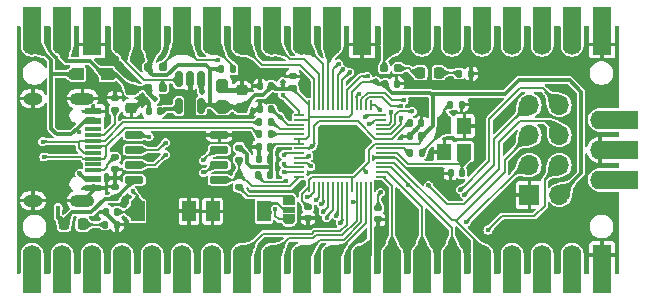
<source format=gtl>
%TF.GenerationSoftware,KiCad,Pcbnew,9.99.0-1005-g8ef54c3651*%
%TF.CreationDate,2025-04-23T14:57:33+05:30*%
%TF.ProjectId,Mitayi-Pico-RP2040,4d697461-7969-42d5-9069-636f2d525032,0.6*%
%TF.SameCoordinates,PX73df160PY5f2d3c0*%
%TF.FileFunction,Copper,L1,Top*%
%TF.FilePolarity,Positive*%
%FSLAX45Y45*%
G04 Gerber Fmt 4.5, Leading zero omitted, Abs format (unit mm)*
G04 Created by KiCad (PCBNEW 9.99.0-1005-g8ef54c3651) date 2025-04-23 14:57:33*
%MOMM*%
%LPD*%
G01*
G04 APERTURE LIST*
G04 Aperture macros list*
%AMRoundRect*
0 Rectangle with rounded corners*
0 $1 Rounding radius*
0 $2 $3 $4 $5 $6 $7 $8 $9 X,Y pos of 4 corners*
0 Add a 4 corners polygon primitive as box body*
4,1,4,$2,$3,$4,$5,$6,$7,$8,$9,$2,$3,0*
0 Add four circle primitives for the rounded corners*
1,1,$1+$1,$2,$3*
1,1,$1+$1,$4,$5*
1,1,$1+$1,$6,$7*
1,1,$1+$1,$8,$9*
0 Add four rect primitives between the rounded corners*
20,1,$1+$1,$2,$3,$4,$5,0*
20,1,$1+$1,$4,$5,$6,$7,0*
20,1,$1+$1,$6,$7,$8,$9,0*
20,1,$1+$1,$8,$9,$2,$3,0*%
%AMFreePoly0*
4,1,15,-0.425000,0.160000,-0.413415,0.247998,-0.363512,0.355016,-0.280016,0.438512,-0.172998,0.488415,-0.085000,0.500000,0.425000,0.500000,0.425000,-0.500000,-0.085000,-0.500000,-0.172998,-0.488415,-0.280016,-0.438512,-0.363512,-0.355016,-0.413415,-0.247998,-0.425000,-0.160000,-0.425000,0.160000,-0.425000,0.160000,$1*%
%AMFreePoly1*
4,1,15,-0.425000,0.500000,0.085000,0.500000,0.172998,0.488415,0.280016,0.438512,0.363512,0.355016,0.413415,0.247998,0.425000,0.160000,0.425000,-0.160000,0.413415,-0.247998,0.363512,-0.355016,0.280016,-0.438512,0.172998,-0.488415,0.085000,-0.500000,-0.425000,-0.500000,-0.425000,0.500000,-0.425000,0.500000,$1*%
G04 Aperture macros list end*
%TA.AperFunction,SMDPad,CuDef*%
%ADD10RoundRect,0.160000X-0.197500X-0.160000X0.197500X-0.160000X0.197500X0.160000X-0.197500X0.160000X0*%
%TD*%
%TA.AperFunction,SMDPad,CuDef*%
%ADD11RoundRect,0.218750X0.218750X0.256250X-0.218750X0.256250X-0.218750X-0.256250X0.218750X-0.256250X0*%
%TD*%
%TA.AperFunction,SMDPad,CuDef*%
%ADD12RoundRect,0.140000X0.140000X0.170000X-0.140000X0.170000X-0.140000X-0.170000X0.140000X-0.170000X0*%
%TD*%
%TA.AperFunction,SMDPad,CuDef*%
%ADD13RoundRect,0.140000X-0.170000X0.140000X-0.170000X-0.140000X0.170000X-0.140000X0.170000X0.140000X0*%
%TD*%
%TA.AperFunction,SMDPad,CuDef*%
%ADD14RoundRect,0.225000X-0.250000X0.225000X-0.250000X-0.225000X0.250000X-0.225000X0.250000X0.225000X0*%
%TD*%
%TA.AperFunction,SMDPad,CuDef*%
%ADD15RoundRect,0.135000X-0.185000X0.135000X-0.185000X-0.135000X0.185000X-0.135000X0.185000X0.135000X0*%
%TD*%
%TA.AperFunction,SMDPad,CuDef*%
%ADD16RoundRect,0.135000X0.135000X0.185000X-0.135000X0.185000X-0.135000X-0.185000X0.135000X-0.185000X0*%
%TD*%
%TA.AperFunction,SMDPad,CuDef*%
%ADD17RoundRect,0.135000X-0.135000X-0.185000X0.135000X-0.185000X0.135000X0.185000X-0.135000X0.185000X0*%
%TD*%
%TA.AperFunction,SMDPad,CuDef*%
%ADD18RoundRect,0.140000X0.170000X-0.140000X0.170000X0.140000X-0.170000X0.140000X-0.170000X-0.140000X0*%
%TD*%
%TA.AperFunction,SMDPad,CuDef*%
%ADD19RoundRect,0.050000X0.050000X-0.387500X0.050000X0.387500X-0.050000X0.387500X-0.050000X-0.387500X0*%
%TD*%
%TA.AperFunction,SMDPad,CuDef*%
%ADD20RoundRect,0.050000X0.387500X-0.050000X0.387500X0.050000X-0.387500X0.050000X-0.387500X-0.050000X0*%
%TD*%
%TA.AperFunction,ComponentPad*%
%ADD21C,0.600000*%
%TD*%
%TA.AperFunction,SMDPad,CuDef*%
%ADD22RoundRect,0.144000X1.456000X-1.456000X1.456000X1.456000X-1.456000X1.456000X-1.456000X-1.456000X0*%
%TD*%
%TA.AperFunction,SMDPad,CuDef*%
%ADD23RoundRect,0.140000X-0.140000X-0.170000X0.140000X-0.170000X0.140000X0.170000X-0.140000X0.170000X0*%
%TD*%
%TA.AperFunction,SMDPad,CuDef*%
%ADD24RoundRect,0.150000X0.650000X0.150000X-0.650000X0.150000X-0.650000X-0.150000X0.650000X-0.150000X0*%
%TD*%
%TA.AperFunction,ComponentPad*%
%ADD25R,3.200000X1.600000*%
%TD*%
%TA.AperFunction,ComponentPad*%
%ADD26O,1.700000X1.600000*%
%TD*%
%TA.AperFunction,SMDPad,CuDef*%
%ADD27RoundRect,0.160000X0.197500X0.160000X-0.197500X0.160000X-0.197500X-0.160000X0.197500X-0.160000X0*%
%TD*%
%TA.AperFunction,SMDPad,CuDef*%
%ADD28RoundRect,0.225000X0.250000X-0.225000X0.250000X0.225000X-0.250000X0.225000X-0.250000X-0.225000X0*%
%TD*%
%TA.AperFunction,SMDPad,CuDef*%
%ADD29R,1.450000X0.600000*%
%TD*%
%TA.AperFunction,SMDPad,CuDef*%
%ADD30R,1.450000X0.300000*%
%TD*%
%TA.AperFunction,ComponentPad*%
%ADD31O,2.100000X1.000000*%
%TD*%
%TA.AperFunction,ComponentPad*%
%ADD32O,1.600000X1.000000*%
%TD*%
%TA.AperFunction,SMDPad,CuDef*%
%ADD33FreePoly0,270.000000*%
%TD*%
%TA.AperFunction,SMDPad,CuDef*%
%ADD34R,1.000000X0.500000*%
%TD*%
%TA.AperFunction,SMDPad,CuDef*%
%ADD35FreePoly1,270.000000*%
%TD*%
%TA.AperFunction,SMDPad,CuDef*%
%ADD36R,1.200000X1.400000*%
%TD*%
%TA.AperFunction,SMDPad,CuDef*%
%ADD37R,1.000000X1.000000*%
%TD*%
%TA.AperFunction,SMDPad,CuDef*%
%ADD38R,1.150000X1.700000*%
%TD*%
%TA.AperFunction,ComponentPad*%
%ADD39R,1.600000X3.200000*%
%TD*%
%TA.AperFunction,ComponentPad*%
%ADD40O,1.600000X1.700000*%
%TD*%
%TA.AperFunction,ComponentPad*%
%ADD41R,1.600000X1.700000*%
%TD*%
%TA.AperFunction,SMDPad,CuDef*%
%ADD42RoundRect,0.250000X0.275000X-0.312500X0.275000X0.312500X-0.275000X0.312500X-0.275000X-0.312500X0*%
%TD*%
%TA.AperFunction,SMDPad,CuDef*%
%ADD43RoundRect,0.135000X0.185000X-0.135000X0.185000X0.135000X-0.185000X0.135000X-0.185000X-0.135000X0*%
%TD*%
%TA.AperFunction,SMDPad,CuDef*%
%ADD44RoundRect,0.150000X-0.150000X0.512500X-0.150000X-0.512500X0.150000X-0.512500X0.150000X0.512500X0*%
%TD*%
%TA.AperFunction,ComponentPad*%
%ADD45R,1.700000X1.700000*%
%TD*%
%TA.AperFunction,ComponentPad*%
%ADD46O,1.700000X1.700000*%
%TD*%
%TA.AperFunction,ViaPad*%
%ADD47C,0.400000*%
%TD*%
%TA.AperFunction,ViaPad*%
%ADD48C,0.508000*%
%TD*%
%TA.AperFunction,Conductor*%
%ADD49C,0.200000*%
%TD*%
%TA.AperFunction,Conductor*%
%ADD50C,0.400000*%
%TD*%
%TA.AperFunction,Conductor*%
%ADD51C,0.300000*%
%TD*%
G04 APERTURE END LIST*
D10*
%TO.P,JP5,1,A*%
%TO.N,/GPIO25*%
X3111250Y1740000D03*
%TO.P,JP5,2,B*%
%TO.N,Net-(D2-A)*%
X3230750Y1740000D03*
%TD*%
D11*
%TO.P,D2,1,K*%
%TO.N,Net-(D2-K)*%
X3573750Y1703000D03*
%TO.P,D2,2,A*%
%TO.N,Net-(D2-A)*%
X3416250Y1703000D03*
%TD*%
D12*
%TO.P,C17,1*%
%TO.N,/XIN*%
X3770000Y851000D03*
%TO.P,C17,2*%
%TO.N,GND*%
X3674000Y851000D03*
%TD*%
D13*
%TO.P,C12,1*%
%TO.N,+3V3*%
X2467000Y567000D03*
%TO.P,C12,2*%
%TO.N,GND*%
X2467000Y471000D03*
%TD*%
D14*
%TO.P,C13,1*%
%TO.N,/VSYS*%
X971000Y1558500D03*
%TO.P,C13,2*%
%TO.N,GND*%
X971000Y1403500D03*
%TD*%
D13*
%TO.P,C6,1*%
%TO.N,+3V3*%
X3060000Y556000D03*
%TO.P,C6,2*%
%TO.N,GND*%
X3060000Y460000D03*
%TD*%
D12*
%TO.P,C11,1*%
%TO.N,+3V3*%
X2155000Y1590500D03*
%TO.P,C11,2*%
%TO.N,GND*%
X2059000Y1590500D03*
%TD*%
%TO.P,C19,1*%
%TO.N,/RUN*%
X849000Y524000D03*
%TO.P,C19,2*%
%TO.N,GND*%
X753000Y524000D03*
%TD*%
D15*
%TO.P,R2,1*%
%TO.N,/QSPI_SS*%
X1883000Y836000D03*
%TO.P,R2,2*%
%TO.N,/~{USB_BOOT}*%
X1883000Y734000D03*
%TD*%
D16*
%TO.P,R7,1*%
%TO.N,GND*%
X3848000Y1696000D03*
%TO.P,R7,2*%
%TO.N,Net-(D2-K)*%
X3746000Y1696000D03*
%TD*%
D17*
%TO.P,R10,1*%
%TO.N,/XOUT*%
X3327000Y1022000D03*
%TO.P,R10,2*%
%TO.N,Net-(C18-Pad1)*%
X3429000Y1022000D03*
%TD*%
D18*
%TO.P,C10,1*%
%TO.N,+3V3*%
X2337000Y1575000D03*
%TO.P,C10,2*%
%TO.N,GND*%
X2337000Y1671000D03*
%TD*%
D19*
%TO.P,U3,1,IOVDD*%
%TO.N,+3V3*%
X2477000Y738250D03*
%TO.P,U3,2,GPIO0*%
%TO.N,/GPIO0*%
X2517000Y738250D03*
%TO.P,U3,3,GPIO1*%
%TO.N,/GPIO1*%
X2557000Y738250D03*
%TO.P,U3,4,GPIO2*%
%TO.N,/GPIO2*%
X2597000Y738250D03*
%TO.P,U3,5,GPIO3*%
%TO.N,/GPIO3*%
X2637000Y738250D03*
%TO.P,U3,6,GPIO4*%
%TO.N,/GPIO4*%
X2677000Y738250D03*
%TO.P,U3,7,GPIO5*%
%TO.N,/GPIO5*%
X2717000Y738250D03*
%TO.P,U3,8,GPIO6*%
%TO.N,/GPIO6*%
X2757000Y738250D03*
%TO.P,U3,9,GPIO7*%
%TO.N,/GPIO7*%
X2797000Y738250D03*
%TO.P,U3,10,IOVDD*%
%TO.N,+3V3*%
X2837000Y738250D03*
%TO.P,U3,11,GPIO8*%
%TO.N,/GPIO8*%
X2877000Y738250D03*
%TO.P,U3,12,GPIO9*%
%TO.N,/GPIO9*%
X2917000Y738250D03*
%TO.P,U3,13,GPIO10*%
%TO.N,/GPIO10*%
X2957000Y738250D03*
%TO.P,U3,14,GPIO11*%
%TO.N,/GPIO11*%
X2997000Y738250D03*
D20*
%TO.P,U3,15,GPIO12*%
%TO.N,/GPIO12*%
X3080750Y822000D03*
%TO.P,U3,16,GPIO13*%
%TO.N,/GPIO13*%
X3080750Y862000D03*
%TO.P,U3,17,GPIO14*%
%TO.N,/GPIO14*%
X3080750Y902000D03*
%TO.P,U3,18,GPIO15*%
%TO.N,/GPIO15*%
X3080750Y942000D03*
%TO.P,U3,19,TESTEN*%
%TO.N,GND*%
X3080750Y982000D03*
%TO.P,U3,20,XIN*%
%TO.N,/XIN*%
X3080750Y1022000D03*
%TO.P,U3,21,XOUT*%
%TO.N,/XOUT*%
X3080750Y1062000D03*
%TO.P,U3,22,IOVDD*%
%TO.N,+3V3*%
X3080750Y1102000D03*
%TO.P,U3,23,DVDD*%
%TO.N,+1V1*%
X3080750Y1142000D03*
%TO.P,U3,24,SWCLK*%
%TO.N,/SWCLK*%
X3080750Y1182000D03*
%TO.P,U3,25,SWDIO*%
%TO.N,/SWDIO*%
X3080750Y1222000D03*
%TO.P,U3,26,RUN*%
%TO.N,/RUN*%
X3080750Y1262000D03*
%TO.P,U3,27,GPIO16*%
%TO.N,/GPIO16*%
X3080750Y1302000D03*
%TO.P,U3,28,GPIO17*%
%TO.N,/GPIO17*%
X3080750Y1342000D03*
D19*
%TO.P,U3,29,GPIO18*%
%TO.N,/GPIO18*%
X2997000Y1425750D03*
%TO.P,U3,30,GPIO19*%
%TO.N,/GPIO19*%
X2957000Y1425750D03*
%TO.P,U3,31,GPIO20*%
%TO.N,/GPIO20*%
X2917000Y1425750D03*
%TO.P,U3,32,GPIO21*%
%TO.N,/GPIO21*%
X2877000Y1425750D03*
%TO.P,U3,33,IOVDD*%
%TO.N,+3V3*%
X2837000Y1425750D03*
%TO.P,U3,34,GPIO22*%
%TO.N,/GPIO22*%
X2797000Y1425750D03*
%TO.P,U3,35,GPIO23*%
%TO.N,/GPIO23*%
X2757000Y1425750D03*
%TO.P,U3,36,GPIO24*%
%TO.N,/GPIO24*%
X2717000Y1425750D03*
%TO.P,U3,37,GPIO25*%
%TO.N,/GPIO25*%
X2677000Y1425750D03*
%TO.P,U3,38,GPIO26/ADC0*%
%TO.N,/GPIO26*%
X2637000Y1425750D03*
%TO.P,U3,39,GPIO27/ADC1*%
%TO.N,/GPIO27*%
X2597000Y1425750D03*
%TO.P,U3,40,GPIO28/ADC2*%
%TO.N,/GPIO28*%
X2557000Y1425750D03*
%TO.P,U3,41,GPIO29/ADC3*%
%TO.N,/GPIO29*%
X2517000Y1425750D03*
%TO.P,U3,42,IOVDD*%
%TO.N,+3V3*%
X2477000Y1425750D03*
D20*
%TO.P,U3,43,ADC-AVDD*%
%TO.N,/AREF*%
X2393250Y1342000D03*
%TO.P,U3,44,VREG-VIN*%
%TO.N,+3V3*%
X2393250Y1302000D03*
%TO.P,U3,45,VREG-VOUT*%
%TO.N,+1V1*%
X2393250Y1262000D03*
%TO.P,U3,46,USB-DM*%
%TO.N,Net-(U3-USB-DM)*%
X2393250Y1222000D03*
%TO.P,U3,47,USB-DP*%
%TO.N,Net-(U3-USB-DP)*%
X2393250Y1182000D03*
%TO.P,U3,48,USB-VDD*%
%TO.N,+3V3*%
X2393250Y1142000D03*
%TO.P,U3,49,IOVDD*%
X2393250Y1102000D03*
%TO.P,U3,50,DVDD*%
%TO.N,+1V1*%
X2393250Y1062000D03*
%TO.P,U3,51,QSPI-SD3*%
%TO.N,/QSPI_SD3*%
X2393250Y1022000D03*
%TO.P,U3,52,QSPI-SCLK*%
%TO.N,/QSPI_SCLK*%
X2393250Y982000D03*
%TO.P,U3,53,QSPI-SD0*%
%TO.N,/QSPI_SD0*%
X2393250Y942000D03*
%TO.P,U3,54,QSPI-SD2*%
%TO.N,/QSPI_SD2*%
X2393250Y902000D03*
%TO.P,U3,55,QSPI-SD1*%
%TO.N,/QSPI_SD1*%
X2393250Y862000D03*
%TO.P,U3,56,QSPI-SS-N*%
%TO.N,/QSPI_SS*%
X2393250Y822000D03*
D21*
%TO.P,U3,57,GND*%
%TO.N,GND*%
X2609500Y954500D03*
X2737000Y954500D03*
X2864500Y954500D03*
X2609500Y1082000D03*
X2737000Y1082000D03*
D22*
X2737000Y1082000D03*
D21*
X2864500Y1082000D03*
X2609500Y1209500D03*
X2737000Y1209500D03*
X2864500Y1209500D03*
%TD*%
D17*
%TO.P,R5,1*%
%TO.N,/USB_D+*%
X2054000Y1182500D03*
%TO.P,R5,2*%
%TO.N,Net-(U3-USB-DP)*%
X2156000Y1182500D03*
%TD*%
D23*
%TO.P,C2,1*%
%TO.N,+1V1*%
X3329000Y1275000D03*
%TO.P,C2,2*%
%TO.N,GND*%
X3425000Y1275000D03*
%TD*%
D24*
%TO.P,U1,1,~{CS}*%
%TO.N,/QSPI_SS*%
X1715000Y795500D03*
%TO.P,U1,2,DO(IO1)*%
%TO.N,/QSPI_SD1*%
X1715000Y922500D03*
%TO.P,U1,3,IO2*%
%TO.N,/QSPI_SD2*%
X1715000Y1049500D03*
%TO.P,U1,4,GND*%
%TO.N,GND*%
X1715000Y1176500D03*
%TO.P,U1,5,DI(IO0)*%
%TO.N,/QSPI_SD0*%
X995000Y1176500D03*
%TO.P,U1,6,CLK*%
%TO.N,/QSPI_SCLK*%
X995000Y1049500D03*
%TO.P,U1,7,IO3*%
%TO.N,/QSPI_SD3*%
X995000Y922500D03*
%TO.P,U1,8,VCC*%
%TO.N,+3V3*%
X995000Y795500D03*
%TD*%
D12*
%TO.P,C5,1*%
%TO.N,+3V3*%
X2145500Y1072000D03*
%TO.P,C5,2*%
%TO.N,GND*%
X2049500Y1072000D03*
%TD*%
D15*
%TO.P,R1,1*%
%TO.N,+3V3*%
X1883000Y1069000D03*
%TO.P,R1,2*%
%TO.N,/QSPI_SS*%
X1883000Y967000D03*
%TD*%
D12*
%TO.P,C4,1*%
%TO.N,+1V1*%
X2154000Y1393000D03*
%TO.P,C4,2*%
%TO.N,GND*%
X2058000Y1393000D03*
%TD*%
D18*
%TO.P,C1,1*%
%TO.N,+3V3*%
X830000Y643000D03*
%TO.P,C1,2*%
%TO.N,GND*%
X830000Y739000D03*
%TD*%
D25*
%TO.P,J5,1,Pin_1*%
%TO.N,/SWCLK*%
X5101000Y795000D03*
D26*
X4940000Y795000D03*
D25*
%TO.P,J5,2,Pin_2*%
%TO.N,GND*%
X5101000Y1049000D03*
D26*
X4940000Y1049000D03*
D25*
%TO.P,J5,3,Pin_3*%
%TO.N,/SWDIO*%
X5101000Y1303000D03*
D26*
X4940000Y1303000D03*
%TD*%
D27*
%TO.P,JP1,1,A*%
%TO.N,/AREF*%
X1234750Y1750000D03*
%TO.P,JP1,2,B*%
%TO.N,+3V3*%
X1115250Y1750000D03*
%TD*%
D17*
%TO.P,R9,1*%
%TO.N,+3V3*%
X1730000Y1730000D03*
%TO.P,R9,2*%
%TO.N,/RUN*%
X1832000Y1730000D03*
%TD*%
D12*
%TO.P,C9,1*%
%TO.N,+3V3*%
X3426000Y1163000D03*
%TO.P,C9,2*%
%TO.N,GND*%
X3330000Y1163000D03*
%TD*%
D23*
%TO.P,C8,1*%
%TO.N,+3V3*%
X3121000Y1610000D03*
%TO.P,C8,2*%
%TO.N,GND*%
X3217000Y1610000D03*
%TD*%
D28*
%TO.P,C15,1*%
%TO.N,+3V3*%
X1908000Y1401500D03*
%TO.P,C15,2*%
%TO.N,GND*%
X1908000Y1556500D03*
%TD*%
D29*
%TO.P,J2,A1,GND*%
%TO.N,GND*%
X647500Y1376000D03*
%TO.P,J2,A4,VBUS*%
%TO.N,VBUS*%
X647500Y1296000D03*
D30*
%TO.P,J2,A5,CC1*%
%TO.N,Net-(J2-CC1)*%
X647500Y1176000D03*
%TO.P,J2,A6,D+*%
%TO.N,/USB_D+*%
X647500Y1076000D03*
%TO.P,J2,A7,D-*%
%TO.N,/USB_D-*%
X647500Y1026000D03*
%TO.P,J2,A8,SBU1*%
%TO.N,unconnected-(J2-SBU1-PadA8)*%
X647500Y926000D03*
D29*
%TO.P,J2,A9,VBUS*%
%TO.N,VBUS*%
X647500Y806000D03*
%TO.P,J2,A12,GND*%
%TO.N,GND*%
X647500Y726000D03*
%TO.P,J2,B1,GND*%
X647500Y726000D03*
%TO.P,J2,B4,VBUS*%
%TO.N,VBUS*%
X647500Y806000D03*
D30*
%TO.P,J2,B5,CC2*%
%TO.N,Net-(J2-CC2)*%
X647500Y876000D03*
%TO.P,J2,B6,D+*%
%TO.N,/USB_D+*%
X647500Y976000D03*
%TO.P,J2,B7,D-*%
%TO.N,/USB_D-*%
X647500Y1126000D03*
%TO.P,J2,B8,SBU2*%
%TO.N,unconnected-(J2-SBU2-PadB8)*%
X647500Y1226000D03*
D29*
%TO.P,J2,B9,VBUS*%
%TO.N,VBUS*%
X647500Y1296000D03*
%TO.P,J2,B12,GND*%
%TO.N,GND*%
X647500Y1376000D03*
D31*
%TO.P,J2,S1,SHIELD*%
X556000Y1483000D03*
D32*
X138000Y1483000D03*
D31*
X556000Y619000D03*
D32*
X138000Y619000D03*
%TD*%
D33*
%TO.P,JP6,1,A*%
%TO.N,/~{USB_BOOT}*%
X2303500Y626500D03*
D34*
%TO.P,JP6,2,C*%
%TO.N,Net-(JP6-C)*%
X2303500Y543500D03*
D35*
%TO.P,JP6,3,B*%
%TO.N,/GPIO2*%
X2303500Y460500D03*
%TD*%
D12*
%TO.P,C16,1*%
%TO.N,Net-(U2-BP)*%
X1216000Y1376000D03*
%TO.P,C16,2*%
%TO.N,GND*%
X1120000Y1376000D03*
%TD*%
D10*
%TO.P,JP4,1,A*%
%TO.N,/VSYS*%
X1115250Y1575000D03*
%TO.P,JP4,2,B*%
%TO.N,/V_EN*%
X1234750Y1575000D03*
%TD*%
D15*
%TO.P,R4,1*%
%TO.N,Net-(J2-CC2)*%
X830000Y986000D03*
%TO.P,R4,2*%
%TO.N,GND*%
X830000Y884000D03*
%TD*%
D36*
%TO.P,Y1,1,1*%
%TO.N,/XIN*%
X3790000Y1033000D03*
%TO.P,Y1,2,2*%
%TO.N,GND*%
X3790000Y1253000D03*
%TO.P,Y1,3,3*%
%TO.N,Net-(C18-Pad1)*%
X3620000Y1253000D03*
%TO.P,Y1,4,4*%
%TO.N,GND*%
X3620000Y1033000D03*
%TD*%
D16*
%TO.P,R8,1*%
%TO.N,GND*%
X849000Y417000D03*
%TO.P,R8,2*%
%TO.N,Net-(D3-K)*%
X747000Y417000D03*
%TD*%
D37*
%TO.P,D1,1,K*%
%TO.N,/VSYS*%
X765000Y1690000D03*
%TO.P,D1,2,A*%
%TO.N,VBUS*%
X515000Y1690000D03*
%TD*%
D11*
%TO.P,D3,1,K*%
%TO.N,Net-(D3-K)*%
X558750Y420000D03*
%TO.P,D3,2,A*%
%TO.N,+3V3*%
X401250Y420000D03*
%TD*%
D38*
%TO.P,SW1,1,1*%
%TO.N,/RUN*%
X1022500Y530000D03*
%TO.P,SW1,2,2*%
%TO.N,GND*%
X1457500Y530000D03*
%TD*%
D23*
%TO.P,C18,1*%
%TO.N,Net-(C18-Pad1)*%
X3671000Y1433000D03*
%TO.P,C18,2*%
%TO.N,GND*%
X3767000Y1433000D03*
%TD*%
D12*
%TO.P,C7,1*%
%TO.N,+3V3*%
X2145000Y972000D03*
%TO.P,C7,2*%
%TO.N,GND*%
X2049000Y972000D03*
%TD*%
D17*
%TO.P,R6,1*%
%TO.N,/USB_D-*%
X2054000Y1282500D03*
%TO.P,R6,2*%
%TO.N,Net-(U3-USB-DM)*%
X2156000Y1282500D03*
%TD*%
D39*
%TO.P,J3,1,Pin_1*%
%TO.N,/GPIO0*%
X130000Y-1000D03*
D40*
X130000Y160000D03*
D39*
%TO.P,J3,2,Pin_2*%
%TO.N,/GPIO1*%
X384000Y-1000D03*
D40*
X384000Y160000D03*
D39*
%TO.P,J3,3,Pin_3*%
%TO.N,/GPIO2*%
X638000Y-1000D03*
D40*
X638000Y160000D03*
D39*
%TO.P,J3,4,Pin_4*%
%TO.N,/GPIO3*%
X892000Y-1000D03*
D40*
X892000Y160000D03*
D39*
%TO.P,J3,5,Pin_5*%
%TO.N,/GPIO4*%
X1146000Y-1000D03*
D40*
X1146000Y160000D03*
D39*
%TO.P,J3,6,Pin_6*%
%TO.N,/GPIO5*%
X1400000Y-1000D03*
D40*
X1400000Y160000D03*
D39*
%TO.P,J3,7,Pin_7*%
%TO.N,/GPIO6*%
X1654000Y-1000D03*
D40*
X1654000Y160000D03*
D39*
%TO.P,J3,8,Pin_8*%
%TO.N,/GPIO7*%
X1908000Y-1000D03*
D40*
X1908000Y160000D03*
D39*
%TO.P,J3,9,Pin_9*%
%TO.N,/GPIO8*%
X2162000Y-1000D03*
D40*
X2162000Y160000D03*
D39*
%TO.P,J3,10,Pin_10*%
%TO.N,/GPIO9*%
X2416000Y-1000D03*
D40*
X2416000Y160000D03*
D39*
%TO.P,J3,11,Pin_11*%
%TO.N,/GPIO10*%
X2670000Y-1000D03*
D40*
X2670000Y160000D03*
D39*
%TO.P,J3,12,Pin_12*%
%TO.N,/GPIO11*%
X2924000Y-1000D03*
D40*
X2924000Y160000D03*
D39*
%TO.P,J3,13,Pin_13*%
%TO.N,/GPIO12*%
X3178000Y-1000D03*
D40*
X3178000Y160000D03*
D39*
%TO.P,J3,14,Pin_14*%
%TO.N,/GPIO13*%
X3432000Y-1000D03*
D40*
X3432000Y160000D03*
D39*
%TO.P,J3,15,Pin_15*%
%TO.N,/GPIO14*%
X3686000Y-1000D03*
D40*
X3686000Y160000D03*
D39*
%TO.P,J3,16,Pin_16*%
%TO.N,/GPIO15*%
X3940000Y-1000D03*
D40*
X3940000Y160000D03*
D39*
%TO.P,J3,17,Pin_17*%
%TO.N,/GPIO16*%
X4194000Y-1000D03*
D40*
X4194000Y160000D03*
D39*
%TO.P,J3,18,Pin_18*%
%TO.N,/GPIO17*%
X4448000Y-1000D03*
D40*
X4448000Y160000D03*
D39*
%TO.P,J3,19,Pin_19*%
%TO.N,/GPIO18*%
X4702000Y-1000D03*
D40*
X4702000Y160000D03*
D39*
%TO.P,J3,20,Pin_20*%
%TO.N,GND*%
X4956000Y-1000D03*
D41*
X4956000Y160000D03*
%TD*%
D42*
%TO.P,C14,1*%
%TO.N,+3V3*%
X1740000Y1414750D03*
%TO.P,C14,2*%
%TO.N,GND*%
X1740000Y1592250D03*
%TD*%
D43*
%TO.P,R3,1*%
%TO.N,Net-(J2-CC1)*%
X830000Y1389000D03*
%TO.P,R3,2*%
%TO.N,GND*%
X830000Y1491000D03*
%TD*%
D44*
%TO.P,U2,1,IN*%
%TO.N,/VSYS*%
X1562000Y1648750D03*
%TO.P,U2,2,GND*%
%TO.N,GND*%
X1467000Y1648750D03*
%TO.P,U2,3,EN*%
%TO.N,/V_EN*%
X1372000Y1648750D03*
%TO.P,U2,4,BP*%
%TO.N,Net-(U2-BP)*%
X1372000Y1421250D03*
%TO.P,U2,5,OUT*%
%TO.N,+3V3*%
X1562000Y1421250D03*
%TD*%
D17*
%TO.P,R11,1*%
%TO.N,/GPIO2*%
X2046000Y833000D03*
%TO.P,R11,2*%
%TO.N,+3V3*%
X2148000Y833000D03*
%TD*%
D38*
%TO.P,SW2,1,1*%
%TO.N,Net-(JP6-C)*%
X2094000Y528500D03*
%TO.P,SW2,2,2*%
%TO.N,GND*%
X1659000Y528500D03*
%TD*%
D45*
%TO.P,J1,1,Pin_1*%
%TO.N,GND*%
X4340000Y667500D03*
D46*
%TO.P,J1,2,Pin_2*%
%TO.N,+3V3*%
X4594000Y667500D03*
%TO.P,J1,3,Pin_3*%
%TO.N,/GPIO12*%
X4340000Y921500D03*
%TO.P,J1,4,Pin_4*%
%TO.N,/GPIO13*%
X4594000Y921500D03*
%TO.P,J1,5,Pin_5*%
%TO.N,/GPIO15*%
X4340000Y1175500D03*
%TO.P,J1,6,Pin_6*%
%TO.N,/GPIO14*%
X4594000Y1175500D03*
%TO.P,J1,7,Pin_7*%
%TO.N,/GPIO8*%
X4340000Y1429500D03*
%TO.P,J1,8,Pin_8*%
%TO.N,/GPIO9*%
X4594000Y1429500D03*
%TD*%
D39*
%TO.P,J4,1,Pin_1*%
%TO.N,VBUS*%
X130000Y2101000D03*
D40*
X130000Y1940000D03*
D39*
%TO.P,J4,2,Pin_2*%
%TO.N,/VSYS*%
X384000Y2101000D03*
D40*
X384000Y1940000D03*
D39*
%TO.P,J4,3,Pin_3*%
%TO.N,GND*%
X638000Y2101000D03*
D41*
X638000Y1940000D03*
D39*
%TO.P,J4,4,Pin_4*%
%TO.N,/V_EN*%
X892000Y2101000D03*
D40*
X892000Y1940000D03*
D39*
%TO.P,J4,5,Pin_5*%
%TO.N,+3V3*%
X1146000Y2101000D03*
D40*
X1146000Y1940000D03*
D39*
%TO.P,J4,6,Pin_6*%
%TO.N,/AREF*%
X1400000Y2101000D03*
D40*
X1400000Y1940000D03*
D39*
%TO.P,J4,7,Pin_7*%
%TO.N,/RUN*%
X1654000Y2101000D03*
D40*
X1654000Y1940000D03*
D39*
%TO.P,J4,8,Pin_8*%
%TO.N,/GPIO29*%
X1908000Y2101000D03*
D40*
X1908000Y1940000D03*
D39*
%TO.P,J4,9,Pin_9*%
%TO.N,/GPIO28*%
X2162000Y2101000D03*
D40*
X2162000Y1940000D03*
D39*
%TO.P,J4,10,Pin_10*%
%TO.N,/GPIO27*%
X2416000Y2101000D03*
D40*
X2416000Y1940000D03*
D39*
%TO.P,J4,11,Pin_11*%
%TO.N,/GPIO26*%
X2670000Y2101000D03*
D40*
X2670000Y1940000D03*
D39*
%TO.P,J4,12,Pin_12*%
%TO.N,GND*%
X2924000Y2101000D03*
D41*
X2924000Y1940000D03*
D39*
%TO.P,J4,13,Pin_13*%
%TO.N,/GPIO25*%
X3178000Y2101000D03*
D40*
X3178000Y1940000D03*
D39*
%TO.P,J4,14,Pin_14*%
%TO.N,/GPIO24*%
X3432000Y2101000D03*
D40*
X3432000Y1940000D03*
D39*
%TO.P,J4,15,Pin_15*%
%TO.N,/GPIO23*%
X3686000Y2101000D03*
D40*
X3686000Y1940000D03*
D39*
%TO.P,J4,16,Pin_16*%
%TO.N,/GPIO22*%
X3940000Y2101000D03*
D40*
X3940000Y1940000D03*
D39*
%TO.P,J4,17,Pin_17*%
%TO.N,/GPIO21*%
X4194000Y2101000D03*
D40*
X4194000Y1940000D03*
D39*
%TO.P,J4,18,Pin_18*%
%TO.N,/GPIO20*%
X4448000Y2101000D03*
D40*
X4448000Y1940000D03*
D39*
%TO.P,J4,19,Pin_19*%
%TO.N,/GPIO19*%
X4702000Y2101000D03*
D40*
X4702000Y1940000D03*
D39*
%TO.P,J4,20,Pin_20*%
%TO.N,GND*%
X4956000Y2101000D03*
D41*
X4956000Y1940000D03*
%TD*%
D47*
%TO.N,+1V1*%
X2230000Y1330000D03*
X2500000Y1080000D03*
%TO.N,GND*%
X4920000Y1530000D03*
X2420000Y1570000D03*
X3930000Y980000D03*
X1010000Y1860000D03*
X5010000Y560000D03*
X1270000Y1500000D03*
X2190000Y1470000D03*
X4160000Y1390000D03*
X1470000Y1490000D03*
X2300000Y1380000D03*
X2010000Y1700000D03*
X4050000Y1240000D03*
X1440000Y1180000D03*
X1760000Y710000D03*
X2790000Y1860000D03*
X1320000Y820000D03*
X4710000Y1350000D03*
X4470000Y1370000D03*
X1270000Y420000D03*
X3560000Y1850000D03*
X4570000Y250000D03*
X2130000Y1470000D03*
X650000Y300000D03*
X3310000Y260000D03*
X5010000Y1530000D03*
X3580000Y260000D03*
X3770000Y1610000D03*
X3374375Y1215625D03*
X1470000Y1390000D03*
X4580000Y1890000D03*
X4850000Y1180000D03*
X1070000Y1480000D03*
X1660000Y310000D03*
X1470000Y1440000D03*
X3300000Y1860000D03*
X1250000Y820000D03*
X4290000Y260000D03*
X3800000Y260000D03*
X3560000Y850000D03*
X1870000Y1180000D03*
X1470000Y1340000D03*
X3060000Y260000D03*
X770000Y1860000D03*
X1390000Y820000D03*
X4467500Y1057500D03*
X4920000Y560000D03*
X4070000Y1850000D03*
X4830000Y1530000D03*
X4830000Y560000D03*
X1440000Y310000D03*
X1200000Y1180000D03*
X1270000Y1450000D03*
X3230000Y700000D03*
X4820000Y1830000D03*
X4070000Y260000D03*
X2460000Y1530000D03*
%TO.N,+3V3*%
X350000Y560000D03*
X2960000Y860000D03*
D48*
X3040000Y1629650D03*
D47*
X3080000Y690000D03*
D48*
X2250000Y1620000D03*
D47*
%TO.N,VBUS*%
X530000Y850000D03*
X530000Y1200000D03*
%TO.N,/RUN*%
X980000Y700000D03*
X3168209Y1371178D03*
%TO.N,/USB_D+*%
X230000Y990000D03*
%TO.N,/USB_D-*%
X220000Y1120000D03*
%TO.N,/GPIO0*%
X2460000Y650000D03*
%TO.N,/GPIO1*%
X2530000Y625000D03*
%TO.N,/GPIO2*%
X2186500Y553050D03*
X2275929Y785000D03*
X2580000Y590000D03*
%TO.N,/GPIO3*%
X2593971Y526029D03*
%TO.N,/GPIO4*%
X2625000Y475000D03*
%TO.N,/GPIO5*%
X2707050Y493453D03*
%TO.N,/GPIO6*%
X2740158Y429792D03*
%TO.N,/GPIO8*%
X2846950Y610000D03*
X3790000Y670000D03*
%TO.N,/GPIO9*%
X3754632Y712055D03*
%TO.N,/GPIO12*%
X3805000Y435000D03*
%TO.N,/GPIO13*%
X3990000Y370000D03*
%TO.N,/GPIO14*%
X3315000Y755000D03*
X3485000Y750000D03*
%TO.N,/GPIO16*%
X2980000Y1270000D03*
%TO.N,/GPIO17*%
X2950000Y1330000D03*
%TO.N,/GPIO18*%
X3075000Y1386950D03*
%TO.N,/AREF*%
X2251390Y1516300D03*
X1700000Y1810000D03*
%TO.N,/GPIO25*%
X2725000Y1780000D03*
%TO.N,/GPIO24*%
X2760000Y1730000D03*
%TO.N,/GPIO23*%
X2820000Y1705050D03*
%TO.N,/GPIO22*%
X2970000Y1671950D03*
%TO.N,/GPIO21*%
X2896719Y1524711D03*
%TO.N,/GPIO20*%
X3280000Y1470000D03*
%TO.N,/GPIO19*%
X3250000Y1420000D03*
%TO.N,/SWCLK*%
X3250710Y1318571D03*
%TO.N,/SWDIO*%
X3350000Y1375050D03*
%TO.N,/QSPI_SD1*%
X1580000Y860000D03*
X2260000Y860000D03*
%TO.N,/QSPI_SD2*%
X2260000Y930000D03*
X1580000Y960050D03*
%TO.N,/QSPI_SD0*%
X2490000Y910000D03*
X1120000Y1160000D03*
%TO.N,/QSPI_SCLK*%
X2473031Y998644D03*
X1260000Y1110000D03*
%TO.N,/QSPI_SD3*%
X2260000Y1010000D03*
X1260000Y1010000D03*
D48*
%TO.N,/VSYS*%
X1570000Y1540000D03*
X1170000Y1480000D03*
%TD*%
D49*
%TO.N,+1V1*%
X2886574Y1290000D02*
X2560000Y1290000D01*
X2520000Y1250000D02*
X2520000Y1100000D01*
X2560000Y1290000D02*
X2520000Y1250000D01*
X2230000Y1330000D02*
X2225750Y1330000D01*
X3320250Y1275000D02*
X3309727Y1275000D01*
X2393250Y1062000D02*
X2482000Y1062000D01*
X2298000Y1262000D02*
X2393250Y1262000D01*
X2520000Y1100000D02*
X2500000Y1080000D01*
X2225750Y1330000D02*
X2162750Y1393000D01*
X2230000Y1330000D02*
X2298000Y1262000D01*
X3080750Y1142000D02*
X3034574Y1142000D01*
X3176727Y1142000D02*
X3080750Y1142000D01*
X3034574Y1142000D02*
X2886574Y1290000D01*
X3309727Y1275000D02*
X3176727Y1142000D01*
X2482000Y1062000D02*
X2500000Y1080000D01*
%TO.N,GND*%
X3080750Y982000D02*
X3208000Y982000D01*
D50*
X1908000Y1556500D02*
X1775750Y1556500D01*
X971000Y1403500D02*
X993500Y1403500D01*
D49*
X3340000Y850000D02*
X3560000Y850000D01*
D51*
X653000Y741000D02*
X653000Y711000D01*
X3321250Y1163000D02*
X3321750Y1163000D01*
X1485000Y1325000D02*
X1470000Y1340000D01*
X2033000Y1393000D02*
X1965000Y1325000D01*
D50*
X1467000Y1648750D02*
X1467000Y1493000D01*
D49*
X3208000Y982000D02*
X3340000Y850000D01*
D51*
X857750Y417000D02*
X851250Y417000D01*
D50*
X1467000Y1493000D02*
X1470000Y1490000D01*
X1775750Y1556500D02*
X1740000Y1592250D01*
D51*
X653000Y711000D02*
X561000Y619000D01*
X851250Y417000D02*
X744250Y524000D01*
X2049250Y1393000D02*
X2033000Y1393000D01*
X3374375Y1215625D02*
X3433750Y1275000D01*
D50*
X993500Y1403500D02*
X1070000Y1480000D01*
D51*
X1965000Y1325000D02*
X1485000Y1325000D01*
X3321750Y1163000D02*
X3374375Y1215625D01*
%TO.N,+3V3*%
X3510000Y1520000D02*
X3500000Y1530000D01*
D49*
X2393250Y1102000D02*
X2393250Y1142000D01*
D51*
X2153750Y906250D02*
X1983750Y906250D01*
X2153750Y972000D02*
X2153750Y1071500D01*
X2153750Y972000D02*
X2153750Y906250D01*
D49*
X2837000Y817000D02*
X2852000Y817000D01*
D51*
X4680000Y1640000D02*
X4780000Y1540000D01*
D49*
X2837000Y1425750D02*
X2837000Y1352000D01*
D51*
X3520000Y1510000D02*
X3510000Y1520000D01*
X1636250Y1431250D02*
X1723500Y1431250D01*
D49*
X2980000Y1050000D02*
X3032000Y1102000D01*
D51*
X2016500Y1510000D02*
X2083250Y1510000D01*
X1600000Y1770000D02*
X1363360Y1770000D01*
X1636250Y1733750D02*
X1717500Y1733750D01*
D49*
X2393250Y1302000D02*
X2472000Y1302000D01*
X2477000Y1425750D02*
X2337000Y1565750D01*
D51*
X401250Y451250D02*
X470000Y520000D01*
X1894750Y1414750D02*
X1908000Y1401500D01*
X2083250Y1510000D02*
X2163750Y1590500D01*
X1908000Y1401500D02*
X2016500Y1510000D01*
X1273360Y1680000D02*
X1150000Y1680000D01*
D49*
X2490000Y1330000D02*
X2477000Y1317000D01*
X2415000Y619000D02*
X2467000Y567000D01*
D51*
X1950000Y1010750D02*
X1883000Y1077750D01*
X830000Y634250D02*
X833750Y634250D01*
X3500000Y1530000D02*
X3180000Y1530000D01*
D49*
X3032000Y1102000D02*
X3080750Y1102000D01*
X3037300Y1626950D02*
X2921176Y1626950D01*
D51*
X1363360Y1770000D02*
X1273360Y1680000D01*
D49*
X3080750Y1102000D02*
X3402000Y1102000D01*
D51*
X3434750Y1163000D02*
X3520000Y1248250D01*
X1131000Y1750000D02*
X1131000Y1925000D01*
X1636250Y1431250D02*
X1636250Y1733750D01*
X3112250Y1597750D02*
X3112250Y1610000D01*
X2188000Y1566250D02*
X2246250Y1566250D01*
D49*
X2852000Y817000D02*
X2927500Y892500D01*
D51*
X1983750Y906250D02*
X1950000Y940000D01*
X2163750Y1590500D02*
X2188000Y1566250D01*
X3059650Y1610000D02*
X3112250Y1610000D01*
X2153750Y1071500D02*
X2154250Y1072000D01*
X4780000Y853500D02*
X4594000Y667500D01*
D49*
X2393250Y1102000D02*
X2184250Y1102000D01*
X2477000Y1167000D02*
X2477000Y1307000D01*
D51*
X1131000Y1925000D02*
X1146000Y1940000D01*
X4131500Y1521500D02*
X4250000Y1640000D01*
D49*
X2472000Y1302000D02*
X2477000Y1307000D01*
D51*
X833750Y634250D02*
X995000Y795500D01*
X1636250Y1733750D02*
X1600000Y1770000D01*
X3180000Y1530000D02*
X3112250Y1597750D01*
D49*
X2815000Y1330000D02*
X2490000Y1330000D01*
D51*
X2153750Y906250D02*
X2153750Y836000D01*
D49*
X2837000Y1352000D02*
X2815000Y1330000D01*
X2477000Y738250D02*
X2415000Y676250D01*
D51*
X3970000Y1520000D02*
X3971500Y1521500D01*
X1150000Y1680000D02*
X1131000Y1699000D01*
D49*
X2184250Y1102000D02*
X2154250Y1072000D01*
D51*
X4250000Y1640000D02*
X4680000Y1640000D01*
D49*
X2452000Y1142000D02*
X2477000Y1167000D01*
D51*
X4780000Y1540000D02*
X4780000Y853500D01*
X1131000Y1699000D02*
X1131000Y1750000D01*
D49*
X3434750Y1134750D02*
X3434750Y1163000D01*
D51*
X744250Y634250D02*
X830000Y634250D01*
X1723500Y1431250D02*
X1740000Y1414750D01*
X470000Y520000D02*
X630000Y520000D01*
D49*
X2497000Y817000D02*
X2477000Y797000D01*
X2477000Y1307000D02*
X2477000Y1317000D01*
D51*
X1572000Y1431250D02*
X1636250Y1431250D01*
D49*
X2393250Y1142000D02*
X2452000Y1142000D01*
X2927500Y892500D02*
X2980000Y945000D01*
D51*
X3510000Y1520000D02*
X3970000Y1520000D01*
X1740000Y1414750D02*
X1894750Y1414750D01*
X2153750Y836000D02*
X2156750Y833000D01*
D49*
X3060000Y670000D02*
X3080000Y690000D01*
X2337000Y1565750D02*
X2337000Y1566250D01*
X2477000Y797000D02*
X2477000Y738250D01*
D51*
X1562000Y1421250D02*
X1572000Y1431250D01*
X350000Y560000D02*
X350000Y471250D01*
D49*
X3402000Y1102000D02*
X3434750Y1134750D01*
D51*
X3520000Y1248250D02*
X3520000Y1510000D01*
D49*
X2921176Y1626950D02*
X2837000Y1542774D01*
D51*
X630000Y520000D02*
X744250Y634250D01*
D49*
X2960000Y860000D02*
X2927500Y892500D01*
D51*
X3971500Y1521500D02*
X4131500Y1521500D01*
D49*
X2837000Y817000D02*
X2837000Y738250D01*
X2415000Y676250D02*
X2415000Y619000D01*
X2477000Y1317000D02*
X2477000Y1425750D01*
X2837000Y1542774D02*
X2837000Y1425750D01*
D51*
X1717500Y1733750D02*
X1721250Y1730000D01*
X3040000Y1629650D02*
X3059650Y1610000D01*
X401250Y420000D02*
X401250Y451250D01*
X350000Y471250D02*
X401250Y420000D01*
X2246250Y1566250D02*
X2337000Y1566250D01*
D49*
X2837000Y817000D02*
X2497000Y817000D01*
D51*
X2250000Y1570000D02*
X2246250Y1566250D01*
X2250000Y1620000D02*
X2250000Y1570000D01*
D49*
X3060000Y564750D02*
X3060000Y670000D01*
X3040000Y1629650D02*
X3037300Y1626950D01*
X2980000Y945000D02*
X2980000Y1050000D01*
D51*
X1950000Y940000D02*
X1950000Y1010750D01*
%TO.N,VBUS*%
X290000Y1230000D02*
X290000Y1710000D01*
X589000Y791000D02*
X530000Y850000D01*
X653000Y791000D02*
X589000Y791000D01*
X515000Y1690000D02*
X310000Y1690000D01*
X530000Y1200000D02*
X510000Y1220000D01*
X310000Y1690000D02*
X290000Y1710000D01*
X653000Y1311000D02*
X591000Y1311000D01*
X290000Y1810000D02*
X160000Y1940000D01*
X591000Y1311000D02*
X515000Y1235000D01*
X461000Y1181000D02*
X406250Y1181000D01*
X515000Y1235000D02*
X461000Y1181000D01*
X290000Y1710000D02*
X290000Y1810000D01*
X339000Y1181000D02*
X290000Y1230000D01*
X160000Y1940000D02*
X130000Y1940000D01*
X510000Y1230000D02*
X515000Y1235000D01*
X406250Y1181000D02*
X339000Y1181000D01*
X510000Y1220000D02*
X510000Y1230000D01*
D49*
%TO.N,/RUN*%
X3168209Y1281975D02*
X3168209Y1371178D01*
X857750Y524000D02*
X1016500Y524000D01*
X1840750Y1730000D02*
X1840750Y1753250D01*
X1840750Y1753250D02*
X1654000Y1940000D01*
X1022500Y657500D02*
X980000Y700000D01*
X3080750Y1262000D02*
X3148235Y1262000D01*
X1022500Y530000D02*
X1022500Y657500D01*
X3148235Y1262000D02*
X3168209Y1281975D01*
X1016500Y524000D02*
X1022500Y530000D01*
%TO.N,/XIN*%
X3770000Y920000D02*
X3760000Y930000D01*
X3790000Y1033000D02*
X3770000Y1013000D01*
X3760000Y930000D02*
X3310000Y930000D01*
X3218000Y1022000D02*
X3080750Y1022000D01*
X3770000Y1013000D02*
X3770000Y920000D01*
X3770000Y859750D02*
X3778750Y851000D01*
X3310000Y930000D02*
X3218000Y1022000D01*
X3770000Y920000D02*
X3770000Y859750D01*
D51*
%TO.N,Net-(U2-BP)*%
X1372000Y1421250D02*
X1345750Y1395000D01*
X1345750Y1395000D02*
X1243750Y1395000D01*
X1243750Y1395000D02*
X1224750Y1376000D01*
D49*
%TO.N,/USB_D+*%
X653000Y1076000D02*
X710500Y1076000D01*
X758500Y1078500D02*
X917500Y1237500D01*
X550000Y990000D02*
X564000Y976000D01*
X758500Y998500D02*
X758500Y1078500D01*
X1990250Y1237500D02*
X2045250Y1182500D01*
X917500Y1237500D02*
X1990250Y1237500D01*
X710500Y1076000D02*
X713000Y1078500D01*
X564000Y976000D02*
X736000Y976000D01*
X713000Y1078500D02*
X758500Y1078500D01*
X736000Y976000D02*
X758500Y998500D01*
X230000Y990000D02*
X550000Y990000D01*
%TO.N,/USB_D-*%
X653000Y1126000D02*
X746000Y1126000D01*
X526000Y1065500D02*
X526000Y1126000D01*
X526000Y1126000D02*
X653000Y1126000D01*
X565500Y1026000D02*
X526000Y1065500D01*
X902500Y1282500D02*
X2045250Y1282500D01*
X746000Y1126000D02*
X902500Y1282500D01*
X520000Y1120000D02*
X526000Y1126000D01*
X653000Y1026000D02*
X565500Y1026000D01*
X220000Y1120000D02*
X520000Y1120000D01*
%TO.N,Net-(C18-Pad1)*%
X3620000Y1253000D02*
X3620000Y1390750D01*
X3437750Y1037750D02*
X3437750Y1022000D01*
X3620000Y1220000D02*
X3437750Y1037750D01*
X3620000Y1253000D02*
X3620000Y1220000D01*
X3620000Y1390750D02*
X3662250Y1433000D01*
%TO.N,Net-(D2-A)*%
X3357000Y1703000D02*
X3320000Y1740000D01*
X3416250Y1703000D02*
X3357000Y1703000D01*
X3320000Y1740000D02*
X3230750Y1740000D01*
%TO.N,/GPIO0*%
X2517000Y692074D02*
X2517000Y738250D01*
X2460000Y650000D02*
X2474926Y650000D01*
X2474926Y650000D02*
X2517000Y692074D01*
%TO.N,/GPIO1*%
X2530000Y625000D02*
X2557000Y652000D01*
X2557000Y652000D02*
X2557000Y738250D01*
%TO.N,/GPIO2*%
X2095250Y775000D02*
X2037250Y833000D01*
X2275929Y785000D02*
X2265929Y775000D01*
X2580000Y590000D02*
X2597000Y607000D01*
X2597000Y607000D02*
X2597000Y738250D01*
X2186500Y493500D02*
X2186500Y553050D01*
X2303500Y460500D02*
X2219500Y460500D01*
X2219500Y460500D02*
X2186500Y493500D01*
X2265929Y775000D02*
X2095250Y775000D01*
%TO.N,/GPIO3*%
X2637000Y569057D02*
X2637000Y738250D01*
X2593971Y526029D02*
X2637000Y569057D01*
%TO.N,/GPIO4*%
X2677000Y538417D02*
X2677000Y738250D01*
X2625000Y486417D02*
X2677000Y538417D01*
X2625000Y475000D02*
X2625000Y486417D01*
%TO.N,/GPIO5*%
X2717000Y503403D02*
X2717000Y738250D01*
X2707050Y493453D02*
X2717000Y503403D01*
%TO.N,/GPIO6*%
X2757000Y446635D02*
X2757000Y738250D01*
X2740158Y429792D02*
X2757000Y446635D01*
%TO.N,/GPIO7*%
X2741005Y360000D02*
X2517005Y360000D01*
X2517005Y360000D02*
X2497005Y340000D01*
X2797000Y415995D02*
X2741005Y360000D01*
X2088000Y340000D02*
X1908000Y160000D01*
X2797000Y738250D02*
X2797000Y415995D01*
X2497005Y340000D02*
X2088000Y340000D01*
%TO.N,/GPIO8*%
X4040000Y920000D02*
X4040000Y1140000D01*
X3790000Y670000D02*
X4040000Y920000D01*
X2877000Y446497D02*
X2755503Y325000D01*
X4329500Y1429500D02*
X4340000Y1429500D01*
X2506503Y300000D02*
X2302000Y300000D01*
X2848950Y612000D02*
X2877000Y612000D01*
X2877000Y738250D02*
X2877000Y612000D01*
X4040000Y1140000D02*
X4329500Y1429500D01*
X2755503Y325000D02*
X2531503Y325000D01*
X2531503Y325000D02*
X2506503Y300000D01*
X2846950Y610000D02*
X2848950Y612000D01*
X2877000Y612000D02*
X2877000Y446497D01*
X2302000Y300000D02*
X2162000Y160000D01*
%TO.N,/GPIO9*%
X4000000Y1310000D02*
X4260000Y1570000D01*
X2770000Y290000D02*
X2570000Y290000D01*
X4000000Y953640D02*
X4000000Y1310000D01*
X3754632Y712055D02*
X3758415Y712055D01*
X4453500Y1570000D02*
X4594000Y1429500D01*
X2570000Y290000D02*
X2440000Y160000D01*
X2917000Y738250D02*
X2917000Y437000D01*
X2440000Y160000D02*
X2416000Y160000D01*
X2917000Y437000D02*
X2770000Y290000D01*
X3758415Y712055D02*
X4000000Y953640D01*
X4260000Y1570000D02*
X4453500Y1570000D01*
%TO.N,/GPIO10*%
X2957000Y738250D02*
X2957000Y427000D01*
X2957000Y427000D02*
X2690000Y160000D01*
X2690000Y160000D02*
X2670000Y160000D01*
%TO.N,/GPIO11*%
X2997000Y738250D02*
X2997000Y233000D01*
X2997000Y233000D02*
X2924000Y160000D01*
%TO.N,/GPIO12*%
X3178000Y747000D02*
X3178000Y160000D01*
X4291500Y921500D02*
X4340000Y921500D01*
X3103000Y822000D02*
X3178000Y747000D01*
X3080750Y822000D02*
X3103000Y822000D01*
X3805000Y435000D02*
X4291500Y921500D01*
%TO.N,/GPIO13*%
X3432000Y563000D02*
X3432000Y160000D01*
X4382500Y490000D02*
X4469000Y576500D01*
X4469000Y576500D02*
X4469000Y796500D01*
X3990000Y370000D02*
X4110000Y490000D01*
X3133000Y862000D02*
X3432000Y563000D01*
X4469000Y796500D02*
X4594000Y921500D01*
X3080750Y862000D02*
X3133000Y862000D01*
X4110000Y490000D02*
X4382500Y490000D01*
%TO.N,/GPIO14*%
X3080750Y902000D02*
X3168000Y902000D01*
X4085000Y885000D02*
X4085000Y1115000D01*
X4085000Y1115000D02*
X4265000Y1295000D01*
X4474500Y1295000D02*
X4594000Y1175500D01*
X3168000Y902000D02*
X3295000Y775000D01*
X3315000Y755000D02*
X3295000Y775000D01*
X3790000Y590000D02*
X4085000Y885000D01*
X4265000Y1295000D02*
X4474500Y1295000D01*
X3485000Y750000D02*
X3645000Y590000D01*
X3686000Y384000D02*
X3686000Y160000D01*
X3645000Y590000D02*
X3790000Y590000D01*
X3295000Y775000D02*
X3686000Y384000D01*
%TO.N,/GPIO15*%
X4130000Y860000D02*
X4130000Y965500D01*
X3726766Y456766D02*
X4130000Y860000D01*
X3940000Y228532D02*
X3940000Y160000D01*
X3711766Y456766D02*
X3940000Y228532D01*
X3683234Y456766D02*
X3711766Y456766D01*
X3711766Y456766D02*
X3726766Y456766D01*
X4130000Y965500D02*
X4340000Y1175500D01*
X3080750Y942000D02*
X3198000Y942000D01*
X3198000Y942000D02*
X3683234Y456766D01*
%TO.N,/GPIO16*%
X2980000Y1270000D02*
X3002574Y1270000D01*
X3002574Y1270000D02*
X3034574Y1302000D01*
X3034574Y1302000D02*
X3080750Y1302000D01*
%TO.N,/GPIO17*%
X2950000Y1330000D02*
X2962000Y1342000D01*
X2962000Y1342000D02*
X3080750Y1342000D01*
%TO.N,/GPIO18*%
X3075000Y1386950D02*
X3036200Y1425750D01*
X3036200Y1425750D02*
X2997000Y1425750D01*
%TO.N,/V_EN*%
X1080000Y1640000D02*
X1210000Y1640000D01*
X1234750Y1575000D02*
X1234750Y1640000D01*
X892000Y1940000D02*
X892000Y1828000D01*
X1234750Y1640000D02*
X1210000Y1640000D01*
X1210000Y1640000D02*
X1363250Y1640000D01*
X892000Y1828000D02*
X1080000Y1640000D01*
X1363250Y1640000D02*
X1372000Y1648750D01*
%TO.N,/~{USB_BOOT}*%
X2303500Y626500D02*
X2270000Y660000D01*
X1957000Y660000D02*
X1883000Y734000D01*
X2270000Y660000D02*
X1957000Y660000D01*
%TO.N,/AREF*%
X1700000Y1810000D02*
X1530000Y1810000D01*
X2251390Y1516300D02*
X2393250Y1374440D01*
X2393250Y1374440D02*
X2393250Y1342000D01*
X1234750Y1774750D02*
X1400000Y1940000D01*
X1234750Y1750000D02*
X1234750Y1774750D01*
X1530000Y1810000D02*
X1400000Y1940000D01*
%TO.N,/GPIO29*%
X2078000Y1770000D02*
X1908000Y1940000D01*
X2395000Y1770000D02*
X2078000Y1770000D01*
X2517000Y1648000D02*
X2395000Y1770000D01*
X2517000Y1425750D02*
X2517000Y1648000D01*
%TO.N,/GPIO28*%
X2186000Y1940000D02*
X2162000Y1940000D01*
X2430294Y1815000D02*
X2311000Y1815000D01*
X2557000Y1425750D02*
X2557000Y1688294D01*
X2557000Y1688294D02*
X2430294Y1815000D01*
X2311000Y1815000D02*
X2186000Y1940000D01*
%TO.N,/GPIO27*%
X2597000Y1773000D02*
X2430000Y1940000D01*
X2430000Y1940000D02*
X2416000Y1940000D01*
X2597000Y1425750D02*
X2597000Y1773000D01*
%TO.N,/GPIO26*%
X2637000Y1425750D02*
X2637000Y1907000D01*
X2637000Y1907000D02*
X2670000Y1940000D01*
%TO.N,/GPIO25*%
X3111250Y1873250D02*
X3111250Y1740000D01*
X3178000Y1940000D02*
X3111250Y1873250D01*
X2677000Y1732000D02*
X2677000Y1425750D01*
X2725000Y1780000D02*
X2677000Y1732000D01*
%TO.N,/GPIO24*%
X2717000Y1687000D02*
X2717000Y1425750D01*
X2760000Y1730000D02*
X2717000Y1687000D01*
%TO.N,/GPIO23*%
X2820000Y1705050D02*
X2757000Y1642050D01*
X2757000Y1642050D02*
X2757000Y1425750D01*
%TO.N,/GPIO22*%
X2916678Y1671950D02*
X2797000Y1552272D01*
X2797000Y1552272D02*
X2797000Y1425750D01*
X2970000Y1671950D02*
X2916678Y1671950D01*
%TO.N,/GPIO21*%
X2877000Y1504993D02*
X2877000Y1425750D01*
X2896719Y1524711D02*
X2877000Y1504993D01*
%TO.N,/GPIO20*%
X3115576Y1534424D02*
X2970000Y1534424D01*
X2970000Y1534424D02*
X2917000Y1481424D01*
X3180000Y1470000D02*
X3115576Y1534424D01*
X3280000Y1470000D02*
X3180000Y1470000D01*
X2917000Y1481424D02*
X2917000Y1425750D01*
%TO.N,/GPIO19*%
X2979574Y1494500D02*
X2957000Y1471926D01*
X2957000Y1471926D02*
X2957000Y1425750D01*
X3095500Y1494500D02*
X2979574Y1494500D01*
X3250000Y1420000D02*
X3170000Y1420000D01*
X3170000Y1420000D02*
X3095500Y1494500D01*
%TO.N,/SWCLK*%
X3250710Y1318571D02*
X3250710Y1265481D01*
X3250710Y1265481D02*
X3167230Y1182000D01*
X3167230Y1182000D02*
X3080750Y1182000D01*
%TO.N,/SWDIO*%
X3205760Y1270028D02*
X3157732Y1222000D01*
X3157732Y1222000D02*
X3080750Y1222000D01*
X3350000Y1375050D02*
X3234339Y1375050D01*
X3205760Y1346471D02*
X3205760Y1270028D01*
X3234339Y1375050D02*
X3205760Y1346471D01*
%TO.N,/QSPI_SS*%
X1883000Y844750D02*
X1883000Y958250D01*
X1883000Y844750D02*
X1833250Y795000D01*
X1715500Y795000D02*
X1715000Y795500D01*
X1987750Y740000D02*
X1883000Y844750D01*
X2393250Y818250D02*
X2315000Y740000D01*
X2393250Y822000D02*
X2393250Y818250D01*
X2315000Y740000D02*
X1987750Y740000D01*
X1833250Y795000D02*
X1715500Y795000D01*
%TO.N,/XOUT*%
X3318250Y1022000D02*
X3278250Y1062000D01*
X3278250Y1062000D02*
X3080750Y1062000D01*
%TO.N,/QSPI_SD1*%
X2260000Y860000D02*
X2262000Y862000D01*
X1662500Y922500D02*
X1715000Y922500D01*
X2262000Y862000D02*
X2393250Y862000D01*
X1580000Y860000D02*
X1600000Y860000D01*
X1600000Y860000D02*
X1662500Y922500D01*
%TO.N,/QSPI_SD2*%
X1580000Y960050D02*
X1580050Y960050D01*
X2260000Y930000D02*
X2288000Y902000D01*
X1580050Y960050D02*
X1669500Y1049500D01*
X1669500Y1049500D02*
X1715000Y1049500D01*
X2288000Y902000D02*
X2393250Y902000D01*
%TO.N,/QSPI_SD0*%
X1011500Y1160000D02*
X995000Y1176500D01*
X2458000Y942000D02*
X2490000Y910000D01*
X1120000Y1160000D02*
X1011500Y1160000D01*
X2393250Y942000D02*
X2458000Y942000D01*
%TO.N,/QSPI_SCLK*%
X2456387Y982000D02*
X2473031Y998644D01*
X2393250Y982000D02*
X2456387Y982000D01*
X1199500Y1049500D02*
X995000Y1049500D01*
X1260000Y1110000D02*
X1199500Y1049500D01*
%TO.N,/QSPI_SD3*%
X2267000Y1017000D02*
X2276498Y1017000D01*
X1260000Y1010000D02*
X1172500Y922500D01*
X2281498Y1022000D02*
X2393250Y1022000D01*
X2260000Y1010000D02*
X2267000Y1017000D01*
X1172500Y922500D02*
X995000Y922500D01*
X2276498Y1017000D02*
X2281498Y1022000D01*
%TO.N,Net-(D2-K)*%
X3746000Y1696000D02*
X3739000Y1703000D01*
X3739000Y1703000D02*
X3573750Y1703000D01*
%TO.N,Net-(D3-K)*%
X738250Y417000D02*
X561750Y417000D01*
X561750Y417000D02*
X558750Y420000D01*
%TO.N,Net-(J2-CC1)*%
X736000Y1176000D02*
X653000Y1176000D01*
X830000Y1270000D02*
X736000Y1176000D01*
X830000Y1380250D02*
X830000Y1270000D01*
%TO.N,Net-(J2-CC2)*%
X735000Y876000D02*
X760000Y901000D01*
X760000Y901000D02*
X760000Y924750D01*
X653000Y876000D02*
X735000Y876000D01*
X760000Y924750D02*
X830000Y994750D01*
D51*
%TO.N,/VSYS*%
X1115250Y1575000D02*
X987500Y1575000D01*
X1562000Y1548000D02*
X1562000Y1648750D01*
X839500Y1690000D02*
X765000Y1690000D01*
X384000Y1836000D02*
X384000Y1940000D01*
X1570000Y1540000D02*
X1562000Y1548000D01*
X765000Y1690000D02*
X730000Y1690000D01*
X620000Y1800000D02*
X420000Y1800000D01*
X730000Y1690000D02*
X620000Y1800000D01*
X1170000Y1480000D02*
X1115250Y1534750D01*
X987500Y1575000D02*
X971000Y1558500D01*
X971000Y1558500D02*
X839500Y1690000D01*
X420000Y1800000D02*
X384000Y1836000D01*
X1115250Y1534750D02*
X1115250Y1575000D01*
D49*
%TO.N,Net-(JP6-C)*%
X2258645Y543500D02*
X2228500Y573645D01*
X2303500Y543500D02*
X2258645Y543500D01*
X2228500Y574690D02*
X2203190Y600000D01*
X2228500Y573645D02*
X2228500Y574690D01*
X2165500Y600000D02*
X2094000Y528500D01*
X2203190Y600000D02*
X2165500Y600000D01*
%TO.N,Net-(U3-USB-DP)*%
X2393250Y1182000D02*
X2165250Y1182000D01*
X2165250Y1182000D02*
X2164750Y1182500D01*
%TO.N,Net-(U3-USB-DM)*%
X2225250Y1222000D02*
X2164750Y1282500D01*
X2393250Y1222000D02*
X2225250Y1222000D01*
%TD*%
%TA.AperFunction,Conductor*%
%TO.N,Net-(D3-K)*%
G36*
X596889Y460230D02*
G01*
X596958Y460162D01*
X602363Y454344D01*
X602363Y454343D01*
X602364Y454343D01*
X608632Y448306D01*
X608633Y448305D01*
X614901Y442979D01*
X614901Y442978D01*
X614902Y442978D01*
X621172Y438361D01*
X627440Y434455D01*
X627440Y434455D01*
X627441Y434455D01*
X633711Y431259D01*
X639980Y428774D01*
X645399Y427241D01*
X646101Y426686D01*
X646250Y426115D01*
X646250Y407966D01*
X645907Y407138D01*
X645302Y406817D01*
X639274Y405652D01*
X632299Y403552D01*
X625325Y400699D01*
X625324Y400698D01*
X618349Y397092D01*
X611374Y392733D01*
X611374Y392732D01*
X604399Y387620D01*
X604398Y387619D01*
X604398Y387619D01*
X597423Y381754D01*
X591428Y376065D01*
X590592Y375744D01*
X589774Y376108D01*
X589668Y376237D01*
X568819Y405652D01*
X559194Y419232D01*
X558996Y420105D01*
X559284Y420696D01*
X595237Y460153D01*
X596047Y460534D01*
X596889Y460230D01*
G37*
%TD.AperFunction*%
%TD*%
%TA.AperFunction,Conductor*%
%TO.N,/GPIO13*%
G36*
X4516623Y953552D02*
G01*
X4538721Y944427D01*
X4593622Y921756D01*
X4594255Y921124D01*
X4594256Y921121D01*
X4626052Y844123D01*
X4626051Y843227D01*
X4625417Y842595D01*
X4625348Y842568D01*
X4602198Y834690D01*
X4602048Y834649D01*
X4581529Y830602D01*
X4581410Y830585D01*
X4563592Y828951D01*
X4563559Y828948D01*
X4547454Y827939D01*
X4547452Y827939D01*
X4532109Y825762D01*
X4532108Y825762D01*
X4520466Y821910D01*
X4516556Y820616D01*
X4509305Y816325D01*
X4499804Y810702D01*
X4481686Y794937D01*
X4480837Y794653D01*
X4480091Y794993D01*
X4467493Y807591D01*
X4467150Y808418D01*
X4467437Y809186D01*
X4477383Y820616D01*
X4483202Y827303D01*
X4483202Y827303D01*
X4483202Y827304D01*
X4493116Y844056D01*
X4498262Y859609D01*
X4500439Y874952D01*
X4501448Y891061D01*
X4501450Y891093D01*
X4503085Y908911D01*
X4503102Y909028D01*
X4507149Y929548D01*
X4507190Y929698D01*
X4515069Y952848D01*
X4515659Y953521D01*
X4516553Y953578D01*
X4516623Y953552D01*
G37*
%TD.AperFunction*%
%TD*%
%TA.AperFunction,Conductor*%
%TO.N,/XIN*%
G36*
X3779997Y909657D02*
G01*
X3780274Y909216D01*
X3782117Y903943D01*
X3784234Y898307D01*
X3786350Y893096D01*
X3788467Y888303D01*
X3790583Y883935D01*
X3792700Y879988D01*
X3792701Y879987D01*
X3794817Y876461D01*
X3794818Y876461D01*
X3796336Y874235D01*
X3796519Y873359D01*
X3796118Y872677D01*
X3770749Y851525D01*
X3769894Y851258D01*
X3769251Y851525D01*
X3743881Y872677D01*
X3743465Y873470D01*
X3743664Y874235D01*
X3745182Y876461D01*
X3747299Y879987D01*
X3749416Y883934D01*
X3751533Y888304D01*
X3753650Y893095D01*
X3755766Y898308D01*
X3757883Y903943D01*
X3759726Y909216D01*
X3760322Y909884D01*
X3760830Y910000D01*
X3779169Y910000D01*
X3779997Y909657D01*
G37*
%TD.AperFunction*%
%TD*%
%TA.AperFunction,Conductor*%
%TO.N,/GPIO4*%
G36*
X2640046Y513973D02*
G01*
X2652606Y501413D01*
X2652949Y500585D01*
X2652668Y499825D01*
X2649693Y496348D01*
X2649693Y496348D01*
X2647579Y492519D01*
X2647579Y492518D01*
X2646596Y488945D01*
X2646596Y488944D01*
X2646311Y485409D01*
X2646311Y485409D01*
X2646291Y481719D01*
X2646290Y481671D01*
X2646104Y477664D01*
X2646089Y477524D01*
X2645322Y472969D01*
X2645279Y472796D01*
X2643871Y468536D01*
X2643286Y467858D01*
X2642393Y467793D01*
X2642317Y467821D01*
X2625150Y474839D01*
X2624761Y475099D01*
X2611688Y488304D01*
X2611349Y489133D01*
X2611696Y489958D01*
X2615393Y493561D01*
X2615415Y493582D01*
X2619082Y496942D01*
X2619106Y496963D01*
X2622207Y499630D01*
X2622218Y499639D01*
X2625044Y501966D01*
X2627876Y504298D01*
X2630994Y506979D01*
X2634683Y510360D01*
X2638403Y513984D01*
X2639234Y514315D01*
X2640046Y513973D01*
G37*
%TD.AperFunction*%
%TD*%
%TA.AperFunction,Conductor*%
%TO.N,/QSPI_SD3*%
G36*
X1065993Y951091D02*
G01*
X1066278Y950920D01*
X1070648Y947360D01*
X1075555Y943831D01*
X1075556Y943831D01*
X1080462Y940771D01*
X1080463Y940771D01*
X1085370Y938179D01*
X1085371Y938179D01*
X1090277Y936057D01*
X1090277Y936056D01*
X1090278Y936056D01*
X1095185Y934402D01*
X1100093Y933217D01*
X1103999Y932646D01*
X1104768Y932188D01*
X1105000Y931488D01*
X1105000Y913512D01*
X1104657Y912684D01*
X1103999Y912354D01*
X1100093Y911784D01*
X1100092Y911783D01*
X1095185Y910598D01*
X1090277Y908944D01*
X1090277Y908943D01*
X1085371Y906821D01*
X1080462Y904229D01*
X1075556Y901170D01*
X1075555Y901169D01*
X1070649Y897641D01*
X1070647Y897639D01*
X1066278Y894080D01*
X1065420Y893823D01*
X1065098Y893904D01*
X1024117Y910598D01*
X997560Y921417D01*
X996923Y922046D01*
X996918Y922941D01*
X997547Y923578D01*
X997560Y923583D01*
X1065098Y951096D01*
X1065993Y951091D01*
G37*
%TD.AperFunction*%
%TD*%
%TA.AperFunction,Conductor*%
%TO.N,/GPIO28*%
G36*
X2229081Y1987758D02*
G01*
X2229243Y1987450D01*
X2236907Y1965331D01*
X2245090Y1943355D01*
X2245090Y1943353D01*
X2245091Y1943353D01*
X2253272Y1923021D01*
X2261455Y1904327D01*
X2261455Y1904326D01*
X2269638Y1887273D01*
X2277821Y1871860D01*
X2286004Y1858087D01*
X2286004Y1858087D01*
X2286887Y1856778D01*
X2293647Y1846755D01*
X2293826Y1845878D01*
X2293504Y1845274D01*
X2280650Y1832419D01*
X2279823Y1832077D01*
X2279284Y1832208D01*
X2263338Y1840479D01*
X2263337Y1840479D01*
X2246632Y1847551D01*
X2246631Y1847551D01*
X2229926Y1853031D01*
X2213218Y1856918D01*
X2213218Y1856918D01*
X2196513Y1859212D01*
X2196513Y1859212D01*
X2185374Y1859679D01*
X2179806Y1859913D01*
X2179805Y1859913D01*
X2179805Y1859913D01*
X2179804Y1859913D01*
X2163101Y1859022D01*
X2163100Y1859022D01*
X2148015Y1856778D01*
X2147146Y1856996D01*
X2146686Y1857764D01*
X2146693Y1858150D01*
X2152109Y1887273D01*
X2161844Y1939615D01*
X2162304Y1940345D01*
X2227446Y1988012D01*
X2228316Y1988224D01*
X2229081Y1987758D01*
G37*
%TD.AperFunction*%
%TD*%
%TA.AperFunction,Conductor*%
%TO.N,/QSPI_SD3*%
G36*
X1242610Y1017209D02*
G01*
X1242632Y1017200D01*
X1259616Y1010256D01*
X1260252Y1009626D01*
X1260256Y1009616D01*
X1267208Y992613D01*
X1267204Y991718D01*
X1266567Y991088D01*
X1266559Y991084D01*
X1262475Y989450D01*
X1262459Y989443D01*
X1258291Y987849D01*
X1254849Y986488D01*
X1254848Y986487D01*
X1251862Y985118D01*
X1251862Y985118D01*
X1251861Y985118D01*
X1251861Y985118D01*
X1249043Y983493D01*
X1249043Y983493D01*
X1249042Y983493D01*
X1246112Y981370D01*
X1246112Y981369D01*
X1242789Y978503D01*
X1242787Y978501D01*
X1239614Y975442D01*
X1238781Y975114D01*
X1237975Y975457D01*
X1225457Y987975D01*
X1225114Y988802D01*
X1225442Y989614D01*
X1228333Y992613D01*
X1228501Y992787D01*
X1228501Y992788D01*
X1228502Y992788D01*
X1231370Y996113D01*
X1233493Y999043D01*
X1235118Y1001861D01*
X1236488Y1004849D01*
X1237848Y1008289D01*
X1239445Y1012463D01*
X1241084Y1016560D01*
X1241710Y1017200D01*
X1242605Y1017211D01*
X1242610Y1017209D01*
G37*
%TD.AperFunction*%
%TD*%
%TA.AperFunction,Conductor*%
%TO.N,+1V1*%
G36*
X2486689Y1093308D02*
G01*
X2486779Y1093228D01*
X2499931Y1080168D01*
X2500190Y1079780D01*
X2507216Y1062594D01*
X2507212Y1061699D01*
X2506587Y1061073D01*
X2501296Y1058844D01*
X2501296Y1058844D01*
X2496243Y1056707D01*
X2496215Y1056695D01*
X2492029Y1055049D01*
X2491959Y1055025D01*
X2488197Y1053814D01*
X2488091Y1053785D01*
X2484273Y1052941D01*
X2484165Y1052922D01*
X2479807Y1052381D01*
X2479726Y1052374D01*
X2474355Y1052086D01*
X2474307Y1052085D01*
X2468640Y1052015D01*
X2467809Y1052347D01*
X2467456Y1053170D01*
X2467456Y1053185D01*
X2467456Y1070961D01*
X2467799Y1071788D01*
X2468488Y1072122D01*
X2471962Y1072534D01*
X2474973Y1074028D01*
X2476920Y1076322D01*
X2478238Y1079254D01*
X2479353Y1082648D01*
X2479365Y1082682D01*
X2480687Y1086317D01*
X2480748Y1086455D01*
X2482682Y1090166D01*
X2482808Y1090358D01*
X2485044Y1093132D01*
X2485829Y1093561D01*
X2486689Y1093308D01*
G37*
%TD.AperFunction*%
%TD*%
%TA.AperFunction,Conductor*%
%TO.N,/USB_D-*%
G36*
X2031030Y1308623D02*
G01*
X2031050Y1308600D01*
X2053416Y1283275D01*
X2053707Y1282428D01*
X2053416Y1281726D01*
X2031050Y1256400D01*
X2030246Y1256007D01*
X2029399Y1256298D01*
X2029376Y1256318D01*
X2026473Y1259019D01*
X2022691Y1262141D01*
X2022691Y1262141D01*
X2018910Y1264863D01*
X2015129Y1267187D01*
X2015127Y1267188D01*
X2011347Y1269113D01*
X2011346Y1269113D01*
X2011346Y1269113D01*
X2007564Y1270641D01*
X2007563Y1270641D01*
X2007563Y1270641D01*
X2003782Y1271770D01*
X2003782Y1271770D01*
X2000948Y1272317D01*
X2000201Y1272810D01*
X2000000Y1273466D01*
X2000000Y1291534D01*
X2000343Y1292362D01*
X2000948Y1292683D01*
X2003782Y1293231D01*
X2007564Y1294359D01*
X2011346Y1295887D01*
X2015128Y1297813D01*
X2018909Y1300137D01*
X2022691Y1302859D01*
X2026473Y1305981D01*
X2029376Y1308682D01*
X2030215Y1308995D01*
X2031030Y1308623D01*
G37*
%TD.AperFunction*%
%TD*%
%TA.AperFunction,Conductor*%
%TO.N,/GPIO14*%
G36*
X3306815Y776043D02*
G01*
X3309126Y774570D01*
X3309640Y773837D01*
X3309484Y772955D01*
X3309325Y772756D01*
X3297176Y760608D01*
X3296349Y760265D01*
X3295522Y760608D01*
X3295179Y761435D01*
X3295190Y761598D01*
X3295593Y764445D01*
X3295643Y764654D01*
X3297298Y769563D01*
X3297414Y769808D01*
X3299723Y773510D01*
X3300008Y773822D01*
X3302656Y775829D01*
X3303296Y776065D01*
X3306121Y776224D01*
X3306815Y776043D01*
G37*
%TD.AperFunction*%
%TD*%
%TA.AperFunction,Conductor*%
%TO.N,/~{USB_BOOT}*%
G36*
X1914889Y739814D02*
G01*
X1915335Y739236D01*
X1916672Y735447D01*
X1917401Y733382D01*
X1918364Y730816D01*
X1919803Y726980D01*
X1919804Y726978D01*
X1922203Y720977D01*
X1923924Y716960D01*
X1924606Y715370D01*
X1927007Y710162D01*
X1927008Y710160D01*
X1929407Y705355D01*
X1931811Y700942D01*
X1933743Y697714D01*
X1933874Y696828D01*
X1933566Y696285D01*
X1920779Y683498D01*
X1919952Y683155D01*
X1919260Y683382D01*
X1917253Y684853D01*
X1914038Y687209D01*
X1908006Y691232D01*
X1901974Y694856D01*
X1901974Y694856D01*
X1901973Y694857D01*
X1895944Y698081D01*
X1895944Y698081D01*
X1895943Y698082D01*
X1893505Y699225D01*
X1889911Y700909D01*
X1883882Y703337D01*
X1883880Y703338D01*
X1883879Y703338D01*
X1877848Y705368D01*
X1877848Y705368D01*
X1877847Y705368D01*
X1873097Y706654D01*
X1872388Y707200D01*
X1872273Y708089D01*
X1872320Y708227D01*
X1875252Y715370D01*
X1882689Y733485D01*
X1883320Y734120D01*
X1883551Y734189D01*
X1914012Y739996D01*
X1914889Y739814D01*
G37*
%TD.AperFunction*%
%TD*%
%TA.AperFunction,Conductor*%
%TO.N,/GPIO8*%
G36*
X2270151Y280949D02*
G01*
X2283017Y268083D01*
X2283360Y267256D01*
X2283230Y266720D01*
X2278227Y257014D01*
X2278227Y257013D01*
X2272831Y244960D01*
X2267437Y231327D01*
X2262042Y216107D01*
X2256647Y199305D01*
X2251252Y180916D01*
X2245858Y160949D01*
X2240750Y140540D01*
X2240217Y139821D01*
X2239331Y139689D01*
X2239319Y139692D01*
X2162648Y159742D01*
X2161934Y160282D01*
X2161794Y160660D01*
X2148650Y231326D01*
X2146659Y242031D01*
X2146845Y242907D01*
X2147596Y243395D01*
X2147848Y243414D01*
X2161779Y242947D01*
X2177164Y243942D01*
X2192550Y246446D01*
X2207936Y250461D01*
X2223322Y255986D01*
X2238707Y263021D01*
X2254093Y271566D01*
X2268684Y281102D01*
X2269564Y281267D01*
X2270151Y280949D01*
G37*
%TD.AperFunction*%
%TD*%
%TA.AperFunction,Conductor*%
%TO.N,+3V3*%
G36*
X4704379Y797537D02*
G01*
X4724037Y777879D01*
X4724380Y777052D01*
X4724087Y776277D01*
X4708384Y758491D01*
X4698132Y742143D01*
X4698132Y742143D01*
X4692382Y727047D01*
X4689460Y712193D01*
X4687690Y696578D01*
X4687688Y696557D01*
X4685401Y679215D01*
X4685383Y679113D01*
X4680914Y659034D01*
X4680877Y658903D01*
X4672937Y636140D01*
X4672341Y635472D01*
X4671447Y635421D01*
X4671386Y635444D01*
X4594379Y667244D01*
X4593745Y667876D01*
X4569079Y727608D01*
X4561944Y744886D01*
X4561945Y745782D01*
X4562579Y746414D01*
X4562639Y746437D01*
X4585404Y754377D01*
X4585533Y754415D01*
X4605614Y758884D01*
X4605713Y758901D01*
X4623066Y761189D01*
X4623069Y761190D01*
X4638692Y762960D01*
X4653547Y765882D01*
X4668643Y771632D01*
X4684991Y781884D01*
X4702777Y797587D01*
X4703624Y797878D01*
X4704379Y797537D01*
G37*
%TD.AperFunction*%
%TD*%
%TA.AperFunction,Conductor*%
%TO.N,GND*%
G36*
X1486947Y1351077D02*
G01*
X1489120Y1348322D01*
X1490927Y1345907D01*
X1492635Y1343862D01*
X1494509Y1342218D01*
X1496815Y1341006D01*
X1499819Y1340257D01*
X1503787Y1340000D01*
X1503787Y1310000D01*
X1496646Y1310158D01*
X1491033Y1310643D01*
X1486463Y1311476D01*
X1482453Y1312675D01*
X1478519Y1314260D01*
X1474179Y1316250D01*
X1468949Y1318664D01*
X1462346Y1321522D01*
X1469900Y1340000D01*
X1484142Y1354142D01*
X1486947Y1351077D01*
G37*
%TD.AperFunction*%
%TD*%
%TA.AperFunction,Conductor*%
%TO.N,VBUS*%
G36*
X465828Y1739172D02*
G01*
X465868Y1739134D01*
X514270Y1690828D01*
X514614Y1690001D01*
X514272Y1689173D01*
X514270Y1689172D01*
X465868Y1640866D01*
X465040Y1640524D01*
X464213Y1640868D01*
X464175Y1640907D01*
X458751Y1646877D01*
X458750Y1646878D01*
X458750Y1646878D01*
X452500Y1653041D01*
X446250Y1658489D01*
X440000Y1663222D01*
X440000Y1663222D01*
X439999Y1663222D01*
X439999Y1663223D01*
X433751Y1667238D01*
X433750Y1667239D01*
X433750Y1667239D01*
X427500Y1670541D01*
X427500Y1670541D01*
X427500Y1670542D01*
X421249Y1673128D01*
X415834Y1674750D01*
X415140Y1675316D01*
X415000Y1675871D01*
X415000Y1704129D01*
X415343Y1704956D01*
X415834Y1705250D01*
X421250Y1706872D01*
X427500Y1709459D01*
X433750Y1712761D01*
X440000Y1716778D01*
X446250Y1721511D01*
X452500Y1726959D01*
X458750Y1733122D01*
X464175Y1739093D01*
X464985Y1739474D01*
X465828Y1739172D01*
G37*
%TD.AperFunction*%
%TD*%
%TA.AperFunction,Conductor*%
%TO.N,+3V3*%
G36*
X1116076Y1749669D02*
G01*
X1150302Y1734313D01*
X1150917Y1733662D01*
X1150993Y1733235D01*
X1150975Y1731179D01*
X1150950Y1727965D01*
X1150925Y1724357D01*
X1150899Y1720356D01*
X1150874Y1715961D01*
X1150849Y1711172D01*
X1150824Y1705990D01*
X1150801Y1700896D01*
X1150458Y1700074D01*
X1130563Y1680178D01*
X1129736Y1679836D01*
X1128908Y1680178D01*
X1128783Y1680326D01*
X1125099Y1685491D01*
X1120613Y1691381D01*
X1116126Y1696874D01*
X1111640Y1701967D01*
X1107153Y1706664D01*
X1102668Y1710960D01*
X1102424Y1711172D01*
X1101256Y1712187D01*
X1098183Y1714857D01*
X1098181Y1714859D01*
X1094557Y1717686D01*
X1094116Y1718465D01*
X1094308Y1719265D01*
X1114628Y1749257D01*
X1115376Y1749750D01*
X1116076Y1749669D01*
G37*
%TD.AperFunction*%
%TD*%
%TA.AperFunction,Conductor*%
%TO.N,/GPIO27*%
G36*
X2483805Y1985918D02*
G01*
X2483961Y1985602D01*
X2491124Y1962925D01*
X2498766Y1940375D01*
X2506409Y1919465D01*
X2514051Y1900196D01*
X2514051Y1900195D01*
X2521694Y1882565D01*
X2521694Y1882565D01*
X2529337Y1866575D01*
X2536978Y1852230D01*
X2536979Y1852228D01*
X2544150Y1840305D01*
X2544283Y1839419D01*
X2543975Y1838874D01*
X2531114Y1826013D01*
X2530286Y1825671D01*
X2529702Y1825827D01*
X2518931Y1832041D01*
X2514218Y1834760D01*
X2505656Y1838874D01*
X2497958Y1842574D01*
X2497957Y1842574D01*
X2481698Y1848820D01*
X2481696Y1848820D01*
X2465437Y1853498D01*
X2465436Y1853499D01*
X2465436Y1853499D01*
X2449175Y1856610D01*
X2449175Y1856610D01*
X2449174Y1856610D01*
X2435852Y1857874D01*
X2432914Y1858153D01*
X2432914Y1858153D01*
X2416653Y1858129D01*
X2401942Y1856689D01*
X2401085Y1856949D01*
X2400663Y1857739D01*
X2400677Y1858067D01*
X2415842Y1939599D01*
X2416323Y1940345D01*
X2416367Y1940375D01*
X2482176Y1986210D01*
X2483051Y1986401D01*
X2483805Y1985918D01*
G37*
%TD.AperFunction*%
%TD*%
%TA.AperFunction,Conductor*%
%TO.N,+3V3*%
G36*
X2154539Y1590759D02*
G01*
X2155205Y1590160D01*
X2155255Y1590037D01*
X2165445Y1560472D01*
X2165391Y1559578D01*
X2164859Y1559043D01*
X2160729Y1556991D01*
X2155673Y1554176D01*
X2155671Y1554175D01*
X2150621Y1551058D01*
X2145567Y1547633D01*
X2140515Y1543905D01*
X2135462Y1539873D01*
X2130407Y1535533D01*
X2126181Y1531651D01*
X2125340Y1531343D01*
X2124562Y1531685D01*
X2104775Y1551472D01*
X2104432Y1552300D01*
X2104587Y1552881D01*
X2106999Y1557090D01*
X2109856Y1562379D01*
X2112714Y1567973D01*
X2115571Y1573871D01*
X2118428Y1580075D01*
X2121285Y1586583D01*
X2124143Y1593395D01*
X2126582Y1599471D01*
X2127208Y1600111D01*
X2128058Y1600138D01*
X2154539Y1590759D01*
G37*
%TD.AperFunction*%
%TD*%
%TA.AperFunction,Conductor*%
%TO.N,/GPIO25*%
G36*
X3121299Y1803657D02*
G01*
X3121551Y1803282D01*
X3124000Y1797434D01*
X3126749Y1791387D01*
X3129500Y1785851D01*
X3132249Y1780834D01*
X3132251Y1780831D01*
X3135000Y1776330D01*
X3136627Y1773969D01*
X3137750Y1772342D01*
X3140019Y1769476D01*
X3140500Y1768869D01*
X3140500Y1768869D01*
X3142398Y1766828D01*
X3142711Y1765989D01*
X3142338Y1765175D01*
X3142279Y1765124D01*
X3111988Y1740500D01*
X3111130Y1740244D01*
X3110512Y1740500D01*
X3080220Y1765124D01*
X3079795Y1765911D01*
X3080050Y1766770D01*
X3080100Y1766827D01*
X3081212Y1768022D01*
X3081999Y1768869D01*
X3081999Y1768869D01*
X3082000Y1768869D01*
X3084750Y1772342D01*
X3087500Y1776330D01*
X3090250Y1780833D01*
X3093000Y1785851D01*
X3095750Y1791386D01*
X3098500Y1797435D01*
X3100949Y1803282D01*
X3101585Y1803913D01*
X3102028Y1804000D01*
X3120472Y1804000D01*
X3121299Y1803657D01*
G37*
%TD.AperFunction*%
%TD*%
%TA.AperFunction,Conductor*%
%TO.N,/GPIO7*%
G36*
X2016151Y280949D02*
G01*
X2029017Y268083D01*
X2029360Y267256D01*
X2029230Y266720D01*
X2024227Y257014D01*
X2024227Y257013D01*
X2018831Y244960D01*
X2013437Y231327D01*
X2008042Y216107D01*
X2002647Y199305D01*
X1997252Y180916D01*
X1991858Y160949D01*
X1986750Y140540D01*
X1986216Y139821D01*
X1985331Y139689D01*
X1985319Y139692D01*
X1908648Y159742D01*
X1907934Y160282D01*
X1907793Y160660D01*
X1894650Y231326D01*
X1892659Y242031D01*
X1892845Y242907D01*
X1893595Y243395D01*
X1893848Y243414D01*
X1907778Y242947D01*
X1923164Y243942D01*
X1938550Y246446D01*
X1953936Y250461D01*
X1969322Y255986D01*
X1984707Y263021D01*
X2000093Y271566D01*
X2014684Y281102D01*
X2015563Y281267D01*
X2016151Y280949D01*
G37*
%TD.AperFunction*%
%TD*%
%TA.AperFunction,Conductor*%
%TO.N,/QSPI_SD3*%
G36*
X2296121Y1031652D02*
G01*
X2296475Y1030830D01*
X2296475Y1030813D01*
X2296475Y1013096D01*
X2296133Y1012269D01*
X2295381Y1011929D01*
X2291960Y1011706D01*
X2288543Y1010848D01*
X2285924Y1009462D01*
X2285923Y1009461D01*
X2283795Y1007582D01*
X2281858Y1005249D01*
X2281857Y1005247D01*
X2279813Y1002502D01*
X2279794Y1002478D01*
X2277361Y999383D01*
X2277305Y999317D01*
X2274965Y996758D01*
X2274154Y996378D01*
X2273312Y996684D01*
X2273277Y996717D01*
X2260248Y1009654D01*
X2259902Y1010480D01*
X2259994Y1028852D01*
X2260341Y1029678D01*
X2261148Y1030016D01*
X2266062Y1030086D01*
X2270836Y1030312D01*
X2274752Y1030633D01*
X2278238Y1031000D01*
X2281714Y1031366D01*
X2281736Y1031368D01*
X2285624Y1031686D01*
X2285654Y1031688D01*
X2290395Y1031913D01*
X2290431Y1031914D01*
X2295289Y1031983D01*
X2296121Y1031652D01*
G37*
%TD.AperFunction*%
%TD*%
%TA.AperFunction,Conductor*%
%TO.N,GND*%
G36*
X3560100Y850000D02*
G01*
X3552346Y831522D01*
X3547207Y833724D01*
X3543127Y835546D01*
X3539732Y837017D01*
X3536650Y838161D01*
X3533509Y839005D01*
X3529935Y839575D01*
X3525556Y839898D01*
X3520000Y840000D01*
X3520000Y860000D01*
X3525556Y860102D01*
X3529935Y860425D01*
X3533509Y860995D01*
X3536650Y861839D01*
X3539732Y862984D01*
X3543127Y864454D01*
X3547207Y866276D01*
X3552346Y868478D01*
X3560100Y850000D01*
G37*
%TD.AperFunction*%
%TD*%
%TA.AperFunction,Conductor*%
%TO.N,/QSPI_SS*%
G36*
X1914926Y844309D02*
G01*
X1915409Y843776D01*
X1917963Y838104D01*
X1920928Y831917D01*
X1922934Y828001D01*
X1923891Y826132D01*
X1924705Y824653D01*
X1926856Y820743D01*
X1929819Y815757D01*
X1932783Y811167D01*
X1935748Y806974D01*
X1937429Y804822D01*
X1937678Y804503D01*
X1938073Y803997D01*
X1938313Y803134D01*
X1937979Y802449D01*
X1925218Y789689D01*
X1924391Y789346D01*
X1923784Y789516D01*
X1918169Y792928D01*
X1911767Y796419D01*
X1911767Y796419D01*
X1911766Y796420D01*
X1908659Y797921D01*
X1905366Y799512D01*
X1904474Y799888D01*
X1898963Y802207D01*
X1898963Y802207D01*
X1898962Y802208D01*
X1892563Y804503D01*
X1892562Y804503D01*
X1886160Y806400D01*
X1879760Y807899D01*
X1874725Y808765D01*
X1873968Y809243D01*
X1873770Y810116D01*
X1873820Y810307D01*
X1882724Y835491D01*
X1883323Y836156D01*
X1883523Y836230D01*
X1914038Y844426D01*
X1914926Y844309D01*
G37*
%TD.AperFunction*%
%TD*%
%TA.AperFunction,Conductor*%
%TO.N,/AREF*%
G36*
X1478206Y1960186D02*
G01*
X1478747Y1959472D01*
X1478750Y1959460D01*
X1483858Y1939051D01*
X1489252Y1919084D01*
X1494647Y1900695D01*
X1500042Y1883893D01*
X1505437Y1868673D01*
X1510428Y1856058D01*
X1510832Y1855039D01*
X1516226Y1842988D01*
X1516227Y1842987D01*
X1516227Y1842987D01*
X1516227Y1842986D01*
X1521230Y1833280D01*
X1521304Y1832388D01*
X1521017Y1831917D01*
X1508151Y1819051D01*
X1507324Y1818708D01*
X1506683Y1818899D01*
X1492093Y1828434D01*
X1476707Y1836979D01*
X1461323Y1844014D01*
X1461322Y1844014D01*
X1461322Y1844014D01*
X1445936Y1849539D01*
X1430550Y1853554D01*
X1430550Y1853554D01*
X1430550Y1853554D01*
X1430549Y1853554D01*
X1415165Y1856058D01*
X1415164Y1856058D01*
X1415164Y1856058D01*
X1399778Y1857053D01*
X1399778Y1857053D01*
X1399777Y1857053D01*
X1385849Y1856586D01*
X1385010Y1856901D01*
X1384640Y1857716D01*
X1384659Y1857969D01*
X1399793Y1939341D01*
X1400282Y1940091D01*
X1400648Y1940259D01*
X1477319Y1960308D01*
X1478206Y1960186D01*
G37*
%TD.AperFunction*%
%TD*%
%TA.AperFunction,Conductor*%
%TO.N,/SWDIO*%
G36*
X3342799Y1392449D02*
G01*
X3342802Y1392441D01*
X3349910Y1375503D01*
X3349914Y1374607D01*
X3349910Y1374597D01*
X3342802Y1357659D01*
X3342166Y1357029D01*
X3341271Y1357033D01*
X3341263Y1357037D01*
X3337216Y1358770D01*
X3337200Y1358777D01*
X3334701Y1359893D01*
X3333127Y1360596D01*
X3333125Y1360597D01*
X3333121Y1360599D01*
X3329733Y1362066D01*
X3329733Y1362066D01*
X3329732Y1362067D01*
X3326650Y1363211D01*
X3326650Y1363211D01*
X3326649Y1363211D01*
X3326649Y1363211D01*
X3323509Y1364055D01*
X3323509Y1364055D01*
X3319935Y1364625D01*
X3315557Y1364948D01*
X3311149Y1365029D01*
X3310328Y1365387D01*
X3310000Y1366199D01*
X3310000Y1383901D01*
X3310343Y1384729D01*
X3311148Y1385071D01*
X3315556Y1385152D01*
X3319935Y1385475D01*
X3323509Y1386045D01*
X3326650Y1386890D01*
X3329732Y1388034D01*
X3333127Y1389504D01*
X3337207Y1391326D01*
X3341263Y1393064D01*
X3342158Y1393074D01*
X3342799Y1392449D01*
G37*
%TD.AperFunction*%
%TD*%
%TA.AperFunction,Conductor*%
%TO.N,+3V3*%
G36*
X3058725Y1646721D02*
G01*
X3058781Y1646660D01*
X3061684Y1643298D01*
X3061776Y1643175D01*
X3064435Y1639121D01*
X3064482Y1639043D01*
X3066564Y1635253D01*
X3068471Y1631866D01*
X3068471Y1631866D01*
X3068471Y1631866D01*
X3070609Y1629032D01*
X3073403Y1626868D01*
X3076119Y1625899D01*
X3077277Y1625486D01*
X3077277Y1625486D01*
X3077278Y1625486D01*
X3081596Y1625096D01*
X3082389Y1624680D01*
X3082661Y1623931D01*
X3082661Y1596178D01*
X3082318Y1595351D01*
X3081491Y1595008D01*
X3081483Y1595008D01*
X3073751Y1595060D01*
X3073719Y1595061D01*
X3066690Y1595305D01*
X3066625Y1595309D01*
X3060891Y1595832D01*
X3060793Y1595845D01*
X3055759Y1596739D01*
X3055653Y1596763D01*
X3050703Y1598131D01*
X3050625Y1598156D01*
X3045159Y1600104D01*
X3045117Y1600120D01*
X3038542Y1602758D01*
X3038529Y1602763D01*
X3031356Y1605737D01*
X3030723Y1606371D01*
X3030722Y1607262D01*
X3039810Y1629432D01*
X3040067Y1629817D01*
X3057070Y1646725D01*
X3057899Y1647066D01*
X3058725Y1646721D01*
G37*
%TD.AperFunction*%
%TD*%
%TA.AperFunction,Conductor*%
%TO.N,/QSPI_SS*%
G36*
X1785988Y824089D02*
G01*
X1786279Y823912D01*
X1790648Y820298D01*
X1795555Y816706D01*
X1800463Y813583D01*
X1800464Y813582D01*
X1802983Y812220D01*
X1805370Y810929D01*
X1810278Y808744D01*
X1815185Y807027D01*
X1820092Y805779D01*
X1824014Y805157D01*
X1824777Y804689D01*
X1825000Y804001D01*
X1825000Y786024D01*
X1824657Y785197D01*
X1823985Y784865D01*
X1820093Y784346D01*
X1820092Y784346D01*
X1815185Y783223D01*
X1810279Y781632D01*
X1810277Y781631D01*
X1805370Y779571D01*
X1800462Y777042D01*
X1800462Y777041D01*
X1795556Y774045D01*
X1795556Y774044D01*
X1790647Y770577D01*
X1786277Y767072D01*
X1785417Y766822D01*
X1785103Y766901D01*
X1767567Y774045D01*
X1717560Y794417D01*
X1716923Y795046D01*
X1716918Y795941D01*
X1717547Y796578D01*
X1717560Y796583D01*
X1785092Y824094D01*
X1785988Y824089D01*
G37*
%TD.AperFunction*%
%TD*%
%TA.AperFunction,Conductor*%
%TO.N,/GPIO25*%
G36*
X3178148Y1939766D02*
G01*
X3178369Y1939505D01*
X3221587Y1869866D01*
X3221732Y1868983D01*
X3221209Y1868255D01*
X3220860Y1868110D01*
X3209796Y1865514D01*
X3197147Y1861150D01*
X3197146Y1861150D01*
X3184498Y1855390D01*
X3184496Y1855389D01*
X3171849Y1848234D01*
X3159199Y1839682D01*
X3159198Y1839681D01*
X3146547Y1829732D01*
X3133902Y1818392D01*
X3133900Y1818391D01*
X3133899Y1818390D01*
X3121593Y1805996D01*
X3120767Y1805650D01*
X3102398Y1805650D01*
X3101571Y1805993D01*
X3101228Y1806798D01*
X3100844Y1827125D01*
X3100844Y1827126D01*
X3100437Y1847085D01*
X3100031Y1865529D01*
X3099625Y1882455D01*
X3099219Y1897866D01*
X3098812Y1911760D01*
X3098406Y1924138D01*
X3098042Y1933862D01*
X3098354Y1934701D01*
X3099137Y1935072D01*
X3177301Y1940055D01*
X3178148Y1939766D01*
G37*
%TD.AperFunction*%
%TD*%
%TA.AperFunction,Conductor*%
%TO.N,+3V3*%
G36*
X2272476Y1610694D02*
G01*
X2273107Y1610059D01*
X2273138Y1609257D01*
X2270739Y1601788D01*
X2269720Y1594521D01*
X2269704Y1588163D01*
X2269704Y1588163D01*
X2269986Y1582434D01*
X2269987Y1582351D01*
X2269870Y1577008D01*
X2269843Y1576780D01*
X2268672Y1571492D01*
X2268570Y1571210D01*
X2265659Y1565546D01*
X2265513Y1565328D01*
X2260862Y1559803D01*
X2260067Y1559391D01*
X2259213Y1559662D01*
X2259139Y1559729D01*
X2239551Y1579318D01*
X2239208Y1580145D01*
X2239447Y1580854D01*
X2241869Y1584035D01*
X2242654Y1587514D01*
X2241656Y1590705D01*
X2241656Y1590705D01*
X2241656Y1590705D01*
X2239352Y1593833D01*
X2239351Y1593833D01*
X2239351Y1593834D01*
X2236211Y1597129D01*
X2232750Y1600777D01*
X2232679Y1600859D01*
X2229389Y1605047D01*
X2229281Y1605212D01*
X2227151Y1609140D01*
X2227058Y1610030D01*
X2227622Y1610726D01*
X2227730Y1610778D01*
X2249620Y1619883D01*
X2250515Y1619885D01*
X2272476Y1610694D01*
G37*
%TD.AperFunction*%
%TD*%
%TA.AperFunction,Conductor*%
%TO.N,/VSYS*%
G36*
X1145513Y1525708D02*
G01*
X1148626Y1522626D01*
X1149654Y1521608D01*
X1152629Y1518800D01*
X1153692Y1517796D01*
X1156597Y1515325D01*
X1157179Y1514830D01*
X1160498Y1512446D01*
X1164031Y1510380D01*
X1164031Y1510380D01*
X1164031Y1510380D01*
X1168158Y1508370D01*
X1171954Y1506721D01*
X1173260Y1506153D01*
X1177266Y1504487D01*
X1178645Y1503914D01*
X1179278Y1503279D01*
X1179279Y1502389D01*
X1170256Y1480382D01*
X1169626Y1479747D01*
X1169618Y1479744D01*
X1147611Y1470721D01*
X1146715Y1470725D01*
X1146086Y1471355D01*
X1143846Y1476741D01*
X1141630Y1481842D01*
X1139620Y1485969D01*
X1139620Y1485969D01*
X1139620Y1485969D01*
X1137554Y1489502D01*
X1135170Y1492821D01*
X1135170Y1492821D01*
X1132204Y1496308D01*
X1131200Y1497371D01*
X1128392Y1500346D01*
X1124292Y1504487D01*
X1123953Y1505316D01*
X1124296Y1506138D01*
X1143862Y1525704D01*
X1144690Y1526047D01*
X1145513Y1525708D01*
G37*
%TD.AperFunction*%
%TD*%
%TA.AperFunction,Conductor*%
%TO.N,/GPIO15*%
G36*
X3876361Y306237D02*
G01*
X3876397Y306199D01*
X3888940Y292481D01*
X3889181Y292218D01*
X3902790Y278887D01*
X3902792Y278885D01*
X3916399Y267110D01*
X3916399Y267109D01*
X3921854Y263011D01*
X3930009Y256884D01*
X3943618Y248213D01*
X3943618Y248213D01*
X3943619Y248212D01*
X3957226Y241095D01*
X3957226Y241095D01*
X3957227Y241095D01*
X3957227Y241095D01*
X3970836Y235530D01*
X3982973Y231952D01*
X3983670Y231389D01*
X3983765Y230499D01*
X3983637Y230213D01*
X3940440Y160525D01*
X3939713Y160002D01*
X3939371Y159974D01*
X3861114Y164930D01*
X3860310Y165324D01*
X3860018Y166117D01*
X3860179Y175746D01*
X3860357Y187992D01*
X3860536Y201738D01*
X3860715Y216983D01*
X3860893Y233728D01*
X3861072Y251972D01*
X3861251Y271717D01*
X3861425Y292482D01*
X3861768Y293299D01*
X3874707Y306237D01*
X3875534Y306580D01*
X3876361Y306237D01*
G37*
%TD.AperFunction*%
%TD*%
%TA.AperFunction,Conductor*%
%TO.N,+3V3*%
G36*
X1703588Y1468076D02*
G01*
X1703772Y1467865D01*
X1739439Y1415474D01*
X1739621Y1414597D01*
X1739275Y1413965D01*
X1693226Y1370450D01*
X1692389Y1370131D01*
X1691572Y1370497D01*
X1691514Y1370563D01*
X1683427Y1380524D01*
X1674546Y1390584D01*
X1674542Y1390588D01*
X1665661Y1399770D01*
X1665661Y1399770D01*
X1656779Y1408073D01*
X1647897Y1415498D01*
X1647896Y1415499D01*
X1647896Y1415499D01*
X1639015Y1422044D01*
X1639013Y1422045D01*
X1630133Y1427711D01*
X1625331Y1430300D01*
X1624765Y1430994D01*
X1624856Y1431885D01*
X1625550Y1432451D01*
X1625886Y1432500D01*
X1651250Y1432500D01*
X1651250Y1432500D01*
X1657710Y1434477D01*
X1664171Y1437196D01*
X1670631Y1440658D01*
X1677091Y1444861D01*
X1683552Y1449807D01*
X1690012Y1455495D01*
X1696472Y1461925D01*
X1701935Y1467990D01*
X1702744Y1468375D01*
X1703588Y1468076D01*
G37*
%TD.AperFunction*%
%TD*%
%TA.AperFunction,Conductor*%
%TO.N,/RUN*%
G36*
X872129Y551223D02*
G01*
X872173Y551187D01*
X875471Y548274D01*
X875471Y548273D01*
X875471Y548273D01*
X879687Y544971D01*
X879688Y544970D01*
X879688Y544970D01*
X879689Y544969D01*
X883908Y542086D01*
X888126Y539625D01*
X892345Y537586D01*
X896563Y535969D01*
X900781Y534774D01*
X904041Y534176D01*
X904793Y533690D01*
X905000Y533025D01*
X905000Y514975D01*
X904657Y514148D01*
X904041Y513824D01*
X900782Y513227D01*
X900782Y513227D01*
X900781Y513227D01*
X898270Y512515D01*
X896563Y512031D01*
X892345Y510414D01*
X888126Y508375D01*
X888126Y508375D01*
X883908Y505914D01*
X883906Y505913D01*
X879688Y503030D01*
X879687Y503029D01*
X875471Y499727D01*
X872174Y496814D01*
X871327Y496523D01*
X870523Y496916D01*
X870486Y496959D01*
X849482Y523270D01*
X849234Y524130D01*
X849482Y524730D01*
X870485Y551039D01*
X871269Y551472D01*
X872129Y551223D01*
G37*
%TD.AperFunction*%
%TD*%
%TA.AperFunction,Conductor*%
%TO.N,/QSPI_SD2*%
G36*
X1602045Y994563D02*
G01*
X1614563Y982046D01*
X1614905Y981218D01*
X1614578Y980406D01*
X1611519Y977235D01*
X1611518Y977233D01*
X1608650Y973914D01*
X1608649Y973914D01*
X1608649Y973913D01*
X1607751Y972678D01*
X1606522Y970987D01*
X1604893Y968173D01*
X1603518Y965188D01*
X1602155Y961756D01*
X1601648Y960434D01*
X1600557Y957588D01*
X1600552Y957576D01*
X1598916Y953490D01*
X1598290Y952850D01*
X1597395Y952839D01*
X1597387Y952842D01*
X1580384Y959794D01*
X1579748Y960424D01*
X1579743Y960434D01*
X1574232Y973914D01*
X1572792Y977436D01*
X1572796Y978332D01*
X1573432Y978962D01*
X1577538Y980604D01*
X1581714Y982197D01*
X1581718Y982198D01*
X1581720Y982199D01*
X1582897Y982663D01*
X1585157Y983553D01*
X1588149Y984917D01*
X1590970Y986536D01*
X1593904Y988655D01*
X1597231Y991519D01*
X1600406Y994579D01*
X1601239Y994906D01*
X1602045Y994563D01*
G37*
%TD.AperFunction*%
%TD*%
%TA.AperFunction,Conductor*%
%TO.N,+3V3*%
G36*
X994888Y795127D02*
G01*
X995512Y794495D01*
X1006983Y766579D01*
X1006980Y765684D01*
X1006349Y765053D01*
X1000796Y762752D01*
X994168Y759655D01*
X987539Y756204D01*
X980911Y752403D01*
X974280Y748249D01*
X967651Y743744D01*
X961023Y738889D01*
X955209Y734321D01*
X954347Y734080D01*
X953659Y734414D01*
X933299Y754774D01*
X933100Y755041D01*
X932464Y756204D01*
X932024Y757009D01*
X930868Y758948D01*
X930868Y758948D01*
X930867Y758950D01*
X929713Y760709D01*
X929713Y760710D01*
X928557Y762294D01*
X928180Y762753D01*
X927401Y763702D01*
X926245Y764932D01*
X926244Y764932D01*
X925444Y765661D01*
X925063Y766471D01*
X925367Y767314D01*
X925794Y767611D01*
X993993Y795136D01*
X994888Y795127D01*
G37*
%TD.AperFunction*%
%TD*%
%TA.AperFunction,Conductor*%
%TO.N,/GPIO6*%
G36*
X2766652Y462473D02*
G01*
X2766994Y461646D01*
X2766994Y461640D01*
X2766966Y455905D01*
X2766966Y455878D01*
X2766811Y450429D01*
X2766808Y450369D01*
X2766452Y445926D01*
X2766441Y445832D01*
X2765806Y441938D01*
X2765784Y441832D01*
X2764785Y438007D01*
X2764760Y437923D01*
X2763302Y433690D01*
X2763285Y433643D01*
X2761279Y428550D01*
X2761272Y428533D01*
X2759080Y423217D01*
X2758448Y422583D01*
X2757556Y422580D01*
X2740378Y429602D01*
X2739990Y429861D01*
X2726921Y443023D01*
X2726581Y443851D01*
X2726927Y444677D01*
X2727007Y444750D01*
X2729702Y446966D01*
X2729874Y447083D01*
X2733445Y449077D01*
X2733567Y449136D01*
X2737035Y450571D01*
X2737049Y450576D01*
X2740250Y451825D01*
X2742992Y453271D01*
X2745125Y455315D01*
X2746508Y458362D01*
X2746885Y461775D01*
X2747316Y462559D01*
X2748048Y462816D01*
X2765824Y462816D01*
X2766652Y462473D01*
G37*
%TD.AperFunction*%
%TD*%
%TA.AperFunction,Conductor*%
%TO.N,+3V3*%
G36*
X1145752Y1813657D02*
G01*
X1146091Y1812928D01*
X1146625Y1806608D01*
X1146625Y1806608D01*
X1146625Y1806605D01*
X1146918Y1803332D01*
X1147250Y1799612D01*
X1147875Y1793015D01*
X1148459Y1787219D01*
X1148500Y1786812D01*
X1148504Y1786775D01*
X1149125Y1781007D01*
X1149568Y1777180D01*
X1149750Y1775609D01*
X1150375Y1770606D01*
X1150883Y1766865D01*
X1150654Y1766000D01*
X1150204Y1765641D01*
X1116068Y1750268D01*
X1115173Y1750241D01*
X1114682Y1750595D01*
X1094229Y1775609D01*
X1090642Y1779996D01*
X1090384Y1780853D01*
X1090795Y1781631D01*
X1093173Y1783633D01*
X1096434Y1786776D01*
X1099695Y1790317D01*
X1102956Y1794257D01*
X1106217Y1798595D01*
X1109478Y1803332D01*
X1112739Y1808467D01*
X1115661Y1813424D01*
X1116376Y1813963D01*
X1116669Y1814000D01*
X1144925Y1814000D01*
X1145752Y1813657D01*
G37*
%TD.AperFunction*%
%TD*%
%TA.AperFunction,Conductor*%
%TO.N,/AREF*%
G36*
X1692799Y1827399D02*
G01*
X1692802Y1827391D01*
X1699910Y1810453D01*
X1699914Y1809557D01*
X1699910Y1809547D01*
X1692802Y1792609D01*
X1692166Y1791979D01*
X1691271Y1791983D01*
X1691263Y1791987D01*
X1687216Y1793720D01*
X1687200Y1793727D01*
X1684701Y1794843D01*
X1683127Y1795546D01*
X1683125Y1795547D01*
X1683121Y1795549D01*
X1679733Y1797016D01*
X1679733Y1797016D01*
X1679732Y1797017D01*
X1676650Y1798161D01*
X1676650Y1798161D01*
X1676649Y1798161D01*
X1676649Y1798161D01*
X1673509Y1799005D01*
X1673509Y1799005D01*
X1669935Y1799575D01*
X1665557Y1799898D01*
X1661149Y1799979D01*
X1660328Y1800337D01*
X1660000Y1801149D01*
X1660000Y1818851D01*
X1660343Y1819679D01*
X1661148Y1820021D01*
X1665556Y1820102D01*
X1669935Y1820425D01*
X1673509Y1820995D01*
X1676650Y1821839D01*
X1679732Y1822984D01*
X1683127Y1824454D01*
X1687207Y1826276D01*
X1691263Y1828014D01*
X1692158Y1828024D01*
X1692799Y1827399D01*
G37*
%TD.AperFunction*%
%TD*%
%TA.AperFunction,Conductor*%
%TO.N,Net-(D2-K)*%
G36*
X3726340Y1724901D02*
G01*
X3726352Y1724884D01*
X3734477Y1713000D01*
X3745529Y1696836D01*
X3745713Y1695959D01*
X3745355Y1695315D01*
X3721044Y1672941D01*
X3720203Y1672633D01*
X3719390Y1673010D01*
X3719377Y1673025D01*
X3717964Y1674632D01*
X3716644Y1676133D01*
X3716643Y1676133D01*
X3716643Y1676134D01*
X3713122Y1679739D01*
X3713122Y1679739D01*
X3713121Y1679740D01*
X3709604Y1682943D01*
X3709603Y1682944D01*
X3709603Y1682944D01*
X3709602Y1682945D01*
X3706081Y1685753D01*
X3706080Y1685754D01*
X3706080Y1685754D01*
X3702561Y1688163D01*
X3699042Y1690173D01*
X3699041Y1690173D01*
X3699041Y1690173D01*
X3698735Y1690313D01*
X3695521Y1691786D01*
X3692788Y1692728D01*
X3692118Y1693322D01*
X3692000Y1693834D01*
X3692000Y1711888D01*
X3692343Y1712715D01*
X3693110Y1713056D01*
X3696210Y1713214D01*
X3700420Y1713826D01*
X3704630Y1714837D01*
X3708840Y1716246D01*
X3713050Y1718054D01*
X3717260Y1720260D01*
X3721470Y1722864D01*
X3724708Y1725174D01*
X3725581Y1725376D01*
X3726340Y1724901D01*
G37*
%TD.AperFunction*%
%TD*%
%TA.AperFunction,Conductor*%
%TO.N,/QSPI_SCLK*%
G36*
X1242610Y1117209D02*
G01*
X1242632Y1117200D01*
X1259616Y1110257D01*
X1260252Y1109626D01*
X1260256Y1109616D01*
X1267208Y1092614D01*
X1267204Y1091718D01*
X1266567Y1091088D01*
X1266559Y1091085D01*
X1262475Y1089450D01*
X1262459Y1089443D01*
X1258291Y1087849D01*
X1254849Y1086488D01*
X1254848Y1086487D01*
X1251862Y1085118D01*
X1251862Y1085118D01*
X1251861Y1085118D01*
X1251861Y1085118D01*
X1249043Y1083493D01*
X1249043Y1083493D01*
X1249042Y1083493D01*
X1246112Y1081370D01*
X1246112Y1081369D01*
X1242789Y1078503D01*
X1242787Y1078501D01*
X1239614Y1075442D01*
X1238781Y1075115D01*
X1237975Y1075457D01*
X1225457Y1087975D01*
X1225114Y1088802D01*
X1225442Y1089614D01*
X1228333Y1092614D01*
X1228501Y1092787D01*
X1228501Y1092788D01*
X1228502Y1092788D01*
X1231370Y1096113D01*
X1233493Y1099043D01*
X1235118Y1101861D01*
X1236488Y1104849D01*
X1237848Y1108289D01*
X1239445Y1112463D01*
X1241084Y1116560D01*
X1241710Y1117200D01*
X1242605Y1117211D01*
X1242610Y1117209D01*
G37*
%TD.AperFunction*%
%TD*%
%TA.AperFunction,Conductor*%
%TO.N,+3V3*%
G36*
X2146305Y1071608D02*
G01*
X2172843Y1055401D01*
X2173371Y1054678D01*
X2173392Y1054238D01*
X2172905Y1050811D01*
X2172312Y1046323D01*
X2171718Y1041531D01*
X2171125Y1036441D01*
X2171125Y1036441D01*
X2170531Y1031032D01*
X2169937Y1025325D01*
X2169344Y1019319D01*
X2169344Y1019316D01*
X2168850Y1014060D01*
X2168431Y1013269D01*
X2167685Y1013000D01*
X2139521Y1013000D01*
X2138694Y1013343D01*
X2138446Y1013709D01*
X2136511Y1018222D01*
X2134272Y1023138D01*
X2132033Y1027751D01*
X2130840Y1030045D01*
X2129795Y1032057D01*
X2127556Y1036060D01*
X2127555Y1036061D01*
X2125316Y1039759D01*
X2123077Y1043153D01*
X2121410Y1045452D01*
X2121202Y1046323D01*
X2121511Y1046946D01*
X2144849Y1071417D01*
X2145668Y1071779D01*
X2146305Y1071608D01*
G37*
%TD.AperFunction*%
%TD*%
%TA.AperFunction,Conductor*%
%TO.N,/GPIO23*%
G36*
X2802610Y1712259D02*
G01*
X2802632Y1712250D01*
X2819616Y1705306D01*
X2820252Y1704676D01*
X2820256Y1704666D01*
X2827208Y1687663D01*
X2827203Y1686768D01*
X2826567Y1686138D01*
X2826559Y1686134D01*
X2822475Y1684500D01*
X2822458Y1684493D01*
X2818291Y1682899D01*
X2814849Y1681538D01*
X2814848Y1681537D01*
X2811862Y1680168D01*
X2811862Y1680168D01*
X2811861Y1680168D01*
X2811861Y1680168D01*
X2809043Y1678543D01*
X2809043Y1678543D01*
X2809042Y1678543D01*
X2806112Y1676420D01*
X2806112Y1676419D01*
X2802789Y1673553D01*
X2802787Y1673551D01*
X2799614Y1670492D01*
X2798780Y1670164D01*
X2797975Y1670507D01*
X2785457Y1683025D01*
X2785114Y1683852D01*
X2785442Y1684664D01*
X2788333Y1687663D01*
X2788501Y1687837D01*
X2788501Y1687838D01*
X2788502Y1687838D01*
X2791370Y1691163D01*
X2793493Y1694093D01*
X2795118Y1696911D01*
X2796488Y1699899D01*
X2797848Y1703339D01*
X2799445Y1707513D01*
X2801084Y1711610D01*
X2801710Y1712250D01*
X2802605Y1712261D01*
X2802610Y1712259D01*
G37*
%TD.AperFunction*%
%TD*%
%TA.AperFunction,Conductor*%
%TO.N,+3V3*%
G36*
X3062580Y697222D02*
G01*
X3079780Y690190D01*
X3080167Y689931D01*
X3091464Y678555D01*
X3093213Y676794D01*
X3093553Y675965D01*
X3093207Y675139D01*
X3093102Y675047D01*
X3090179Y672767D01*
X3089952Y672628D01*
X3087952Y671701D01*
X3085998Y670796D01*
X3085829Y670733D01*
X3081890Y669602D01*
X3081835Y669588D01*
X3078113Y668712D01*
X3078111Y668711D01*
X3074855Y667622D01*
X3072287Y665845D01*
X3070604Y662893D01*
X3070133Y659302D01*
X3069686Y658527D01*
X3068973Y658284D01*
X3051200Y658284D01*
X3050373Y658627D01*
X3050030Y659454D01*
X3050030Y659484D01*
X3050117Y662893D01*
X3050172Y665046D01*
X3050177Y665130D01*
X3050422Y667622D01*
X3050691Y670366D01*
X3050708Y670482D01*
X3051563Y674692D01*
X3051597Y674823D01*
X3051701Y675139D01*
X3052801Y678505D01*
X3052839Y678603D01*
X3054419Y682258D01*
X3054437Y682298D01*
X3054892Y683242D01*
X3056411Y686392D01*
X3058774Y691363D01*
X3061065Y696607D01*
X3061710Y697228D01*
X3062580Y697222D01*
G37*
%TD.AperFunction*%
%TD*%
%TA.AperFunction,Conductor*%
%TO.N,VBUS*%
G36*
X524788Y1229657D02*
G01*
X525123Y1228968D01*
X525462Y1226111D01*
X525462Y1226111D01*
X526755Y1223515D01*
X526755Y1223515D01*
X528739Y1221838D01*
X528740Y1221838D01*
X528740Y1221838D01*
X531275Y1220706D01*
X531275Y1220706D01*
X531275Y1220706D01*
X531275Y1220706D01*
X534212Y1219749D01*
X534238Y1219740D01*
X537372Y1218606D01*
X537512Y1218545D01*
X540514Y1216984D01*
X540693Y1216891D01*
X540887Y1216764D01*
X543131Y1214957D01*
X543560Y1214171D01*
X543308Y1213311D01*
X543227Y1213221D01*
X530167Y1200069D01*
X529780Y1199810D01*
X512545Y1192765D01*
X511650Y1192769D01*
X511047Y1193344D01*
X508554Y1198574D01*
X507795Y1199810D01*
X505621Y1203352D01*
X505621Y1203352D01*
X505621Y1203353D01*
X502836Y1207189D01*
X500340Y1210547D01*
X500285Y1210627D01*
X498674Y1213221D01*
X498203Y1213979D01*
X498117Y1214148D01*
X496516Y1218015D01*
X496453Y1218219D01*
X495405Y1223172D01*
X495382Y1223347D01*
X495372Y1223515D01*
X495071Y1228763D01*
X495366Y1229609D01*
X496172Y1229998D01*
X496239Y1230000D01*
X523961Y1230000D01*
X524788Y1229657D01*
G37*
%TD.AperFunction*%
%TD*%
%TA.AperFunction,Conductor*%
%TO.N,/GPIO14*%
G36*
X3696007Y323120D02*
G01*
X3696280Y322692D01*
X3703065Y303991D01*
X3710129Y286011D01*
X3710130Y286008D01*
X3717193Y269524D01*
X3724260Y254522D01*
X3731322Y241021D01*
X3731323Y241017D01*
X3738388Y229002D01*
X3745453Y218479D01*
X3745453Y218478D01*
X3751780Y210389D01*
X3752019Y209526D01*
X3751579Y208747D01*
X3751557Y208730D01*
X3686699Y160421D01*
X3685831Y160201D01*
X3685301Y160421D01*
X3620443Y208730D01*
X3619984Y209499D01*
X3620204Y210367D01*
X3620216Y210383D01*
X3626547Y218478D01*
X3633612Y229002D01*
X3640676Y241017D01*
X3647741Y254524D01*
X3654806Y269522D01*
X3661871Y286011D01*
X3668935Y303991D01*
X3675720Y322692D01*
X3676325Y323353D01*
X3676820Y323463D01*
X3695180Y323463D01*
X3696007Y323120D01*
G37*
%TD.AperFunction*%
%TD*%
%TA.AperFunction,Conductor*%
%TO.N,+3V3*%
G36*
X3030731Y1652036D02*
G01*
X3030750Y1651993D01*
X3039911Y1630102D01*
X3039914Y1629206D01*
X3039911Y1629198D01*
X3030736Y1607273D01*
X3030100Y1606642D01*
X3029205Y1606645D01*
X3029195Y1606649D01*
X3023845Y1608946D01*
X3023827Y1608954D01*
X3020687Y1610367D01*
X3018720Y1611252D01*
X3014467Y1613117D01*
X3010607Y1614577D01*
X3010607Y1614577D01*
X3010607Y1614577D01*
X3006673Y1615660D01*
X3002195Y1616397D01*
X2996707Y1616817D01*
X2996705Y1616817D01*
X2990885Y1616928D01*
X2990064Y1617287D01*
X2989737Y1618098D01*
X2989737Y1635836D01*
X2990080Y1636663D01*
X2990850Y1637005D01*
X2996918Y1637302D01*
X3001313Y1638097D01*
X3002443Y1638301D01*
X3002443Y1638302D01*
X3002443Y1638302D01*
X3006839Y1639863D01*
X3010631Y1641901D01*
X3014346Y1644331D01*
X3018481Y1647050D01*
X3018537Y1647084D01*
X3023601Y1649999D01*
X3023690Y1650045D01*
X3029176Y1652602D01*
X3030071Y1652641D01*
X3030731Y1652036D01*
G37*
%TD.AperFunction*%
%TD*%
%TA.AperFunction,Conductor*%
%TO.N,+3V3*%
G36*
X1915032Y1077338D02*
G01*
X1915453Y1076922D01*
X1917562Y1073374D01*
X1918408Y1071950D01*
X1921811Y1066505D01*
X1925216Y1061339D01*
X1928624Y1056450D01*
X1932030Y1051844D01*
X1935434Y1047522D01*
X1935435Y1047521D01*
X1938841Y1043478D01*
X1939989Y1042210D01*
X1941499Y1040542D01*
X1941800Y1039699D01*
X1941459Y1038930D01*
X1921707Y1019178D01*
X1920880Y1018835D01*
X1920237Y1019028D01*
X1915074Y1022425D01*
X1912396Y1024061D01*
X1909112Y1026066D01*
X1903157Y1029423D01*
X1903156Y1029423D01*
X1903155Y1029424D01*
X1897195Y1032502D01*
X1896557Y1032801D01*
X1891235Y1035299D01*
X1885278Y1037813D01*
X1885277Y1037813D01*
X1885276Y1037813D01*
X1879317Y1040047D01*
X1879317Y1040047D01*
X1879315Y1040048D01*
X1874495Y1041627D01*
X1873816Y1042210D01*
X1873748Y1043103D01*
X1873754Y1043123D01*
X1882724Y1068491D01*
X1883323Y1069156D01*
X1883523Y1069230D01*
X1914144Y1077454D01*
X1915032Y1077338D01*
G37*
%TD.AperFunction*%
%TD*%
%TA.AperFunction,Conductor*%
%TO.N,/RUN*%
G36*
X1820690Y1787219D02*
G01*
X1820791Y1787104D01*
X1823627Y1783407D01*
X1827275Y1779049D01*
X1827276Y1779049D01*
X1830923Y1775090D01*
X1830924Y1775090D01*
X1834571Y1771530D01*
X1834571Y1771530D01*
X1838219Y1768368D01*
X1838219Y1768367D01*
X1841867Y1765604D01*
X1845515Y1763238D01*
X1848129Y1761829D01*
X1848694Y1761135D01*
X1848603Y1760244D01*
X1848600Y1760239D01*
X1832691Y1731067D01*
X1831994Y1730505D01*
X1831104Y1730600D01*
X1831002Y1730662D01*
X1805538Y1748131D01*
X1805050Y1748881D01*
X1805032Y1749152D01*
X1805105Y1750643D01*
X1805105Y1750646D01*
X1805209Y1753087D01*
X1805314Y1755828D01*
X1805419Y1758868D01*
X1805523Y1762208D01*
X1805628Y1765847D01*
X1805732Y1769784D01*
X1805775Y1771530D01*
X1805825Y1773553D01*
X1806168Y1774351D01*
X1819036Y1787219D01*
X1819863Y1787562D01*
X1820690Y1787219D01*
G37*
%TD.AperFunction*%
%TD*%
%TA.AperFunction,Conductor*%
%TO.N,/GPIO2*%
G36*
X2186946Y552963D02*
G01*
X2203891Y545852D01*
X2204521Y545216D01*
X2204517Y544321D01*
X2204514Y544313D01*
X2202780Y540267D01*
X2202773Y540250D01*
X2200951Y536171D01*
X2199484Y532784D01*
X2199484Y532782D01*
X2198340Y529702D01*
X2198339Y529700D01*
X2198339Y529699D01*
X2197496Y526559D01*
X2197495Y526559D01*
X2196925Y522985D01*
X2196602Y518607D01*
X2196521Y514199D01*
X2196163Y513378D01*
X2195351Y513050D01*
X2177649Y513050D01*
X2176822Y513393D01*
X2176479Y514199D01*
X2176398Y518607D01*
X2176075Y522985D01*
X2175505Y526559D01*
X2174661Y529701D01*
X2173517Y532782D01*
X2173297Y533290D01*
X2172049Y536171D01*
X2170227Y540250D01*
X2170220Y540267D01*
X2168487Y544313D01*
X2168476Y545208D01*
X2169102Y545849D01*
X2169110Y545852D01*
X2186048Y552960D01*
X2186943Y552964D01*
X2186946Y552963D01*
G37*
%TD.AperFunction*%
%TD*%
%TA.AperFunction,Conductor*%
%TO.N,Net-(J2-CC2)*%
G36*
X829476Y986230D02*
G01*
X830186Y985685D01*
X830276Y985491D01*
X838876Y961166D01*
X839180Y960308D01*
X839133Y959414D01*
X838467Y958815D01*
X838275Y958765D01*
X833240Y957899D01*
X826839Y956400D01*
X820438Y954503D01*
X820437Y954503D01*
X814038Y952208D01*
X807634Y949512D01*
X802346Y946957D01*
X801234Y946420D01*
X801233Y946420D01*
X801232Y946419D01*
X794831Y942928D01*
X789216Y939516D01*
X788331Y939380D01*
X787781Y939689D01*
X775021Y952449D01*
X774678Y953277D01*
X774926Y953997D01*
X777253Y956975D01*
X780217Y961166D01*
X783181Y965756D01*
X784084Y967277D01*
X786143Y970743D01*
X786814Y971963D01*
X789108Y976132D01*
X792072Y981918D01*
X795036Y988102D01*
X797591Y993776D01*
X798243Y994390D01*
X798961Y994426D01*
X829476Y986230D01*
G37*
%TD.AperFunction*%
%TD*%
%TA.AperFunction,Conductor*%
%TO.N,/VSYS*%
G36*
X815697Y1730288D02*
G01*
X815733Y1730242D01*
X821642Y1722277D01*
X821642Y1722277D01*
X828285Y1714144D01*
X828286Y1714142D01*
X834924Y1706834D01*
X834926Y1706832D01*
X834927Y1706832D01*
X841569Y1700340D01*
X848211Y1694668D01*
X854622Y1689986D01*
X854854Y1689817D01*
X861495Y1685786D01*
X861496Y1685786D01*
X866655Y1683292D01*
X867251Y1682623D01*
X867200Y1681729D01*
X866973Y1681411D01*
X847144Y1661581D01*
X846626Y1661280D01*
X842935Y1660268D01*
X838943Y1658723D01*
X834952Y1656727D01*
X830962Y1654282D01*
X826972Y1651387D01*
X826971Y1651387D01*
X822981Y1648041D01*
X822980Y1648040D01*
X818991Y1644246D01*
X818991Y1644246D01*
X815826Y1640879D01*
X815010Y1640511D01*
X814173Y1640828D01*
X814147Y1640853D01*
X765841Y1689159D01*
X765499Y1689986D01*
X765841Y1690813D01*
X765924Y1690888D01*
X814050Y1730448D01*
X814907Y1730709D01*
X815697Y1730288D01*
G37*
%TD.AperFunction*%
%TD*%
%TA.AperFunction,Conductor*%
%TO.N,+1V1*%
G36*
X3302019Y1290342D02*
G01*
X3302032Y1290335D01*
X3328531Y1275375D01*
X3329083Y1274670D01*
X3329122Y1274454D01*
X3331532Y1245498D01*
X3331259Y1244645D01*
X3330463Y1244235D01*
X3330174Y1244247D01*
X3326235Y1244902D01*
X3326232Y1244902D01*
X3320811Y1245382D01*
X3320809Y1245382D01*
X3315389Y1245440D01*
X3309965Y1245077D01*
X3304542Y1244291D01*
X3304542Y1244291D01*
X3299121Y1243084D01*
X3299117Y1243083D01*
X3293695Y1241454D01*
X3293695Y1241454D01*
X3288979Y1239670D01*
X3288084Y1239698D01*
X3287738Y1239937D01*
X3274978Y1252697D01*
X3274635Y1253524D01*
X3274978Y1254352D01*
X3274997Y1254370D01*
X3277489Y1256740D01*
X3280847Y1260357D01*
X3284206Y1264396D01*
X3287565Y1268856D01*
X3290924Y1273739D01*
X3294282Y1279043D01*
X3297641Y1284769D01*
X3300431Y1289876D01*
X3301128Y1290438D01*
X3302019Y1290342D01*
G37*
%TD.AperFunction*%
%TD*%
%TA.AperFunction,Conductor*%
%TO.N,/VSYS*%
G36*
X1116080Y1574493D02*
G01*
X1148936Y1553420D01*
X1149447Y1552685D01*
X1149373Y1551959D01*
X1148891Y1550877D01*
X1148890Y1550876D01*
X1148000Y1548582D01*
X1147107Y1545984D01*
X1146217Y1543098D01*
X1145324Y1539907D01*
X1144433Y1536424D01*
X1143541Y1532639D01*
X1142724Y1528898D01*
X1142408Y1528320D01*
X1122467Y1508380D01*
X1121640Y1508037D01*
X1120813Y1508380D01*
X1120654Y1508578D01*
X1117634Y1513313D01*
X1113834Y1518875D01*
X1113833Y1518876D01*
X1110031Y1524041D01*
X1106229Y1528808D01*
X1106228Y1528809D01*
X1106227Y1528810D01*
X1102427Y1533175D01*
X1102427Y1533175D01*
X1102426Y1533176D01*
X1098624Y1537146D01*
X1094822Y1540718D01*
X1091886Y1543168D01*
X1091471Y1543961D01*
X1091711Y1544783D01*
X1114524Y1574225D01*
X1115301Y1574669D01*
X1116080Y1574493D01*
G37*
%TD.AperFunction*%
%TD*%
%TA.AperFunction,Conductor*%
%TO.N,/QSPI_SS*%
G36*
X1882476Y836230D02*
G01*
X1883186Y835685D01*
X1883276Y835491D01*
X1891876Y811166D01*
X1892180Y810308D01*
X1892133Y809414D01*
X1891467Y808815D01*
X1891275Y808765D01*
X1886240Y807899D01*
X1879839Y806400D01*
X1873438Y804503D01*
X1873437Y804503D01*
X1867038Y802208D01*
X1860634Y799512D01*
X1855346Y796957D01*
X1854234Y796420D01*
X1854233Y796420D01*
X1854232Y796419D01*
X1847831Y792928D01*
X1842216Y789516D01*
X1841331Y789380D01*
X1840781Y789689D01*
X1828021Y802449D01*
X1827678Y803277D01*
X1827926Y803997D01*
X1830253Y806975D01*
X1833217Y811166D01*
X1836181Y815756D01*
X1837084Y817277D01*
X1839143Y820743D01*
X1839814Y821963D01*
X1842108Y826132D01*
X1845072Y831918D01*
X1848036Y838102D01*
X1850591Y843776D01*
X1851243Y844390D01*
X1851961Y844426D01*
X1882476Y836230D01*
G37*
%TD.AperFunction*%
%TD*%
%TA.AperFunction,Conductor*%
%TO.N,/GPIO15*%
G36*
X4262623Y1207552D02*
G01*
X4284721Y1198427D01*
X4339622Y1175756D01*
X4340255Y1175124D01*
X4340256Y1175122D01*
X4372052Y1098123D01*
X4372051Y1097227D01*
X4371417Y1096595D01*
X4371348Y1096569D01*
X4348198Y1088690D01*
X4348048Y1088650D01*
X4327529Y1084603D01*
X4327410Y1084585D01*
X4309592Y1082951D01*
X4309559Y1082948D01*
X4293454Y1081940D01*
X4293452Y1081939D01*
X4278109Y1079762D01*
X4278108Y1079762D01*
X4266466Y1075910D01*
X4262556Y1074616D01*
X4255305Y1070325D01*
X4245804Y1064702D01*
X4227686Y1048937D01*
X4226837Y1048653D01*
X4226091Y1048993D01*
X4213493Y1061591D01*
X4213150Y1062418D01*
X4213437Y1063186D01*
X4223383Y1074616D01*
X4229202Y1081303D01*
X4229202Y1081304D01*
X4229202Y1081304D01*
X4239116Y1098056D01*
X4244262Y1113609D01*
X4246439Y1128952D01*
X4247448Y1145061D01*
X4247450Y1145093D01*
X4249085Y1162911D01*
X4249102Y1163028D01*
X4253149Y1183548D01*
X4253190Y1183698D01*
X4261069Y1206848D01*
X4261659Y1207521D01*
X4262553Y1207578D01*
X4262623Y1207552D01*
G37*
%TD.AperFunction*%
%TD*%
%TA.AperFunction,Conductor*%
%TO.N,/QSPI_SD0*%
G36*
X1074491Y1194589D02*
G01*
X1074784Y1194329D01*
X1078118Y1190181D01*
X1078121Y1190178D01*
X1081918Y1185915D01*
X1085715Y1182111D01*
X1089512Y1178768D01*
X1093310Y1175886D01*
X1097107Y1173464D01*
X1100904Y1171502D01*
X1103962Y1170293D01*
X1104605Y1169670D01*
X1104702Y1169205D01*
X1104702Y1151449D01*
X1104359Y1150622D01*
X1103532Y1150279D01*
X1103285Y1150305D01*
X1099114Y1151203D01*
X1093527Y1151938D01*
X1093527Y1151938D01*
X1090453Y1152084D01*
X1087939Y1152203D01*
X1087938Y1152203D01*
X1087938Y1152203D01*
X1082351Y1152000D01*
X1076765Y1151329D01*
X1076763Y1151328D01*
X1076763Y1151328D01*
X1071175Y1150188D01*
X1071175Y1150188D01*
X1071174Y1150187D01*
X1065589Y1148579D01*
X1065586Y1148578D01*
X1060456Y1146670D01*
X1059561Y1146702D01*
X1059558Y1146704D01*
X998005Y1175069D01*
X997397Y1175727D01*
X997432Y1176622D01*
X998089Y1177230D01*
X998229Y1177271D01*
X1073608Y1194736D01*
X1074491Y1194589D01*
G37*
%TD.AperFunction*%
%TD*%
%TA.AperFunction,Conductor*%
%TO.N,/AREF*%
G36*
X2269672Y1523504D02*
G01*
X2270302Y1522867D01*
X2270305Y1522859D01*
X2271940Y1518775D01*
X2271946Y1518759D01*
X2273541Y1514589D01*
X2274902Y1511149D01*
X2276272Y1508161D01*
X2277897Y1505343D01*
X2280020Y1502413D01*
X2281542Y1500648D01*
X2282889Y1499087D01*
X2282889Y1499087D01*
X2285948Y1495914D01*
X2286275Y1495081D01*
X2285933Y1494275D01*
X2273415Y1481757D01*
X2272588Y1481414D01*
X2271776Y1481742D01*
X2271760Y1481757D01*
X2271220Y1482278D01*
X2268603Y1484801D01*
X2268603Y1484801D01*
X2267041Y1486148D01*
X2265277Y1487670D01*
X2262347Y1489793D01*
X2259529Y1491418D01*
X2259528Y1491418D01*
X2259528Y1491418D01*
X2259527Y1491418D01*
X2256542Y1492787D01*
X2256541Y1492788D01*
X2256541Y1492788D01*
X2256541Y1492788D01*
X2253101Y1494149D01*
X2248931Y1495743D01*
X2248914Y1495750D01*
X2244830Y1497384D01*
X2244190Y1498010D01*
X2244179Y1498905D01*
X2244180Y1498909D01*
X2251133Y1515916D01*
X2251764Y1516552D01*
X2251768Y1516554D01*
X2268776Y1523508D01*
X2269672Y1523504D01*
G37*
%TD.AperFunction*%
%TD*%
%TA.AperFunction,Conductor*%
%TO.N,+3V3*%
G36*
X2939614Y894558D02*
G01*
X2939906Y894277D01*
X2942787Y891499D01*
X2942789Y891497D01*
X2946112Y888631D01*
X2946112Y888630D01*
X2947308Y887764D01*
X2949043Y886507D01*
X2951861Y884882D01*
X2954849Y883512D01*
X2958289Y882152D01*
X2962458Y880557D01*
X2962470Y880552D01*
X2966559Y878916D01*
X2967200Y878290D01*
X2967211Y877395D01*
X2967208Y877387D01*
X2960256Y860384D01*
X2959626Y859748D01*
X2959616Y859744D01*
X2942613Y852792D01*
X2941718Y852796D01*
X2941088Y853433D01*
X2941084Y853441D01*
X2939449Y857527D01*
X2939442Y857544D01*
X2937848Y861711D01*
X2936488Y865151D01*
X2935117Y868139D01*
X2933493Y870957D01*
X2931370Y873887D01*
X2931369Y873888D01*
X2931369Y873888D01*
X2928503Y877211D01*
X2928501Y877213D01*
X2925442Y880386D01*
X2925114Y881219D01*
X2925457Y882025D01*
X2937975Y894543D01*
X2938802Y894886D01*
X2939614Y894558D01*
G37*
%TD.AperFunction*%
%TD*%
%TA.AperFunction,Conductor*%
%TO.N,Net-(D2-A)*%
G36*
X3257517Y1770030D02*
G01*
X3261857Y1766380D01*
X3265384Y1763761D01*
X3267091Y1762493D01*
X3272327Y1759122D01*
X3277561Y1756266D01*
X3277562Y1756266D01*
X3282794Y1753927D01*
X3282796Y1753926D01*
X3288031Y1752102D01*
X3293265Y1750793D01*
X3293266Y1750793D01*
X3293266Y1750793D01*
X3297505Y1750151D01*
X3298272Y1749688D01*
X3298500Y1748994D01*
X3298500Y1731006D01*
X3298157Y1730179D01*
X3297505Y1729849D01*
X3293266Y1729207D01*
X3288031Y1727898D01*
X3282796Y1726074D01*
X3282794Y1726073D01*
X3277562Y1723734D01*
X3277561Y1723734D01*
X3272327Y1720879D01*
X3267091Y1717507D01*
X3261858Y1713621D01*
X3261856Y1713619D01*
X3257517Y1709970D01*
X3256663Y1709699D01*
X3255870Y1710111D01*
X3231287Y1739245D01*
X3231015Y1740099D01*
X3231287Y1740754D01*
X3255870Y1769889D01*
X3256665Y1770301D01*
X3257517Y1770030D01*
G37*
%TD.AperFunction*%
%TD*%
%TA.AperFunction,Conductor*%
%TO.N,/RUN*%
G36*
X3168655Y1371091D02*
G01*
X3185574Y1363992D01*
X3186204Y1363356D01*
X3186200Y1362460D01*
X3185948Y1362085D01*
X3184524Y1360660D01*
X3180710Y1351454D01*
X3180710Y1349820D01*
X3180637Y1349413D01*
X3180049Y1347828D01*
X3180048Y1347827D01*
X3179205Y1344687D01*
X3179205Y1344687D01*
X3178634Y1341114D01*
X3178311Y1336735D01*
X3178230Y1332327D01*
X3177873Y1331506D01*
X3177061Y1331178D01*
X3159358Y1331178D01*
X3158531Y1331521D01*
X3158188Y1332327D01*
X3158107Y1336735D01*
X3157784Y1341114D01*
X3157214Y1344687D01*
X3156370Y1347829D01*
X3155226Y1350910D01*
X3154990Y1351454D01*
X3153758Y1354299D01*
X3151936Y1358378D01*
X3151929Y1358395D01*
X3150196Y1362441D01*
X3150185Y1363336D01*
X3150811Y1363977D01*
X3150819Y1363981D01*
X3150845Y1363992D01*
X3167757Y1371088D01*
X3168652Y1371092D01*
X3168655Y1371091D01*
G37*
%TD.AperFunction*%
%TD*%
%TA.AperFunction,Conductor*%
%TO.N,/GPIO25*%
G36*
X2707610Y1787209D02*
G01*
X2707632Y1787200D01*
X2724616Y1780256D01*
X2725252Y1779626D01*
X2725256Y1779616D01*
X2732208Y1762613D01*
X2732204Y1761718D01*
X2731567Y1761088D01*
X2731559Y1761084D01*
X2727475Y1759450D01*
X2727459Y1759443D01*
X2723291Y1757849D01*
X2719849Y1756488D01*
X2719848Y1756487D01*
X2716862Y1755118D01*
X2716862Y1755118D01*
X2716861Y1755118D01*
X2716861Y1755118D01*
X2714043Y1753493D01*
X2714043Y1753493D01*
X2714042Y1753493D01*
X2711112Y1751370D01*
X2711112Y1751369D01*
X2707789Y1748503D01*
X2707787Y1748501D01*
X2704614Y1745442D01*
X2703781Y1745114D01*
X2702975Y1745457D01*
X2690457Y1757975D01*
X2690114Y1758802D01*
X2690442Y1759614D01*
X2693333Y1762613D01*
X2693501Y1762787D01*
X2693501Y1762788D01*
X2693502Y1762788D01*
X2696370Y1766113D01*
X2698493Y1769043D01*
X2700118Y1771861D01*
X2701488Y1774849D01*
X2702848Y1778289D01*
X2704445Y1782463D01*
X2706084Y1786560D01*
X2706710Y1787200D01*
X2707605Y1787211D01*
X2707610Y1787209D01*
G37*
%TD.AperFunction*%
%TD*%
%TA.AperFunction,Conductor*%
%TO.N,+1V1*%
G36*
X2248282Y1337204D02*
G01*
X2248912Y1336568D01*
X2248916Y1336559D01*
X2250550Y1332475D01*
X2250557Y1332459D01*
X2252151Y1328289D01*
X2253512Y1324849D01*
X2254882Y1321861D01*
X2256507Y1319043D01*
X2258630Y1316113D01*
X2260152Y1314348D01*
X2261499Y1312787D01*
X2261499Y1312787D01*
X2264558Y1309614D01*
X2264886Y1308781D01*
X2264543Y1307975D01*
X2252025Y1295457D01*
X2251198Y1295114D01*
X2250386Y1295442D01*
X2250370Y1295457D01*
X2249830Y1295978D01*
X2247213Y1298501D01*
X2247213Y1298501D01*
X2245652Y1299848D01*
X2243887Y1301370D01*
X2240957Y1303493D01*
X2238139Y1305118D01*
X2238138Y1305118D01*
X2238138Y1305118D01*
X2238137Y1305118D01*
X2235152Y1306487D01*
X2235151Y1306488D01*
X2235151Y1306488D01*
X2235151Y1306488D01*
X2231711Y1307849D01*
X2227541Y1309444D01*
X2227525Y1309450D01*
X2223441Y1311085D01*
X2222800Y1311710D01*
X2222789Y1312605D01*
X2222790Y1312609D01*
X2229744Y1329616D01*
X2230374Y1330252D01*
X2230378Y1330254D01*
X2247387Y1337208D01*
X2248282Y1337204D01*
G37*
%TD.AperFunction*%
%TD*%
%TA.AperFunction,Conductor*%
%TO.N,GND*%
G36*
X3413266Y1233303D02*
G01*
X3408695Y1228428D01*
X3405390Y1224322D01*
X3402930Y1220729D01*
X3400891Y1217393D01*
X3398853Y1214056D01*
X3396392Y1210463D01*
X3393088Y1206358D01*
X3388517Y1201483D01*
X3374304Y1215554D01*
X3360233Y1229767D01*
X3365107Y1234338D01*
X3369213Y1237643D01*
X3372806Y1240103D01*
X3376143Y1242142D01*
X3379479Y1244180D01*
X3383072Y1246641D01*
X3387178Y1249945D01*
X3392053Y1254516D01*
X3413266Y1233303D01*
G37*
%TD.AperFunction*%
%TD*%
%TA.AperFunction,Conductor*%
%TO.N,/GPIO29*%
G36*
X1986206Y1960186D02*
G01*
X1986747Y1959472D01*
X1986750Y1959460D01*
X1991858Y1939051D01*
X1997252Y1919084D01*
X2002647Y1900695D01*
X2008042Y1883893D01*
X2013437Y1868673D01*
X2018428Y1856058D01*
X2018832Y1855039D01*
X2024226Y1842988D01*
X2024227Y1842987D01*
X2024227Y1842987D01*
X2024227Y1842986D01*
X2029230Y1833280D01*
X2029304Y1832388D01*
X2029017Y1831917D01*
X2016151Y1819051D01*
X2015324Y1818708D01*
X2014683Y1818899D01*
X2000093Y1828434D01*
X1984707Y1836979D01*
X1969323Y1844014D01*
X1969322Y1844014D01*
X1969322Y1844014D01*
X1953936Y1849539D01*
X1938550Y1853554D01*
X1938550Y1853554D01*
X1938550Y1853554D01*
X1938549Y1853554D01*
X1923165Y1856058D01*
X1923164Y1856058D01*
X1923164Y1856058D01*
X1907778Y1857053D01*
X1907778Y1857053D01*
X1907777Y1857053D01*
X1893849Y1856586D01*
X1893010Y1856901D01*
X1892640Y1857716D01*
X1892659Y1857969D01*
X1907793Y1939341D01*
X1908282Y1940091D01*
X1908648Y1940259D01*
X1985319Y1960308D01*
X1986206Y1960186D01*
G37*
%TD.AperFunction*%
%TD*%
%TA.AperFunction,Conductor*%
%TO.N,/GPIO8*%
G36*
X3812025Y704543D02*
G01*
X3824543Y692025D01*
X3824886Y691198D01*
X3824558Y690386D01*
X3821499Y687213D01*
X3821497Y687211D01*
X3818631Y683888D01*
X3818630Y683888D01*
X3816507Y680958D01*
X3816507Y680957D01*
X3814882Y678139D01*
X3814882Y678138D01*
X3814882Y678138D01*
X3813513Y675152D01*
X3813512Y675151D01*
X3812151Y671709D01*
X3810557Y667542D01*
X3810550Y667525D01*
X3808915Y663441D01*
X3808290Y662800D01*
X3807395Y662789D01*
X3807386Y662792D01*
X3790384Y669744D01*
X3789748Y670374D01*
X3789743Y670384D01*
X3785421Y680957D01*
X3782792Y687387D01*
X3782796Y688282D01*
X3783432Y688912D01*
X3787537Y690555D01*
X3791711Y692152D01*
X3795151Y693512D01*
X3798139Y694883D01*
X3800957Y696507D01*
X3803887Y698630D01*
X3807212Y701498D01*
X3807212Y701499D01*
X3807213Y701499D01*
X3808424Y702666D01*
X3810386Y704558D01*
X3811219Y704886D01*
X3812025Y704543D01*
G37*
%TD.AperFunction*%
%TD*%
%TA.AperFunction,Conductor*%
%TO.N,/VSYS*%
G36*
X911181Y1639763D02*
G01*
X915836Y1636444D01*
X920283Y1633272D01*
X930192Y1626909D01*
X940100Y1621250D01*
X949999Y1616298D01*
X950008Y1616294D01*
X959916Y1612041D01*
X959916Y1612041D01*
X959917Y1612040D01*
X969823Y1608491D01*
X969823Y1608491D01*
X969824Y1608491D01*
X976960Y1606440D01*
X979730Y1605644D01*
X979733Y1605643D01*
X983186Y1604896D01*
X988272Y1603796D01*
X989009Y1603286D01*
X989168Y1602405D01*
X989107Y1602207D01*
X971273Y1558922D01*
X970641Y1558287D01*
X970566Y1558259D01*
X924590Y1542729D01*
X923697Y1542789D01*
X923114Y1543445D01*
X919208Y1554416D01*
X919208Y1554417D01*
X914915Y1565770D01*
X910623Y1576420D01*
X906331Y1586367D01*
X902039Y1595611D01*
X897747Y1604152D01*
X893454Y1611990D01*
X889634Y1618341D01*
X889501Y1619226D01*
X889809Y1619771D01*
X909675Y1639638D01*
X910502Y1639980D01*
X911181Y1639763D01*
G37*
%TD.AperFunction*%
%TD*%
%TA.AperFunction,Conductor*%
%TO.N,Net-(U2-BP)*%
G36*
X1271032Y1409527D02*
G01*
X1271548Y1408795D01*
X1271576Y1408539D01*
X1271576Y1380688D01*
X1271233Y1379861D01*
X1270974Y1379666D01*
X1268050Y1378040D01*
X1264522Y1375775D01*
X1264522Y1375775D01*
X1260996Y1373205D01*
X1257468Y1370330D01*
X1253941Y1367151D01*
X1250415Y1363668D01*
X1246887Y1359879D01*
X1244068Y1356607D01*
X1243268Y1356204D01*
X1242488Y1356428D01*
X1216458Y1375589D01*
X1215995Y1376356D01*
X1215992Y1376687D01*
X1216390Y1379666D01*
X1219894Y1405870D01*
X1220343Y1406645D01*
X1221178Y1406878D01*
X1226486Y1406309D01*
X1232928Y1405922D01*
X1239288Y1405841D01*
X1239369Y1405840D01*
X1239369Y1405840D01*
X1239369Y1405840D01*
X1245810Y1406062D01*
X1252252Y1406590D01*
X1258693Y1407422D01*
X1265134Y1408559D01*
X1270150Y1409681D01*
X1271032Y1409527D01*
G37*
%TD.AperFunction*%
%TD*%
%TA.AperFunction,Conductor*%
%TO.N,/GPIO12*%
G36*
X3188007Y323120D02*
G01*
X3188280Y322692D01*
X3195065Y303991D01*
X3202129Y286011D01*
X3202130Y286008D01*
X3209193Y269524D01*
X3216260Y254522D01*
X3223322Y241021D01*
X3223323Y241017D01*
X3230388Y229002D01*
X3237453Y218479D01*
X3237453Y218478D01*
X3243780Y210389D01*
X3244019Y209526D01*
X3243579Y208747D01*
X3243557Y208730D01*
X3178699Y160421D01*
X3177831Y160201D01*
X3177301Y160421D01*
X3112443Y208730D01*
X3111984Y209499D01*
X3112204Y210367D01*
X3112216Y210383D01*
X3118547Y218478D01*
X3125612Y229002D01*
X3132676Y241017D01*
X3139741Y254524D01*
X3146806Y269522D01*
X3153871Y286011D01*
X3160935Y303991D01*
X3167720Y322692D01*
X3168325Y323353D01*
X3168820Y323463D01*
X3187180Y323463D01*
X3188007Y323120D01*
G37*
%TD.AperFunction*%
%TD*%
%TA.AperFunction,Conductor*%
%TO.N,+3V3*%
G36*
X2168502Y1030657D02*
G01*
X2168840Y1029928D01*
X2169281Y1024684D01*
X2169813Y1018672D01*
X2170026Y1016383D01*
X2170343Y1012968D01*
X2170875Y1007566D01*
X2170875Y1007562D01*
X2171406Y1002465D01*
X2171658Y1000196D01*
X2171937Y997676D01*
X2172468Y993188D01*
X2172905Y989751D01*
X2172669Y988887D01*
X2172354Y988605D01*
X2145815Y972398D01*
X2144930Y972259D01*
X2144349Y972599D01*
X2125170Y993184D01*
X2121242Y997400D01*
X2120928Y998239D01*
X2121160Y998897D01*
X2122848Y1001159D01*
X2125119Y1004508D01*
X2127391Y1008161D01*
X2129663Y1012120D01*
X2131935Y1016383D01*
X2134206Y1020950D01*
X2136478Y1025823D01*
X2138443Y1030300D01*
X2139089Y1030920D01*
X2139514Y1031000D01*
X2167674Y1031000D01*
X2168502Y1030657D01*
G37*
%TD.AperFunction*%
%TD*%
%TA.AperFunction,Conductor*%
%TO.N,+3V3*%
G36*
X804630Y666730D02*
G01*
X824332Y648374D01*
X829401Y643651D01*
X829773Y642836D01*
X829602Y642185D01*
X813472Y615773D01*
X812749Y615246D01*
X812133Y615264D01*
X810459Y615773D01*
X807751Y616598D01*
X805637Y617118D01*
X802500Y617891D01*
X801669Y618047D01*
X797250Y618879D01*
X797249Y618879D01*
X792000Y619563D01*
X787800Y619866D01*
X786750Y619942D01*
X786751Y619942D01*
X781500Y620016D01*
X781500Y620016D01*
X780789Y619985D01*
X776250Y619785D01*
X776249Y619785D01*
X776249Y619785D01*
X772289Y619381D01*
X771431Y619639D01*
X771006Y620427D01*
X771000Y620545D01*
X771000Y648374D01*
X771343Y649201D01*
X771841Y649497D01*
X775111Y650455D01*
X779221Y651965D01*
X783332Y653780D01*
X787443Y655900D01*
X791553Y658324D01*
X795664Y661053D01*
X799775Y664086D01*
X803095Y666783D01*
X803953Y667038D01*
X804630Y666730D01*
G37*
%TD.AperFunction*%
%TD*%
%TA.AperFunction,Conductor*%
%TO.N,/GPIO0*%
G36*
X2486979Y674695D02*
G01*
X2499541Y662133D01*
X2499884Y661306D01*
X2499541Y660479D01*
X2499538Y660476D01*
X2496072Y657038D01*
X2496065Y657030D01*
X2492642Y653696D01*
X2492634Y653689D01*
X2489807Y650986D01*
X2489801Y650981D01*
X2487257Y648580D01*
X2487257Y648581D01*
X2485163Y646605D01*
X2484712Y646180D01*
X2483734Y645246D01*
X2481875Y643469D01*
X2478452Y640135D01*
X2478449Y640131D01*
X2474965Y636675D01*
X2474137Y636335D01*
X2473318Y636674D01*
X2460099Y649762D01*
X2459839Y650150D01*
X2452831Y667292D01*
X2452835Y668187D01*
X2453472Y668817D01*
X2453569Y668852D01*
X2457777Y670142D01*
X2458005Y670187D01*
X2462568Y670630D01*
X2462756Y670633D01*
X2466827Y670369D01*
X2466900Y670362D01*
X2470694Y669857D01*
X2474347Y669611D01*
X2478023Y670128D01*
X2478023Y670128D01*
X2478023Y670128D01*
X2478894Y670526D01*
X2481917Y671906D01*
X2485410Y674772D01*
X2486266Y675032D01*
X2486979Y674695D01*
G37*
%TD.AperFunction*%
%TD*%
%TA.AperFunction,Conductor*%
%TO.N,/GPIO2*%
G36*
X2072757Y842193D02*
G01*
X2073356Y841527D01*
X2073367Y841494D01*
X2075496Y834844D01*
X2077988Y827454D01*
X2077990Y827450D01*
X2077990Y827449D01*
X2080485Y820450D01*
X2082980Y813849D01*
X2085475Y807647D01*
X2085476Y807646D01*
X2087970Y801844D01*
X2090466Y796437D01*
X2092585Y792185D01*
X2092647Y791291D01*
X2092365Y790836D01*
X2079577Y778048D01*
X2078750Y777705D01*
X2077997Y777979D01*
X2073633Y781646D01*
X2073631Y781647D01*
X2073630Y781648D01*
X2073628Y781650D01*
X2068445Y785606D01*
X2068444Y785607D01*
X2068443Y785607D01*
X2063255Y789169D01*
X2058067Y792332D01*
X2058066Y792333D01*
X2052879Y795097D01*
X2047691Y797463D01*
X2044389Y798716D01*
X2042504Y799431D01*
X2042503Y799431D01*
X2042503Y799431D01*
X2038401Y800672D01*
X2037709Y801239D01*
X2037610Y802095D01*
X2045770Y832477D01*
X2046315Y833186D01*
X2046508Y833276D01*
X2071863Y842241D01*
X2072757Y842193D01*
G37*
%TD.AperFunction*%
%TD*%
%TA.AperFunction,Conductor*%
%TO.N,+3V3*%
G36*
X3426765Y1162126D02*
G01*
X3426806Y1162073D01*
X3446506Y1135355D01*
X3446722Y1134486D01*
X3446259Y1133719D01*
X3446182Y1133667D01*
X3443761Y1132162D01*
X3443759Y1132161D01*
X3440263Y1129567D01*
X3440262Y1129566D01*
X3436763Y1126548D01*
X3433265Y1123108D01*
X3429767Y1119247D01*
X3426268Y1114962D01*
X3422771Y1110258D01*
X3420068Y1106296D01*
X3419318Y1105806D01*
X3418442Y1105989D01*
X3418274Y1106128D01*
X3405375Y1119027D01*
X3405058Y1119612D01*
X3404373Y1122850D01*
X3404373Y1122850D01*
X3404372Y1122855D01*
X3403614Y1126177D01*
X3402856Y1129238D01*
X3402098Y1132040D01*
X3402062Y1132161D01*
X3401912Y1132662D01*
X3401340Y1134581D01*
X3400582Y1136862D01*
X3399824Y1138882D01*
X3399412Y1139839D01*
X3399399Y1140734D01*
X3399739Y1141201D01*
X3425117Y1162279D01*
X3425972Y1162544D01*
X3426765Y1162126D01*
G37*
%TD.AperFunction*%
%TD*%
%TA.AperFunction,Conductor*%
%TO.N,/GPIO20*%
G36*
X3272799Y1487399D02*
G01*
X3272802Y1487391D01*
X3279910Y1470453D01*
X3279914Y1469557D01*
X3279910Y1469547D01*
X3272802Y1452609D01*
X3272166Y1451979D01*
X3271271Y1451983D01*
X3271263Y1451987D01*
X3267216Y1453720D01*
X3267200Y1453727D01*
X3264701Y1454843D01*
X3263127Y1455546D01*
X3263125Y1455547D01*
X3263121Y1455549D01*
X3259733Y1457016D01*
X3259733Y1457016D01*
X3259732Y1457017D01*
X3256650Y1458161D01*
X3256650Y1458161D01*
X3256649Y1458161D01*
X3256649Y1458161D01*
X3253509Y1459005D01*
X3253509Y1459005D01*
X3249935Y1459575D01*
X3245557Y1459898D01*
X3241149Y1459979D01*
X3240328Y1460337D01*
X3240000Y1461149D01*
X3240000Y1478851D01*
X3240343Y1479679D01*
X3241148Y1480021D01*
X3245556Y1480102D01*
X3249935Y1480425D01*
X3253509Y1480995D01*
X3256650Y1481839D01*
X3259732Y1482984D01*
X3263127Y1484454D01*
X3267207Y1486276D01*
X3271263Y1488014D01*
X3272158Y1488024D01*
X3272799Y1487399D01*
G37*
%TD.AperFunction*%
%TD*%
%TA.AperFunction,Conductor*%
%TO.N,/GPIO11*%
G36*
X3006618Y291418D02*
G01*
X3006961Y290591D01*
X3006960Y290553D01*
X3006625Y280274D01*
X3006250Y267187D01*
X3005875Y252500D01*
X3005875Y252500D01*
X3005875Y252498D01*
X3005500Y236205D01*
X3005500Y236204D01*
X3005500Y236204D01*
X3005125Y218309D01*
X3005125Y218309D01*
X3004750Y198808D01*
X3004375Y177705D01*
X3004020Y156223D01*
X3003664Y155402D01*
X3002831Y155073D01*
X3002779Y155075D01*
X2924604Y159863D01*
X2923799Y160256D01*
X2923681Y160414D01*
X2887752Y218308D01*
X2880458Y230061D01*
X2880313Y230945D01*
X2880835Y231672D01*
X2881239Y231829D01*
X2892985Y233996D01*
X2906416Y237917D01*
X2919846Y243282D01*
X2933277Y250091D01*
X2946708Y258343D01*
X2960139Y268039D01*
X2973569Y279178D01*
X2985710Y290553D01*
X2986662Y291445D01*
X2987462Y291761D01*
X3005791Y291761D01*
X3006618Y291418D01*
G37*
%TD.AperFunction*%
%TD*%
%TA.AperFunction,Conductor*%
%TO.N,/GPIO8*%
G36*
X2861908Y623484D02*
G01*
X2865635Y620473D01*
X2865636Y620473D01*
X2870179Y618089D01*
X2870180Y618089D01*
X2870180Y618088D01*
X2874540Y616483D01*
X2878467Y615170D01*
X2878581Y615126D01*
X2881802Y613656D01*
X2882078Y613479D01*
X2884450Y611441D01*
X2884738Y611071D01*
X2886288Y607921D01*
X2886400Y607542D01*
X2886846Y603755D01*
X2886602Y602893D01*
X2885821Y602456D01*
X2885684Y602448D01*
X2868050Y602448D01*
X2867223Y602791D01*
X2866887Y603492D01*
X2866780Y604480D01*
X2866780Y604480D01*
X2866136Y604671D01*
X2865090Y603456D01*
X2863665Y601271D01*
X2863664Y601269D01*
X2861901Y598579D01*
X2861858Y598517D01*
X2859806Y595786D01*
X2859707Y595671D01*
X2857424Y593337D01*
X2857211Y593165D01*
X2856198Y592527D01*
X2855780Y592263D01*
X2854897Y592112D01*
X2854166Y592630D01*
X2854074Y592807D01*
X2847248Y609376D01*
X2847250Y610271D01*
X2847506Y610652D01*
X2848144Y611285D01*
X2860348Y623404D01*
X2861177Y623743D01*
X2861908Y623484D01*
G37*
%TD.AperFunction*%
%TD*%
%TA.AperFunction,Conductor*%
%TO.N,/GPIO24*%
G36*
X2742610Y1737209D02*
G01*
X2742632Y1737200D01*
X2759616Y1730256D01*
X2760252Y1729626D01*
X2760256Y1729616D01*
X2767208Y1712613D01*
X2767204Y1711718D01*
X2766567Y1711088D01*
X2766559Y1711084D01*
X2762475Y1709450D01*
X2762459Y1709443D01*
X2758291Y1707849D01*
X2754849Y1706488D01*
X2754848Y1706487D01*
X2751862Y1705118D01*
X2751862Y1705118D01*
X2751861Y1705118D01*
X2751861Y1705118D01*
X2749043Y1703493D01*
X2749043Y1703493D01*
X2749042Y1703493D01*
X2746112Y1701370D01*
X2746112Y1701369D01*
X2742789Y1698503D01*
X2742787Y1698501D01*
X2739614Y1695442D01*
X2738781Y1695114D01*
X2737975Y1695457D01*
X2725457Y1707975D01*
X2725114Y1708802D01*
X2725442Y1709614D01*
X2728333Y1712613D01*
X2728501Y1712787D01*
X2728501Y1712788D01*
X2728502Y1712788D01*
X2731370Y1716113D01*
X2733493Y1719043D01*
X2735118Y1721861D01*
X2736488Y1724849D01*
X2737848Y1728289D01*
X2739445Y1732463D01*
X2741084Y1736560D01*
X2741710Y1737200D01*
X2742605Y1737211D01*
X2742610Y1737209D01*
G37*
%TD.AperFunction*%
%TD*%
%TA.AperFunction,Conductor*%
%TO.N,/GPIO19*%
G36*
X3242799Y1437399D02*
G01*
X3242802Y1437391D01*
X3249910Y1420453D01*
X3249914Y1419557D01*
X3249910Y1419547D01*
X3242802Y1402609D01*
X3242166Y1401979D01*
X3241271Y1401983D01*
X3241263Y1401987D01*
X3237216Y1403720D01*
X3237200Y1403727D01*
X3234701Y1404843D01*
X3233127Y1405546D01*
X3233125Y1405547D01*
X3233121Y1405549D01*
X3229733Y1407016D01*
X3229733Y1407016D01*
X3229732Y1407017D01*
X3226650Y1408161D01*
X3226650Y1408161D01*
X3226649Y1408161D01*
X3226649Y1408161D01*
X3223509Y1409005D01*
X3223509Y1409005D01*
X3219935Y1409575D01*
X3215557Y1409898D01*
X3211149Y1409979D01*
X3210328Y1410337D01*
X3210000Y1411149D01*
X3210000Y1428851D01*
X3210343Y1429679D01*
X3211148Y1430021D01*
X3215556Y1430102D01*
X3219935Y1430425D01*
X3223509Y1430995D01*
X3226650Y1431839D01*
X3229732Y1432984D01*
X3233127Y1434454D01*
X3237207Y1436276D01*
X3241263Y1438014D01*
X3242158Y1438024D01*
X3242799Y1437399D01*
G37*
%TD.AperFunction*%
%TD*%
%TA.AperFunction,Conductor*%
%TO.N,/GPIO10*%
G36*
X2787490Y270397D02*
G01*
X2800347Y257541D01*
X2800689Y256713D01*
X2800502Y256079D01*
X2793018Y244483D01*
X2793017Y244481D01*
X2785020Y230449D01*
X2777021Y214774D01*
X2769023Y197460D01*
X2761025Y178503D01*
X2753029Y157914D01*
X2749143Y147107D01*
X2745030Y135674D01*
X2745029Y135671D01*
X2737536Y113300D01*
X2736948Y112624D01*
X2736055Y112562D01*
X2735744Y112721D01*
X2670312Y159655D01*
X2669843Y160392D01*
X2654686Y241886D01*
X2654872Y242762D01*
X2655623Y243250D01*
X2655984Y243260D01*
X2670953Y241357D01*
X2686364Y240873D01*
X2687513Y240837D01*
X2687513Y240837D01*
X2687513Y240837D01*
X2704073Y241902D01*
X2720633Y244553D01*
X2737193Y248790D01*
X2753753Y254613D01*
X2770313Y262021D01*
X2777977Y266184D01*
X2778085Y266235D01*
X2784190Y268764D01*
X2785808Y270382D01*
X2786077Y270583D01*
X2786107Y270599D01*
X2786997Y270691D01*
X2787490Y270397D01*
G37*
%TD.AperFunction*%
%TD*%
%TA.AperFunction,Conductor*%
%TO.N,/GPIO5*%
G36*
X2726658Y530053D02*
G01*
X2727000Y529227D01*
X2727002Y524263D01*
X2727008Y519429D01*
X2727016Y515460D01*
X2727025Y511924D01*
X2727034Y508389D01*
X2727034Y508388D01*
X2727042Y504420D01*
X2727042Y504419D01*
X2727048Y499586D01*
X2727048Y499585D01*
X2727050Y494617D01*
X2726707Y493790D01*
X2725885Y493447D01*
X2707289Y493354D01*
X2706830Y493445D01*
X2704036Y494617D01*
X2689748Y500613D01*
X2689117Y501250D01*
X2689121Y502145D01*
X2689163Y502234D01*
X2691214Y506148D01*
X2691334Y506331D01*
X2694190Y509925D01*
X2694310Y510054D01*
X2697288Y512814D01*
X2697337Y512857D01*
X2700269Y515257D01*
X2702915Y517740D01*
X2705052Y520768D01*
X2706480Y524826D01*
X2706901Y529335D01*
X2707319Y530127D01*
X2708066Y530396D01*
X2725830Y530396D01*
X2726658Y530053D01*
G37*
%TD.AperFunction*%
%TD*%
%TA.AperFunction,Conductor*%
%TO.N,/GPIO16*%
G36*
X2981268Y1289886D02*
G01*
X2984692Y1289579D01*
X2984879Y1289547D01*
X2988776Y1288537D01*
X2988891Y1288500D01*
X2992325Y1287214D01*
X2995441Y1286007D01*
X2998068Y1285337D01*
X2998365Y1285261D01*
X2998366Y1285261D01*
X2998366Y1285261D01*
X2998366Y1285261D01*
X3001283Y1285337D01*
X3004375Y1286594D01*
X3007006Y1288729D01*
X3007864Y1288984D01*
X3008570Y1288648D01*
X3021101Y1276117D01*
X3021444Y1275290D01*
X3021101Y1274463D01*
X3021062Y1274426D01*
X3017867Y1271510D01*
X3017770Y1271430D01*
X3014298Y1268886D01*
X3014191Y1268817D01*
X3011092Y1267029D01*
X3011017Y1266989D01*
X3008054Y1265555D01*
X3005055Y1264103D01*
X3005055Y1264102D01*
X3001862Y1262261D01*
X2998288Y1259642D01*
X2994963Y1256608D01*
X2994121Y1256303D01*
X2993352Y1256641D01*
X2980278Y1269584D01*
X2979931Y1270410D01*
X2979931Y1270420D01*
X2979935Y1271510D01*
X2979995Y1288725D01*
X2980341Y1289551D01*
X2981170Y1289891D01*
X2981268Y1289886D01*
G37*
%TD.AperFunction*%
%TD*%
%TA.AperFunction,Conductor*%
%TO.N,Net-(U2-BP)*%
G36*
X1342925Y1440238D02*
G01*
X1363821Y1426638D01*
X1371116Y1421891D01*
X1371622Y1421152D01*
X1371458Y1420272D01*
X1371456Y1420268D01*
X1342563Y1376224D01*
X1341822Y1375721D01*
X1341076Y1375813D01*
X1338251Y1377176D01*
X1338250Y1377176D01*
X1334500Y1378634D01*
X1330751Y1379741D01*
X1330750Y1379741D01*
X1330750Y1379741D01*
X1330725Y1379746D01*
X1327001Y1380496D01*
X1323250Y1380899D01*
X1319500Y1380951D01*
X1319500Y1380951D01*
X1315749Y1380651D01*
X1313370Y1380238D01*
X1312496Y1380434D01*
X1312017Y1381191D01*
X1312000Y1381391D01*
X1312000Y1409391D01*
X1312343Y1410218D01*
X1312498Y1410348D01*
X1315750Y1412625D01*
X1319500Y1415601D01*
X1323250Y1418928D01*
X1327000Y1422607D01*
X1330750Y1426638D01*
X1334500Y1431021D01*
X1338250Y1435754D01*
X1341345Y1439952D01*
X1342112Y1440414D01*
X1342925Y1440238D01*
G37*
%TD.AperFunction*%
%TD*%
%TA.AperFunction,Conductor*%
%TO.N,/GPIO14*%
G36*
X4474707Y1304958D02*
G01*
X4500118Y1304078D01*
X4500226Y1304069D01*
X4520883Y1301385D01*
X4521025Y1301358D01*
X4537639Y1297030D01*
X4537784Y1296982D01*
X4552267Y1291108D01*
X4552360Y1291065D01*
X4566617Y1283726D01*
X4566643Y1283713D01*
X4582525Y1275014D01*
X4601868Y1265081D01*
X4625492Y1254494D01*
X4626106Y1253843D01*
X4626095Y1252980D01*
X4594285Y1175949D01*
X4593653Y1175315D01*
X4593651Y1175314D01*
X4516702Y1143482D01*
X4515807Y1143482D01*
X4515174Y1144116D01*
X4515125Y1144260D01*
X4508600Y1168595D01*
X4508562Y1168843D01*
X4508256Y1175315D01*
X4507374Y1193953D01*
X4507376Y1194098D01*
X4509261Y1217965D01*
X4509263Y1217987D01*
X4511626Y1239641D01*
X4511848Y1258100D01*
X4507311Y1272429D01*
X4495400Y1281703D01*
X4474494Y1284850D01*
X4473727Y1285312D01*
X4473498Y1286007D01*
X4473498Y1303789D01*
X4473841Y1304616D01*
X4474668Y1304959D01*
X4474707Y1304958D01*
G37*
%TD.AperFunction*%
%TD*%
%TA.AperFunction,Conductor*%
%TO.N,+3V3*%
G36*
X2195821Y1111362D02*
G01*
X2196440Y1110714D01*
X2196519Y1110291D01*
X2196519Y1092468D01*
X2196196Y1091661D01*
X2193642Y1088980D01*
X2193641Y1088979D01*
X2190764Y1085538D01*
X2190763Y1085536D01*
X2188690Y1082752D01*
X2187887Y1081674D01*
X2185010Y1077388D01*
X2185009Y1077387D01*
X2182132Y1072679D01*
X2179256Y1067552D01*
X2179255Y1067550D01*
X2176377Y1061999D01*
X2174044Y1057154D01*
X2173376Y1056557D01*
X2172482Y1056607D01*
X2172411Y1056644D01*
X2162118Y1062496D01*
X2145938Y1071694D01*
X2145388Y1072401D01*
X2145350Y1072616D01*
X2143010Y1101668D01*
X2143285Y1102520D01*
X2144082Y1102928D01*
X2144237Y1102930D01*
X2149605Y1102649D01*
X2149605Y1102649D01*
X2149605Y1102649D01*
X2149920Y1102652D01*
X2156307Y1102719D01*
X2163009Y1103211D01*
X2169711Y1104125D01*
X2176413Y1105461D01*
X2176414Y1105461D01*
X2176415Y1105462D01*
X2179561Y1106287D01*
X2183115Y1107219D01*
X2189817Y1109399D01*
X2194926Y1111382D01*
X2195821Y1111362D01*
G37*
%TD.AperFunction*%
%TD*%
%TA.AperFunction,Conductor*%
%TO.N,+3V3*%
G36*
X1780679Y1466432D02*
G01*
X1780778Y1466348D01*
X1782925Y1464301D01*
X1787977Y1459486D01*
X1796123Y1452602D01*
X1800551Y1449337D01*
X1804268Y1446597D01*
X1804268Y1446597D01*
X1804269Y1446596D01*
X1812416Y1441469D01*
X1812417Y1441468D01*
X1812418Y1441468D01*
X1820561Y1437221D01*
X1820562Y1437221D01*
X1828708Y1433852D01*
X1834697Y1432021D01*
X1836852Y1431362D01*
X1836853Y1431362D01*
X1836854Y1431361D01*
X1844057Y1429937D01*
X1844802Y1429440D01*
X1845000Y1428789D01*
X1845000Y1400711D01*
X1844657Y1399884D01*
X1844057Y1399563D01*
X1840092Y1398779D01*
X1836854Y1398139D01*
X1836854Y1398139D01*
X1836853Y1398139D01*
X1836852Y1398138D01*
X1828707Y1395648D01*
X1820561Y1392279D01*
X1812418Y1388033D01*
X1812415Y1388031D01*
X1804269Y1382904D01*
X1804268Y1382903D01*
X1796124Y1376899D01*
X1796123Y1376898D01*
X1787978Y1370014D01*
X1780778Y1363152D01*
X1779943Y1362830D01*
X1779124Y1363192D01*
X1779039Y1363291D01*
X1740439Y1414042D01*
X1740211Y1414908D01*
X1740439Y1415458D01*
X1779040Y1466209D01*
X1779813Y1466660D01*
X1780679Y1466432D01*
G37*
%TD.AperFunction*%
%TD*%
%TA.AperFunction,Conductor*%
%TO.N,+3V3*%
G36*
X3099404Y1637178D02*
G01*
X3120517Y1610730D01*
X3120766Y1609870D01*
X3120517Y1609270D01*
X3099404Y1582822D01*
X3098620Y1582390D01*
X3097860Y1582566D01*
X3094529Y1584691D01*
X3094527Y1584692D01*
X3094527Y1584693D01*
X3090311Y1587078D01*
X3086092Y1589160D01*
X3086091Y1589161D01*
X3081873Y1590938D01*
X3077657Y1592410D01*
X3077655Y1592410D01*
X3077655Y1592410D01*
X3076417Y1592753D01*
X3073437Y1593578D01*
X3069220Y1594441D01*
X3066016Y1594865D01*
X3065241Y1595314D01*
X3065000Y1596025D01*
X3065000Y1623975D01*
X3065343Y1624802D01*
X3066016Y1625135D01*
X3069218Y1625559D01*
X3069219Y1625559D01*
X3069219Y1625559D01*
X3070823Y1625887D01*
X3073437Y1626422D01*
X3077655Y1627590D01*
X3077656Y1627590D01*
X3077657Y1627591D01*
X3081870Y1629061D01*
X3081871Y1629061D01*
X3081874Y1629062D01*
X3086092Y1630840D01*
X3090311Y1632922D01*
X3094529Y1635309D01*
X3097860Y1637434D01*
X3098742Y1637590D01*
X3099404Y1637178D01*
G37*
%TD.AperFunction*%
%TD*%
%TA.AperFunction,Conductor*%
%TO.N,/GPIO2*%
G36*
X2268726Y802393D02*
G01*
X2268769Y802302D01*
X2275937Y785220D01*
X2276028Y784761D01*
X2275935Y766214D01*
X2275588Y765389D01*
X2274765Y765050D01*
X2240189Y765050D01*
X2239362Y765393D01*
X2239019Y766220D01*
X2239019Y783935D01*
X2239362Y784762D01*
X2240080Y785099D01*
X2244588Y785522D01*
X2247290Y786478D01*
X2248641Y786956D01*
X2248641Y786956D01*
X2248642Y786956D01*
X2251664Y789101D01*
X2254141Y791756D01*
X2256534Y794694D01*
X2256579Y794747D01*
X2259333Y797732D01*
X2259464Y797853D01*
X2263051Y800713D01*
X2263236Y800834D01*
X2267146Y802885D01*
X2268038Y802966D01*
X2268726Y802393D01*
G37*
%TD.AperFunction*%
%TD*%
%TA.AperFunction,Conductor*%
%TO.N,Net-(U3-USB-DM)*%
G36*
X2183504Y1294338D02*
G01*
X2186272Y1288593D01*
X2189540Y1282207D01*
X2192812Y1276212D01*
X2196080Y1270622D01*
X2199352Y1265424D01*
X2202622Y1260627D01*
X2205891Y1256231D01*
X2205893Y1256229D01*
X2208493Y1253049D01*
X2208751Y1252191D01*
X2208414Y1251481D01*
X2195645Y1238711D01*
X2194818Y1238369D01*
X2194249Y1238516D01*
X2191464Y1240064D01*
X2189721Y1241033D01*
X2184421Y1243581D01*
X2179120Y1245730D01*
X2179120Y1245730D01*
X2179120Y1245730D01*
X2173820Y1247481D01*
X2173819Y1247481D01*
X2173819Y1247481D01*
X2168519Y1248834D01*
X2168519Y1248834D01*
X2163218Y1249788D01*
X2157920Y1250343D01*
X2153877Y1250463D01*
X2153060Y1250830D01*
X2152742Y1251667D01*
X2152748Y1251750D01*
X2155862Y1281916D01*
X2156287Y1282703D01*
X2156524Y1282852D01*
X2181950Y1294888D01*
X2182844Y1294932D01*
X2183504Y1294338D01*
G37*
%TD.AperFunction*%
%TD*%
%TA.AperFunction,Conductor*%
%TO.N,/GPIO21*%
G36*
X2879300Y1531932D02*
G01*
X2896498Y1524901D01*
X2896886Y1524643D01*
X2909933Y1511503D01*
X2910273Y1510675D01*
X2909928Y1509848D01*
X2909825Y1509758D01*
X2906924Y1507485D01*
X2906701Y1507347D01*
X2902782Y1505501D01*
X2902617Y1505438D01*
X2898723Y1504281D01*
X2898671Y1504267D01*
X2894992Y1503355D01*
X2891780Y1502234D01*
X2889251Y1500432D01*
X2887594Y1497473D01*
X2887594Y1497473D01*
X2887132Y1493899D01*
X2886686Y1493122D01*
X2885972Y1492879D01*
X2868198Y1492879D01*
X2867371Y1493222D01*
X2867028Y1494049D01*
X2867028Y1494077D01*
X2867108Y1497473D01*
X2867160Y1499655D01*
X2867164Y1499729D01*
X2867646Y1504986D01*
X2867662Y1505097D01*
X2868473Y1509329D01*
X2868505Y1509455D01*
X2869659Y1513158D01*
X2869695Y1513256D01*
X2871223Y1516929D01*
X2871242Y1516972D01*
X2873170Y1521081D01*
X2875502Y1526065D01*
X2877785Y1531316D01*
X2878429Y1531938D01*
X2879300Y1531932D01*
G37*
%TD.AperFunction*%
%TD*%
%TA.AperFunction,Conductor*%
%TO.N,+3V3*%
G36*
X3148706Y1617130D02*
G01*
X3149251Y1616419D01*
X3149263Y1616369D01*
X3150551Y1610523D01*
X3152100Y1603802D01*
X3153653Y1597367D01*
X3155203Y1591245D01*
X3156753Y1585432D01*
X3158305Y1579915D01*
X3159855Y1574711D01*
X3161191Y1570485D01*
X3161114Y1569593D01*
X3160903Y1569305D01*
X3141084Y1549487D01*
X3140257Y1549144D01*
X3139430Y1549487D01*
X3139372Y1549548D01*
X3136001Y1553470D01*
X3131810Y1558041D01*
X3131810Y1558041D01*
X3131809Y1558042D01*
X3127620Y1562306D01*
X3127620Y1562306D01*
X3127619Y1562307D01*
X3123428Y1566268D01*
X3123428Y1566269D01*
X3119237Y1569925D01*
X3115047Y1573276D01*
X3115046Y1573277D01*
X3110855Y1576324D01*
X3107507Y1578515D01*
X3107003Y1579255D01*
X3107085Y1579983D01*
X3120699Y1609571D01*
X3121356Y1610180D01*
X3121459Y1610212D01*
X3147819Y1617248D01*
X3148706Y1617130D01*
G37*
%TD.AperFunction*%
%TD*%
%TA.AperFunction,Conductor*%
%TO.N,+1V1*%
G36*
X2529627Y1111373D02*
G01*
X2529970Y1110546D01*
X2529970Y1110516D01*
X2529828Y1104955D01*
X2529823Y1104871D01*
X2529309Y1099636D01*
X2529291Y1099517D01*
X2528437Y1095309D01*
X2528403Y1095178D01*
X2527199Y1091497D01*
X2527161Y1091397D01*
X2525581Y1087743D01*
X2525561Y1087699D01*
X2523591Y1083611D01*
X2523589Y1083608D01*
X2521827Y1079900D01*
X2521225Y1078635D01*
X2518935Y1073393D01*
X2518290Y1072772D01*
X2517420Y1072779D01*
X2500220Y1079810D01*
X2499833Y1080069D01*
X2486787Y1093206D01*
X2486447Y1094035D01*
X2486793Y1094861D01*
X2486897Y1094953D01*
X2489821Y1097234D01*
X2490048Y1097372D01*
X2494002Y1099205D01*
X2494171Y1099267D01*
X2498113Y1100399D01*
X2498161Y1100411D01*
X2501888Y1101289D01*
X2505145Y1102378D01*
X2507712Y1104156D01*
X2509396Y1107107D01*
X2509867Y1110698D01*
X2510314Y1111474D01*
X2511027Y1111716D01*
X2528800Y1111716D01*
X2529627Y1111373D01*
G37*
%TD.AperFunction*%
%TD*%
%TA.AperFunction,Conductor*%
%TO.N,/USB_D+*%
G36*
X2015750Y1226484D02*
G01*
X2020279Y1223967D01*
X2025580Y1221419D01*
X2030880Y1219270D01*
X2036180Y1217519D01*
X2041480Y1216167D01*
X2046781Y1215213D01*
X2046782Y1215213D01*
X2046782Y1215213D01*
X2047484Y1215139D01*
X2052080Y1214657D01*
X2052080Y1214657D01*
X2052081Y1214657D01*
X2056123Y1214537D01*
X2056940Y1214170D01*
X2057258Y1213333D01*
X2057252Y1213248D01*
X2054138Y1183085D01*
X2053712Y1182297D01*
X2053475Y1182147D01*
X2028050Y1170112D01*
X2027156Y1170068D01*
X2026496Y1170662D01*
X2023728Y1176407D01*
X2020460Y1182794D01*
X2019234Y1185040D01*
X2017189Y1188787D01*
X2016339Y1190241D01*
X2013920Y1194378D01*
X2010648Y1199577D01*
X2007377Y1204373D01*
X2004108Y1208769D01*
X2004107Y1208771D01*
X2001507Y1211952D01*
X2001249Y1212809D01*
X2001585Y1213519D01*
X2014355Y1226289D01*
X2015182Y1226632D01*
X2015750Y1226484D01*
G37*
%TD.AperFunction*%
%TD*%
%TA.AperFunction,Conductor*%
%TO.N,/GPIO22*%
G36*
X2962799Y1689349D02*
G01*
X2962802Y1689341D01*
X2969910Y1672403D01*
X2969914Y1671507D01*
X2969910Y1671497D01*
X2962802Y1654559D01*
X2962166Y1653929D01*
X2961271Y1653933D01*
X2961263Y1653937D01*
X2957216Y1655670D01*
X2957200Y1655677D01*
X2954701Y1656793D01*
X2953127Y1657496D01*
X2953125Y1657497D01*
X2953121Y1657499D01*
X2949733Y1658966D01*
X2949733Y1658966D01*
X2949732Y1658967D01*
X2946650Y1660111D01*
X2946650Y1660111D01*
X2946649Y1660111D01*
X2946649Y1660111D01*
X2943509Y1660955D01*
X2943509Y1660955D01*
X2939935Y1661525D01*
X2935557Y1661848D01*
X2931149Y1661929D01*
X2930328Y1662287D01*
X2930000Y1663099D01*
X2930000Y1680801D01*
X2930343Y1681629D01*
X2931148Y1681971D01*
X2935556Y1682052D01*
X2939935Y1682375D01*
X2943509Y1682945D01*
X2946650Y1683789D01*
X2949732Y1684934D01*
X2953127Y1686404D01*
X2957207Y1688226D01*
X2961263Y1689964D01*
X2962158Y1689974D01*
X2962799Y1689349D01*
G37*
%TD.AperFunction*%
%TD*%
%TA.AperFunction,Conductor*%
%TO.N,Net-(C18-Pad1)*%
G36*
X3561282Y1271627D02*
G01*
X3619507Y1253249D01*
X3620193Y1252673D01*
X3620262Y1252512D01*
X3643580Y1184298D01*
X3643523Y1183404D01*
X3642852Y1182812D01*
X3642673Y1182766D01*
X3631978Y1180915D01*
X3631975Y1180914D01*
X3619930Y1177657D01*
X3619929Y1177657D01*
X3607883Y1173228D01*
X3607881Y1173227D01*
X3595835Y1167627D01*
X3595833Y1167626D01*
X3583787Y1160853D01*
X3583785Y1160852D01*
X3571741Y1152909D01*
X3571740Y1152909D01*
X3559692Y1143792D01*
X3548467Y1134205D01*
X3547615Y1133928D01*
X3546880Y1134267D01*
X3533991Y1147156D01*
X3533648Y1147983D01*
X3533694Y1148308D01*
X3536815Y1159092D01*
X3540127Y1171710D01*
X3543439Y1185501D01*
X3546751Y1200463D01*
X3550063Y1216597D01*
X3553376Y1233903D01*
X3556688Y1252381D01*
X3559776Y1270706D01*
X3560252Y1271464D01*
X3561125Y1271664D01*
X3561282Y1271627D01*
G37*
%TD.AperFunction*%
%TD*%
%TA.AperFunction,Conductor*%
%TO.N,/USB_D-*%
G36*
X228729Y1138017D02*
G01*
X228737Y1138014D01*
X232783Y1136280D01*
X232798Y1136274D01*
X236873Y1134454D01*
X240268Y1132984D01*
X243349Y1131840D01*
X246491Y1130995D01*
X250064Y1130425D01*
X254443Y1130102D01*
X258851Y1130021D01*
X259672Y1129663D01*
X260000Y1128851D01*
X260000Y1111149D01*
X259657Y1110322D01*
X258851Y1109979D01*
X254443Y1109898D01*
X250065Y1109575D01*
X246491Y1109005D01*
X246491Y1109005D01*
X243351Y1108161D01*
X243350Y1108161D01*
X243350Y1108161D01*
X243349Y1108161D01*
X240268Y1107017D01*
X240267Y1107016D01*
X240266Y1107016D01*
X236879Y1105549D01*
X236875Y1105547D01*
X236873Y1105546D01*
X235949Y1105134D01*
X232800Y1103727D01*
X232783Y1103720D01*
X228737Y1101987D01*
X227842Y1101976D01*
X227201Y1102601D01*
X220090Y1119548D01*
X220086Y1120443D01*
X220087Y1120446D01*
X227198Y1137391D01*
X227834Y1138021D01*
X228729Y1138017D01*
G37*
%TD.AperFunction*%
%TD*%
%TA.AperFunction,Conductor*%
%TO.N,/GPIO1*%
G36*
X2566571Y653474D02*
G01*
X2566914Y652646D01*
X2566911Y652563D01*
X2566533Y647262D01*
X2566497Y647047D01*
X2565239Y642271D01*
X2565147Y642032D01*
X2563252Y638366D01*
X2563138Y638188D01*
X2560702Y635034D01*
X2560643Y634964D01*
X2557777Y631796D01*
X2554674Y628140D01*
X2554673Y628139D01*
X2551521Y623501D01*
X2551521Y623500D01*
X2548961Y618323D01*
X2548287Y617733D01*
X2547469Y617759D01*
X2546089Y618323D01*
X2530453Y624715D01*
X2529817Y625345D01*
X2529814Y625352D01*
X2522840Y642279D01*
X2522842Y643174D01*
X2523476Y643806D01*
X2523589Y643846D01*
X2526856Y644814D01*
X2527050Y644854D01*
X2531355Y645365D01*
X2531460Y645373D01*
X2535574Y645472D01*
X2535574Y645471D01*
X2535577Y645472D01*
X2539304Y645553D01*
X2542456Y646020D01*
X2544884Y647281D01*
X2546447Y649744D01*
X2546863Y652804D01*
X2547313Y653577D01*
X2548022Y653816D01*
X2565744Y653816D01*
X2566571Y653474D01*
G37*
%TD.AperFunction*%
%TD*%
%TA.AperFunction,Conductor*%
%TO.N,/VSYS*%
G36*
X1090040Y1604997D02*
G01*
X1114713Y1575754D01*
X1114985Y1574901D01*
X1114713Y1574245D01*
X1090040Y1545003D01*
X1089245Y1544592D01*
X1088513Y1544774D01*
X1084142Y1547586D01*
X1078908Y1550554D01*
X1078907Y1550555D01*
X1073674Y1553124D01*
X1070026Y1554638D01*
X1068439Y1555296D01*
X1068438Y1555297D01*
X1068437Y1555297D01*
X1068436Y1555297D01*
X1063206Y1557069D01*
X1063204Y1557070D01*
X1057970Y1558445D01*
X1057969Y1558445D01*
X1052734Y1559422D01*
X1048541Y1559885D01*
X1047757Y1560316D01*
X1047500Y1561048D01*
X1047500Y1588952D01*
X1047843Y1589779D01*
X1048541Y1590115D01*
X1052735Y1590578D01*
X1057969Y1591555D01*
X1063204Y1592930D01*
X1068439Y1594704D01*
X1073673Y1596876D01*
X1073673Y1596876D01*
X1073674Y1596876D01*
X1078907Y1599446D01*
X1078907Y1599446D01*
X1078908Y1599446D01*
X1084142Y1602415D01*
X1088513Y1605226D01*
X1089394Y1605385D01*
X1090040Y1604997D01*
G37*
%TD.AperFunction*%
%TD*%
%TA.AperFunction,Conductor*%
%TO.N,Net-(JP6-C)*%
G36*
X2152373Y613154D02*
G01*
X2157961Y610938D01*
X2157962Y610937D01*
X2157964Y610937D01*
X2164423Y608982D01*
X2164423Y608982D01*
X2170113Y607795D01*
X2170884Y607634D01*
X2177345Y606893D01*
X2181321Y606811D01*
X2183806Y606759D01*
X2183806Y606759D01*
X2183806Y606759D01*
X2190267Y607232D01*
X2196729Y608313D01*
X2201724Y609617D01*
X2202611Y609495D01*
X2203152Y608781D01*
X2203190Y608485D01*
X2203190Y590427D01*
X2202915Y589673D01*
X2200183Y586431D01*
X2199388Y586019D01*
X2198757Y586142D01*
X2197466Y586800D01*
X2186500Y588537D01*
X2175534Y586800D01*
X2165641Y581760D01*
X2157791Y573909D01*
X2152750Y564016D01*
X2151013Y553050D01*
X2151013Y553050D01*
X2152750Y542084D01*
X2153739Y540144D01*
X2153841Y539855D01*
X2154193Y538190D01*
X2154193Y538190D01*
X2155926Y534144D01*
X2155927Y534142D01*
X2155927Y534142D01*
X2155967Y534050D01*
X2155974Y534033D01*
X2156028Y533911D01*
X2156028Y533911D01*
X2157815Y529910D01*
X2157820Y529898D01*
X2159028Y527110D01*
X2159028Y527109D01*
X2159028Y527109D01*
X2159070Y527011D01*
X2159093Y526954D01*
X2159812Y525017D01*
X2159845Y524913D01*
X2160261Y523367D01*
X2160287Y523247D01*
X2160608Y521233D01*
X2160619Y521135D01*
X2160743Y519457D01*
X2160643Y518890D01*
X2157961Y512933D01*
X2151998Y498662D01*
X2151363Y498031D01*
X2150467Y498034D01*
X2150364Y498083D01*
X2103651Y523247D01*
X2095040Y527886D01*
X2094474Y528580D01*
X2094565Y529471D01*
X2094626Y529571D01*
X2150973Y612723D01*
X2151721Y613215D01*
X2152373Y613154D01*
G37*
%TD.AperFunction*%
%TD*%
%TA.AperFunction,Conductor*%
%TO.N,Net-(C18-Pad1)*%
G36*
X3644058Y1445808D02*
G01*
X3670538Y1433322D01*
X3671140Y1432659D01*
X3671186Y1432493D01*
X3677016Y1403313D01*
X3676842Y1402434D01*
X3676098Y1401936D01*
X3675943Y1401916D01*
X3671450Y1401633D01*
X3665622Y1400845D01*
X3665622Y1400845D01*
X3659792Y1399634D01*
X3653962Y1398002D01*
X3648133Y1395948D01*
X3648132Y1395947D01*
X3642304Y1393471D01*
X3636474Y1390573D01*
X3631421Y1387695D01*
X3630532Y1387583D01*
X3630014Y1387884D01*
X3617244Y1400655D01*
X3616901Y1401482D01*
X3617158Y1402213D01*
X3619815Y1405533D01*
X3623127Y1410092D01*
X3626439Y1415073D01*
X3629752Y1420476D01*
X3633064Y1426301D01*
X3636376Y1432547D01*
X3639688Y1439216D01*
X3642503Y1445243D01*
X3643164Y1445847D01*
X3644058Y1445808D01*
G37*
%TD.AperFunction*%
%TD*%
%TA.AperFunction,Conductor*%
%TO.N,/QSPI_SS*%
G36*
X1893043Y889657D02*
G01*
X1893298Y889275D01*
X1895124Y884825D01*
X1895126Y884822D01*
X1897250Y880045D01*
X1899374Y875668D01*
X1899375Y875666D01*
X1899375Y875666D01*
X1901500Y871685D01*
X1901500Y871684D01*
X1903624Y868104D01*
X1903624Y868104D01*
X1903625Y868103D01*
X1903625Y868102D01*
X1905750Y864918D01*
X1905750Y864917D01*
X1905751Y864916D01*
X1905751Y864916D01*
X1907874Y862133D01*
X1907876Y862130D01*
X1909219Y860622D01*
X1909513Y859776D01*
X1909123Y858970D01*
X1909119Y858967D01*
X1883774Y836584D01*
X1882927Y836293D01*
X1882225Y836584D01*
X1879811Y838716D01*
X1856880Y858967D01*
X1856487Y859772D01*
X1856778Y860619D01*
X1858125Y862132D01*
X1860250Y864918D01*
X1862375Y868102D01*
X1864500Y871685D01*
X1866625Y875666D01*
X1868750Y880046D01*
X1870875Y884824D01*
X1872702Y889274D01*
X1873333Y889909D01*
X1873784Y890000D01*
X1892216Y890000D01*
X1893043Y889657D01*
G37*
%TD.AperFunction*%
%TD*%
%TA.AperFunction,Conductor*%
%TO.N,+3V3*%
G36*
X1708416Y1757820D02*
G01*
X1729469Y1730809D01*
X1729707Y1729946D01*
X1729380Y1729269D01*
X1705862Y1705395D01*
X1705037Y1705046D01*
X1704324Y1705282D01*
X1701500Y1707410D01*
X1701499Y1707411D01*
X1697858Y1709873D01*
X1694213Y1712057D01*
X1690573Y1713957D01*
X1690573Y1713957D01*
X1689948Y1714235D01*
X1686928Y1715578D01*
X1683286Y1716916D01*
X1681707Y1717375D01*
X1679642Y1717974D01*
X1679642Y1717974D01*
X1676926Y1718553D01*
X1676188Y1719060D01*
X1676000Y1719697D01*
X1676000Y1747651D01*
X1676343Y1748478D01*
X1677097Y1748819D01*
X1679975Y1748998D01*
X1683950Y1749528D01*
X1687925Y1750338D01*
X1691900Y1751430D01*
X1695874Y1752804D01*
X1699849Y1754458D01*
X1703824Y1756394D01*
X1706923Y1758122D01*
X1707813Y1758226D01*
X1708416Y1757820D01*
G37*
%TD.AperFunction*%
%TD*%
%TA.AperFunction,Conductor*%
%TO.N,Net-(U3-USB-DP)*%
G36*
X2180743Y1208476D02*
G01*
X2180765Y1208455D01*
X2183656Y1205725D01*
X2187419Y1202569D01*
X2191183Y1199811D01*
X2191183Y1199811D01*
X2191183Y1199811D01*
X2191184Y1199811D01*
X2194945Y1197453D01*
X2194946Y1197452D01*
X2198708Y1195492D01*
X2198709Y1195492D01*
X2198710Y1195492D01*
X2198710Y1195491D01*
X2198710Y1195491D01*
X2201482Y1194341D01*
X2202473Y1193929D01*
X2206237Y1192765D01*
X2209063Y1192191D01*
X2209806Y1191690D01*
X2210000Y1191044D01*
X2210000Y1172975D01*
X2209657Y1172148D01*
X2209041Y1171825D01*
X2206200Y1171305D01*
X2206199Y1171305D01*
X2202399Y1170210D01*
X2202399Y1170210D01*
X2198601Y1168719D01*
X2198598Y1168718D01*
X2194799Y1166827D01*
X2194798Y1166827D01*
X2191000Y1164539D01*
X2190999Y1164539D01*
X2190998Y1164538D01*
X2188827Y1163003D01*
X2187197Y1161850D01*
X2183398Y1158765D01*
X2183397Y1158764D01*
X2180482Y1156091D01*
X2179641Y1155785D01*
X2178829Y1156163D01*
X2178809Y1156185D01*
X2169544Y1166827D01*
X2156578Y1181721D01*
X2156294Y1182570D01*
X2156589Y1183269D01*
X2179091Y1208385D01*
X2179898Y1208772D01*
X2180743Y1208476D01*
G37*
%TD.AperFunction*%
%TD*%
%TA.AperFunction,Conductor*%
%TO.N,/GPIO13*%
G36*
X3442007Y323120D02*
G01*
X3442280Y322692D01*
X3449065Y303991D01*
X3456129Y286011D01*
X3456130Y286008D01*
X3463193Y269524D01*
X3470260Y254522D01*
X3477322Y241021D01*
X3477323Y241017D01*
X3484388Y229002D01*
X3491453Y218479D01*
X3491453Y218478D01*
X3497780Y210389D01*
X3498019Y209526D01*
X3497579Y208747D01*
X3497557Y208730D01*
X3432699Y160421D01*
X3431831Y160201D01*
X3431301Y160421D01*
X3366443Y208730D01*
X3365984Y209499D01*
X3366204Y210367D01*
X3366216Y210383D01*
X3372547Y218478D01*
X3379612Y229002D01*
X3386676Y241017D01*
X3393741Y254524D01*
X3400806Y269522D01*
X3407871Y286011D01*
X3414935Y303991D01*
X3421720Y322692D01*
X3422325Y323353D01*
X3422820Y323463D01*
X3441180Y323463D01*
X3442007Y323120D01*
G37*
%TD.AperFunction*%
%TD*%
%TA.AperFunction,Conductor*%
%TO.N,/USB_D+*%
G36*
X238729Y1008017D02*
G01*
X238737Y1008013D01*
X242783Y1006280D01*
X242798Y1006274D01*
X246873Y1004454D01*
X250268Y1002984D01*
X253349Y1001839D01*
X256491Y1000995D01*
X260064Y1000425D01*
X264443Y1000102D01*
X268851Y1000021D01*
X269672Y999663D01*
X270000Y998851D01*
X270000Y981149D01*
X269657Y980321D01*
X268851Y979979D01*
X264443Y979898D01*
X260065Y979575D01*
X256491Y979005D01*
X256491Y979005D01*
X253351Y978161D01*
X253350Y978161D01*
X253350Y978161D01*
X253349Y978161D01*
X250268Y977017D01*
X250267Y977016D01*
X250266Y977016D01*
X246879Y975549D01*
X246875Y975547D01*
X246873Y975546D01*
X245949Y975133D01*
X242800Y973727D01*
X242783Y973720D01*
X238737Y971987D01*
X237842Y971976D01*
X237201Y972601D01*
X230090Y989547D01*
X230086Y990443D01*
X230087Y990446D01*
X237198Y1007391D01*
X237834Y1008021D01*
X238729Y1008017D01*
G37*
%TD.AperFunction*%
%TD*%
%TA.AperFunction,Conductor*%
%TO.N,/GPIO14*%
G36*
X3322586Y760931D02*
G01*
X3322801Y760634D01*
X3324011Y758253D01*
X3324114Y757484D01*
X3323325Y753716D01*
X3323110Y753246D01*
X3320155Y749368D01*
X3319926Y749141D01*
X3315429Y745771D01*
X3315200Y745637D01*
X3309977Y743333D01*
X3309681Y743247D01*
X3304597Y742470D01*
X3304129Y742494D01*
X3302111Y743012D01*
X3300028Y743548D01*
X3299427Y743924D01*
X3299249Y744134D01*
X3296809Y747008D01*
X3296531Y747790D01*
X3296533Y747842D01*
X3296892Y748662D01*
X3297399Y748948D01*
X3297724Y749035D01*
X3298183Y749064D01*
X3300089Y748804D01*
X3300171Y748793D01*
X3300300Y748768D01*
X3302903Y748106D01*
X3302933Y748098D01*
X3305518Y747361D01*
X3307543Y746876D01*
X3308508Y746961D01*
X3308397Y747146D01*
X3308267Y748032D01*
X3308574Y748574D01*
X3314831Y754832D01*
X3320931Y760931D01*
X3321758Y761274D01*
X3322586Y760931D01*
G37*
%TD.AperFunction*%
%TD*%
%TA.AperFunction,Conductor*%
%TO.N,+3V3*%
G36*
X1969325Y1482637D02*
G01*
X1989191Y1462771D01*
X1989534Y1461944D01*
X1989366Y1461341D01*
X1985545Y1454990D01*
X1981253Y1447152D01*
X1976961Y1438611D01*
X1972669Y1429368D01*
X1968376Y1419419D01*
X1964084Y1408770D01*
X1959792Y1397416D01*
X1955886Y1386445D01*
X1955286Y1385780D01*
X1954409Y1385729D01*
X1908434Y1401259D01*
X1907760Y1401848D01*
X1907726Y1401922D01*
X1889893Y1445207D01*
X1889895Y1446102D01*
X1890529Y1446734D01*
X1890727Y1446796D01*
X1897616Y1448286D01*
X1899267Y1448643D01*
X1899267Y1448644D01*
X1899268Y1448644D01*
X1909176Y1451491D01*
X1911111Y1452184D01*
X1919082Y1455040D01*
X1919083Y1455040D01*
X1919084Y1455041D01*
X1928992Y1459294D01*
X1938900Y1464250D01*
X1948808Y1469910D01*
X1958716Y1476272D01*
X1967818Y1482763D01*
X1968691Y1482964D01*
X1969325Y1482637D01*
G37*
%TD.AperFunction*%
%TD*%
%TA.AperFunction,Conductor*%
%TO.N,+3V3*%
G36*
X2145815Y971602D02*
G01*
X2172354Y955395D01*
X2172881Y954671D01*
X2172905Y954249D01*
X2172468Y950812D01*
X2171937Y946324D01*
X2171406Y941531D01*
X2170875Y936434D01*
X2170344Y931038D01*
X2170344Y931038D01*
X2170344Y931035D01*
X2169813Y925328D01*
X2169611Y923049D01*
X2169281Y919314D01*
X2168840Y914072D01*
X2168429Y913276D01*
X2167674Y913000D01*
X2139514Y913000D01*
X2138687Y913343D01*
X2138443Y913700D01*
X2138119Y914438D01*
X2136478Y918177D01*
X2134206Y923050D01*
X2131935Y927617D01*
X2131935Y927617D01*
X2131934Y927619D01*
X2129664Y931878D01*
X2127391Y935840D01*
X2125119Y939494D01*
X2122850Y942838D01*
X2122848Y942842D01*
X2122400Y943441D01*
X2121160Y945103D01*
X2120940Y945971D01*
X2121241Y946600D01*
X2144349Y971402D01*
X2145164Y971773D01*
X2145815Y971602D01*
G37*
%TD.AperFunction*%
%TD*%
%TA.AperFunction,Conductor*%
%TO.N,/RUN*%
G36*
X965850Y583761D02*
G01*
X965947Y583678D01*
X974987Y575113D01*
X1021749Y530806D01*
X1022114Y529988D01*
X1021794Y529152D01*
X1021792Y529151D01*
X965902Y470368D01*
X965083Y470005D01*
X964248Y470326D01*
X964158Y470422D01*
X957812Y477976D01*
X957812Y477976D01*
X950626Y485679D01*
X950625Y485680D01*
X950625Y485680D01*
X943437Y492532D01*
X943436Y492533D01*
X943436Y492533D01*
X936251Y498530D01*
X936248Y498532D01*
X931263Y502101D01*
X929062Y503677D01*
X929061Y503678D01*
X929061Y503678D01*
X921876Y507970D01*
X921874Y507971D01*
X914688Y511411D01*
X914688Y511412D01*
X914687Y511412D01*
X914687Y511412D01*
X914686Y511412D01*
X908274Y513721D01*
X907611Y514324D01*
X907500Y514822D01*
X907500Y533238D01*
X907843Y534066D01*
X908196Y534308D01*
X914687Y537181D01*
X921875Y541260D01*
X929062Y546235D01*
X936250Y552109D01*
X943437Y558879D01*
X950625Y566547D01*
X957812Y575113D01*
X964211Y583537D01*
X964984Y583988D01*
X965850Y583761D01*
G37*
%TD.AperFunction*%
%TD*%
%TA.AperFunction,Conductor*%
%TO.N,Net-(C18-Pad1)*%
G36*
X3463614Y1076264D02*
G01*
X3476399Y1063479D01*
X3476741Y1062652D01*
X3476605Y1062104D01*
X3474383Y1057910D01*
X3471758Y1052555D01*
X3469131Y1046799D01*
X3466504Y1040645D01*
X3463880Y1034097D01*
X3461253Y1027146D01*
X3458625Y1019795D01*
X3456384Y1013184D01*
X3455794Y1012511D01*
X3454901Y1012452D01*
X3454875Y1012461D01*
X3429511Y1021717D01*
X3428851Y1022323D01*
X3428777Y1022529D01*
X3425850Y1034097D01*
X3421094Y1052896D01*
X3421223Y1053782D01*
X3421911Y1054309D01*
X3426071Y1055482D01*
X3431328Y1057362D01*
X3436584Y1059641D01*
X3441841Y1062318D01*
X3447098Y1065393D01*
X3452354Y1068867D01*
X3457611Y1072739D01*
X3462049Y1076345D01*
X3462907Y1076600D01*
X3463614Y1076264D01*
G37*
%TD.AperFunction*%
%TD*%
%TA.AperFunction,Conductor*%
%TO.N,/VSYS*%
G36*
X690961Y1750689D02*
G01*
X701296Y1746721D01*
X712340Y1743300D01*
X723385Y1740699D01*
X734429Y1738918D01*
X734429Y1738918D01*
X734430Y1738918D01*
X739253Y1738499D01*
X745474Y1737958D01*
X755414Y1737833D01*
X756517Y1737819D01*
X756518Y1737819D01*
X756518Y1737819D01*
X767563Y1738499D01*
X776860Y1739763D01*
X777726Y1739534D01*
X778177Y1738761D01*
X778147Y1738298D01*
X765198Y1690400D01*
X764651Y1689690D01*
X764647Y1689688D01*
X716070Y1662033D01*
X715181Y1661922D01*
X714474Y1662471D01*
X714446Y1662524D01*
X709255Y1672835D01*
X709255Y1672836D01*
X703509Y1683427D01*
X697764Y1693198D01*
X692019Y1702149D01*
X686274Y1710279D01*
X680529Y1717589D01*
X680528Y1717591D01*
X680527Y1717592D01*
X674785Y1724077D01*
X674784Y1724078D01*
X674784Y1724078D01*
X674783Y1724079D01*
X669876Y1728921D01*
X669528Y1729746D01*
X669865Y1730576D01*
X689714Y1750425D01*
X690541Y1750767D01*
X690961Y1750689D01*
G37*
%TD.AperFunction*%
%TD*%
%TA.AperFunction,Conductor*%
%TO.N,Net-(D2-K)*%
G36*
X3607941Y1745902D02*
G01*
X3608061Y1745796D01*
X3613882Y1739915D01*
X3613883Y1739915D01*
X3617257Y1736879D01*
X3620650Y1733827D01*
X3620651Y1733826D01*
X3620652Y1733826D01*
X3627415Y1728488D01*
X3627415Y1728488D01*
X3627416Y1728488D01*
X3627416Y1728487D01*
X3634183Y1723894D01*
X3634183Y1723894D01*
X3636439Y1722613D01*
X3640950Y1720050D01*
X3647717Y1716952D01*
X3647717Y1716952D01*
X3647718Y1716952D01*
X3651100Y1715777D01*
X3654483Y1714602D01*
X3654484Y1714602D01*
X3654485Y1714602D01*
X3660350Y1713213D01*
X3661076Y1712689D01*
X3661250Y1712075D01*
X3661250Y1693925D01*
X3660907Y1693098D01*
X3660350Y1692787D01*
X3654484Y1691398D01*
X3654483Y1691398D01*
X3647718Y1689048D01*
X3647716Y1689048D01*
X3640951Y1685951D01*
X3640948Y1685949D01*
X3634184Y1682106D01*
X3634182Y1682105D01*
X3627417Y1677513D01*
X3627415Y1677512D01*
X3620652Y1672175D01*
X3620649Y1672172D01*
X3613884Y1666086D01*
X3613883Y1666085D01*
X3608061Y1660204D01*
X3607236Y1659858D01*
X3606407Y1660196D01*
X3606300Y1660317D01*
X3601888Y1666085D01*
X3574194Y1702289D01*
X3573963Y1703154D01*
X3574194Y1703711D01*
X3580592Y1712075D01*
X3606301Y1745684D01*
X3607075Y1746132D01*
X3607941Y1745902D01*
G37*
%TD.AperFunction*%
%TD*%
%TA.AperFunction,Conductor*%
%TO.N,/QSPI_SS*%
G36*
X1883774Y966416D02*
G01*
X1908523Y944560D01*
X1909119Y944033D01*
X1909513Y943228D01*
X1909222Y942381D01*
X1909219Y942378D01*
X1907877Y940870D01*
X1907875Y940868D01*
X1905750Y938082D01*
X1904324Y935945D01*
X1903624Y934897D01*
X1903624Y934896D01*
X1901500Y931316D01*
X1901499Y931313D01*
X1899374Y927333D01*
X1897250Y922955D01*
X1895124Y918175D01*
X1893298Y913726D01*
X1892667Y913090D01*
X1892215Y913000D01*
X1873784Y913000D01*
X1872957Y913343D01*
X1872702Y913726D01*
X1870875Y918175D01*
X1870528Y918956D01*
X1868750Y922954D01*
X1866625Y927334D01*
X1864500Y931315D01*
X1862780Y934214D01*
X1862375Y934897D01*
X1862375Y934898D01*
X1860250Y938082D01*
X1858125Y940868D01*
X1858124Y940869D01*
X1858123Y940870D01*
X1856781Y942378D01*
X1856487Y943224D01*
X1856877Y944030D01*
X1856877Y944030D01*
X1882226Y966416D01*
X1883072Y966707D01*
X1883774Y966416D01*
G37*
%TD.AperFunction*%
%TD*%
%TA.AperFunction,Conductor*%
%TO.N,/GPIO9*%
G36*
X4481686Y1556063D02*
G01*
X4499804Y1540298D01*
X4499804Y1540298D01*
X4499804Y1540298D01*
X4516556Y1530384D01*
X4532109Y1525238D01*
X4547452Y1523061D01*
X4563560Y1522052D01*
X4563591Y1522050D01*
X4581411Y1520415D01*
X4581528Y1520398D01*
X4599461Y1516861D01*
X4602048Y1516351D01*
X4602198Y1516310D01*
X4625348Y1508432D01*
X4626021Y1507841D01*
X4626078Y1506947D01*
X4626052Y1506877D01*
X4594256Y1429879D01*
X4593624Y1429245D01*
X4593621Y1429244D01*
X4516623Y1397448D01*
X4515727Y1397449D01*
X4515095Y1398083D01*
X4515069Y1398151D01*
X4507190Y1421302D01*
X4507149Y1421452D01*
X4505487Y1429879D01*
X4503102Y1441972D01*
X4503085Y1442089D01*
X4501450Y1459909D01*
X4501448Y1459941D01*
X4500439Y1476046D01*
X4500439Y1476048D01*
X4498262Y1491391D01*
X4493116Y1506944D01*
X4483202Y1523696D01*
X4483202Y1523696D01*
X4483202Y1523696D01*
X4467437Y1541814D01*
X4467153Y1542663D01*
X4467493Y1543409D01*
X4480091Y1556007D01*
X4480918Y1556350D01*
X4481686Y1556063D01*
G37*
%TD.AperFunction*%
%TD*%
%TA.AperFunction,Conductor*%
%TO.N,/RUN*%
G36*
X1732206Y1960186D02*
G01*
X1732747Y1959472D01*
X1732750Y1959460D01*
X1737858Y1939051D01*
X1743252Y1919084D01*
X1748647Y1900695D01*
X1754042Y1883893D01*
X1759437Y1868673D01*
X1764428Y1856058D01*
X1764832Y1855039D01*
X1770226Y1842988D01*
X1770227Y1842987D01*
X1770227Y1842987D01*
X1770227Y1842986D01*
X1775230Y1833280D01*
X1775304Y1832388D01*
X1775017Y1831917D01*
X1762151Y1819051D01*
X1761324Y1818708D01*
X1760683Y1818899D01*
X1746093Y1828434D01*
X1730707Y1836979D01*
X1715323Y1844014D01*
X1715322Y1844014D01*
X1715322Y1844014D01*
X1699936Y1849539D01*
X1684550Y1853554D01*
X1684550Y1853554D01*
X1684550Y1853554D01*
X1684549Y1853554D01*
X1669165Y1856058D01*
X1669164Y1856058D01*
X1669164Y1856058D01*
X1653778Y1857053D01*
X1653778Y1857053D01*
X1653777Y1857053D01*
X1639849Y1856586D01*
X1639010Y1856901D01*
X1638640Y1857716D01*
X1638659Y1857969D01*
X1653793Y1939341D01*
X1654282Y1940091D01*
X1654648Y1940259D01*
X1731319Y1960308D01*
X1732206Y1960186D01*
G37*
%TD.AperFunction*%
%TD*%
%TA.AperFunction,Conductor*%
%TO.N,+3V3*%
G36*
X438657Y508215D02*
G01*
X438666Y508206D01*
X458584Y488287D01*
X458927Y487460D01*
X458897Y487198D01*
X457287Y480197D01*
X455532Y471891D01*
X453776Y462904D01*
X452022Y453259D01*
X452021Y453253D01*
X450597Y444875D01*
X450265Y442918D01*
X448510Y431916D01*
X446756Y420250D01*
X446756Y420250D01*
X445187Y409210D01*
X444731Y408440D01*
X443864Y408217D01*
X443719Y408247D01*
X401696Y419787D01*
X400989Y420337D01*
X400949Y420414D01*
X390266Y442918D01*
X379205Y466219D01*
X379160Y467114D01*
X379760Y467778D01*
X379839Y467812D01*
X383364Y469171D01*
X386059Y470210D01*
X386060Y470211D01*
X386060Y470211D01*
X393456Y473737D01*
X400851Y477936D01*
X408247Y482810D01*
X415642Y488357D01*
X423038Y494579D01*
X430434Y501474D01*
X437002Y508196D01*
X437825Y508548D01*
X438657Y508215D01*
G37*
%TD.AperFunction*%
%TD*%
%TA.AperFunction,Conductor*%
%TO.N,/GPIO3*%
G36*
X2615997Y560572D02*
G01*
X2628514Y548054D01*
X2628857Y547227D01*
X2628529Y546415D01*
X2625470Y543242D01*
X2625468Y543240D01*
X2622602Y539917D01*
X2622602Y539916D01*
X2620478Y536986D01*
X2620478Y536986D01*
X2618854Y534168D01*
X2618853Y534167D01*
X2618853Y534166D01*
X2617484Y531181D01*
X2617484Y531180D01*
X2616122Y527738D01*
X2614528Y523570D01*
X2614521Y523553D01*
X2612887Y519469D01*
X2612261Y518829D01*
X2611366Y518818D01*
X2611358Y518821D01*
X2594355Y525772D01*
X2593719Y526403D01*
X2593715Y526413D01*
X2589392Y536986D01*
X2586764Y543415D01*
X2586768Y544311D01*
X2587404Y544941D01*
X2591508Y546584D01*
X2595682Y548180D01*
X2599122Y549541D01*
X2602110Y550911D01*
X2604928Y552536D01*
X2607859Y554659D01*
X2611183Y557527D01*
X2611184Y557528D01*
X2611184Y557528D01*
X2612395Y558695D01*
X2614357Y560587D01*
X2615191Y560914D01*
X2615997Y560572D01*
G37*
%TD.AperFunction*%
%TD*%
%TA.AperFunction,Conductor*%
%TO.N,Net-(D3-K)*%
G36*
X724030Y443122D02*
G01*
X724050Y443100D01*
X746416Y417774D01*
X746707Y416927D01*
X746416Y416225D01*
X724050Y390900D01*
X723246Y390507D01*
X722399Y390798D01*
X722376Y390818D01*
X719473Y393519D01*
X715691Y396641D01*
X715691Y396641D01*
X711910Y399363D01*
X708129Y401687D01*
X708127Y401688D01*
X704347Y403613D01*
X704346Y403613D01*
X704346Y403613D01*
X700564Y405141D01*
X700563Y405141D01*
X700563Y405141D01*
X696782Y406270D01*
X696782Y406270D01*
X693948Y406817D01*
X693201Y407310D01*
X693000Y407966D01*
X693000Y426034D01*
X693343Y426862D01*
X693948Y427183D01*
X696782Y427730D01*
X700564Y428859D01*
X704346Y430387D01*
X708128Y432312D01*
X711909Y434637D01*
X715691Y437359D01*
X719473Y440480D01*
X722376Y443182D01*
X723215Y443495D01*
X724030Y443122D01*
G37*
%TD.AperFunction*%
%TD*%
%TA.AperFunction,Conductor*%
%TO.N,/GPIO9*%
G36*
X2534650Y267581D02*
G01*
X2547504Y254726D01*
X2547847Y253899D01*
X2547647Y253245D01*
X2540553Y242726D01*
X2540004Y241913D01*
X2531821Y228140D01*
X2531820Y228139D01*
X2531820Y228139D01*
X2523638Y212728D01*
X2515455Y195673D01*
X2507272Y176980D01*
X2499091Y156647D01*
X2490906Y134667D01*
X2483243Y112550D01*
X2482648Y111880D01*
X2481754Y111827D01*
X2481446Y111989D01*
X2416304Y159655D01*
X2415844Y160386D01*
X2400693Y241851D01*
X2400878Y242726D01*
X2401629Y243215D01*
X2402015Y243222D01*
X2417099Y240978D01*
X2433806Y240087D01*
X2450512Y240788D01*
X2450513Y240788D01*
X2450513Y240788D01*
X2467218Y243082D01*
X2467218Y243082D01*
X2467219Y243082D01*
X2483925Y246969D01*
X2483926Y246969D01*
X2483926Y246969D01*
X2500631Y252449D01*
X2500631Y252449D01*
X2500631Y252449D01*
X2517338Y259521D01*
X2533284Y267792D01*
X2534176Y267869D01*
X2534650Y267581D01*
G37*
%TD.AperFunction*%
%TD*%
%TA.AperFunction,Conductor*%
%TO.N,/QSPI_SD1*%
G36*
X1714920Y922220D02*
G01*
X1715280Y921598D01*
X1721259Y893786D01*
X1721098Y892905D01*
X1720361Y892396D01*
X1720226Y892375D01*
X1709376Y891342D01*
X1709375Y891342D01*
X1709375Y891342D01*
X1697214Y889714D01*
X1697213Y889714D01*
X1697213Y889714D01*
X1685052Y887619D01*
X1672893Y885054D01*
X1660732Y882021D01*
X1648571Y878518D01*
X1636410Y874547D01*
X1626662Y870989D01*
X1624951Y870364D01*
X1624056Y870402D01*
X1623722Y870635D01*
X1611005Y883352D01*
X1610663Y884180D01*
X1611005Y885007D01*
X1611074Y885070D01*
X1613219Y886892D01*
X1616331Y890003D01*
X1619442Y893582D01*
X1619599Y893786D01*
X1619719Y893943D01*
X1622554Y897630D01*
X1625665Y902147D01*
X1628777Y907133D01*
X1631888Y912587D01*
X1634690Y917920D01*
X1635378Y918493D01*
X1635666Y918544D01*
X1714077Y922520D01*
X1714920Y922220D01*
G37*
%TD.AperFunction*%
%TD*%
%TA.AperFunction,Conductor*%
%TO.N,/VSYS*%
G36*
X384474Y1939927D02*
G01*
X461132Y1919743D01*
X461845Y1919201D01*
X461966Y1918314D01*
X461903Y1918136D01*
X458481Y1910446D01*
X458481Y1910445D01*
X454499Y1900167D01*
X450516Y1888560D01*
X446534Y1875626D01*
X442552Y1861364D01*
X438571Y1845775D01*
X434588Y1828853D01*
X430680Y1810942D01*
X430364Y1810364D01*
X410423Y1790423D01*
X409595Y1790080D01*
X408768Y1790423D01*
X408609Y1790620D01*
X397904Y1807372D01*
X394513Y1812228D01*
X386415Y1823824D01*
X374927Y1838755D01*
X368911Y1845775D01*
X363438Y1852161D01*
X351948Y1864046D01*
X340461Y1874404D01*
X340460Y1874405D01*
X328971Y1883241D01*
X328971Y1883242D01*
X328971Y1883242D01*
X318914Y1889643D01*
X318400Y1890377D01*
X318555Y1891259D01*
X318843Y1891568D01*
X383477Y1939734D01*
X384345Y1939953D01*
X384474Y1939927D01*
G37*
%TD.AperFunction*%
%TD*%
%TA.AperFunction,Conductor*%
%TO.N,/VSYS*%
G36*
X1576717Y1588866D02*
G01*
X1577059Y1588100D01*
X1577372Y1582181D01*
X1578421Y1576793D01*
X1580051Y1572525D01*
X1582163Y1568854D01*
X1584656Y1565263D01*
X1584658Y1565259D01*
X1584659Y1565259D01*
X1587417Y1561253D01*
X1587460Y1561186D01*
X1590380Y1556262D01*
X1590432Y1556163D01*
X1592946Y1550826D01*
X1592988Y1549932D01*
X1592386Y1549269D01*
X1592339Y1549248D01*
X1570219Y1539992D01*
X1569763Y1539901D01*
X1545780Y1539995D01*
X1544954Y1540341D01*
X1544615Y1541170D01*
X1544703Y1548162D01*
X1544703Y1548189D01*
X1544974Y1554603D01*
X1544976Y1554637D01*
X1545359Y1559900D01*
X1545800Y1564604D01*
X1546241Y1569309D01*
X1546625Y1574592D01*
X1546897Y1581032D01*
X1546985Y1588054D01*
X1547338Y1588876D01*
X1548155Y1589209D01*
X1575890Y1589209D01*
X1576717Y1588866D01*
G37*
%TD.AperFunction*%
%TD*%
%TA.AperFunction,Conductor*%
%TO.N,+3V3*%
G36*
X365328Y497177D02*
G01*
X372153Y491354D01*
X379308Y485925D01*
X379310Y485924D01*
X382227Y483985D01*
X386463Y481169D01*
X393617Y477088D01*
X400772Y473680D01*
X407926Y470946D01*
X415080Y468886D01*
X420795Y467779D01*
X421542Y467285D01*
X421721Y466408D01*
X421643Y466158D01*
X401467Y420393D01*
X400820Y419775D01*
X400734Y419745D01*
X358725Y407119D01*
X357834Y407209D01*
X357268Y407903D01*
X357243Y408003D01*
X354687Y420447D01*
X354686Y420453D01*
X351876Y433464D01*
X351876Y433465D01*
X351875Y433470D01*
X349063Y445819D01*
X346250Y457494D01*
X346248Y457502D01*
X343438Y468493D01*
X343331Y468886D01*
X340625Y478823D01*
X337813Y488477D01*
X335476Y495937D01*
X335556Y496829D01*
X336243Y497403D01*
X336593Y497457D01*
X364569Y497457D01*
X365328Y497177D01*
G37*
%TD.AperFunction*%
%TD*%
%TA.AperFunction,Conductor*%
%TO.N,/SWCLK*%
G36*
X3251156Y1318484D02*
G01*
X3268101Y1311373D01*
X3268731Y1310737D01*
X3268727Y1309842D01*
X3268723Y1309834D01*
X3266990Y1305788D01*
X3266983Y1305771D01*
X3265161Y1301692D01*
X3263694Y1298305D01*
X3263693Y1298303D01*
X3262550Y1295222D01*
X3262549Y1295221D01*
X3262549Y1295220D01*
X3261705Y1292080D01*
X3261705Y1292080D01*
X3261135Y1288506D01*
X3260812Y1284128D01*
X3260731Y1279720D01*
X3260373Y1278899D01*
X3259561Y1278571D01*
X3241859Y1278571D01*
X3241031Y1278914D01*
X3240689Y1279720D01*
X3240608Y1284128D01*
X3240285Y1288506D01*
X3239715Y1292080D01*
X3238871Y1295221D01*
X3237726Y1298303D01*
X3237507Y1298810D01*
X3236259Y1301692D01*
X3234437Y1305771D01*
X3234430Y1305788D01*
X3232697Y1309834D01*
X3232686Y1310729D01*
X3233311Y1311370D01*
X3233319Y1311373D01*
X3250257Y1318481D01*
X3251153Y1318485D01*
X3251156Y1318484D01*
G37*
%TD.AperFunction*%
%TD*%
%TA.AperFunction,Conductor*%
%TO.N,/GPIO12*%
G36*
X3827025Y469543D02*
G01*
X3839543Y457025D01*
X3839886Y456198D01*
X3839558Y455386D01*
X3836499Y452213D01*
X3836497Y452211D01*
X3833631Y448888D01*
X3833630Y448888D01*
X3831507Y445958D01*
X3831507Y445957D01*
X3829882Y443139D01*
X3829882Y443138D01*
X3829882Y443138D01*
X3828513Y440152D01*
X3828512Y440151D01*
X3827151Y436709D01*
X3825557Y432541D01*
X3825550Y432525D01*
X3823915Y428441D01*
X3823290Y427800D01*
X3822395Y427789D01*
X3822386Y427792D01*
X3805384Y434744D01*
X3804748Y435374D01*
X3804743Y435384D01*
X3800421Y445957D01*
X3797792Y452387D01*
X3797796Y453282D01*
X3798432Y453912D01*
X3802537Y455555D01*
X3806711Y457152D01*
X3810151Y458512D01*
X3813139Y459882D01*
X3815957Y461507D01*
X3818887Y463630D01*
X3822212Y466498D01*
X3822212Y466499D01*
X3822213Y466499D01*
X3823424Y467666D01*
X3825386Y469558D01*
X3826219Y469886D01*
X3827025Y469543D01*
G37*
%TD.AperFunction*%
%TD*%
%TA.AperFunction,Conductor*%
%TO.N,+3V3*%
G36*
X1146342Y1939836D02*
G01*
X1146452Y1939763D01*
X1211470Y1891335D01*
X1211929Y1890566D01*
X1211709Y1889698D01*
X1211627Y1889599D01*
X1204202Y1881633D01*
X1195888Y1871191D01*
X1195887Y1871190D01*
X1187575Y1859226D01*
X1187573Y1859222D01*
X1179260Y1845735D01*
X1179257Y1845731D01*
X1170944Y1830720D01*
X1162630Y1814183D01*
X1154315Y1796121D01*
X1146303Y1777250D01*
X1145664Y1776622D01*
X1145226Y1776537D01*
X1116904Y1776537D01*
X1116076Y1776880D01*
X1115772Y1777411D01*
X1110884Y1796121D01*
X1109942Y1799726D01*
X1103884Y1821392D01*
X1097826Y1841534D01*
X1091769Y1860152D01*
X1085711Y1877248D01*
X1079653Y1892820D01*
X1073595Y1906868D01*
X1068155Y1918115D01*
X1068104Y1919008D01*
X1068699Y1919677D01*
X1068909Y1919755D01*
X1145455Y1939956D01*
X1146342Y1939836D01*
G37*
%TD.AperFunction*%
%TD*%
%TA.AperFunction,Conductor*%
%TO.N,/QSPI_SD1*%
G36*
X1607827Y880457D02*
G01*
X1620359Y867925D01*
X1620702Y867097D01*
X1620359Y866270D01*
X1620333Y866245D01*
X1617088Y863196D01*
X1617023Y863140D01*
X1613597Y860364D01*
X1613527Y860312D01*
X1610534Y858238D01*
X1610485Y858206D01*
X1607678Y856465D01*
X1604845Y854707D01*
X1601791Y852592D01*
X1598297Y849761D01*
X1594964Y846631D01*
X1594127Y846314D01*
X1593340Y846652D01*
X1580278Y859584D01*
X1579931Y860410D01*
X1579931Y860420D01*
X1579952Y866270D01*
X1579995Y878746D01*
X1580341Y879572D01*
X1581170Y879912D01*
X1581249Y879909D01*
X1584585Y879665D01*
X1584734Y879644D01*
X1588556Y878851D01*
X1588640Y878830D01*
X1591993Y877858D01*
X1595024Y877014D01*
X1597868Y876619D01*
X1600705Y876982D01*
X1603713Y878410D01*
X1606250Y880528D01*
X1607105Y880795D01*
X1607827Y880457D01*
G37*
%TD.AperFunction*%
%TD*%
%TA.AperFunction,Conductor*%
%TO.N,+3V3*%
G36*
X2311630Y1598730D02*
G01*
X2331332Y1580374D01*
X2336401Y1575651D01*
X2336773Y1574836D01*
X2336602Y1574185D01*
X2320472Y1547773D01*
X2319749Y1547246D01*
X2319133Y1547264D01*
X2317459Y1547773D01*
X2314751Y1548598D01*
X2312637Y1549118D01*
X2309500Y1549891D01*
X2308669Y1550047D01*
X2304250Y1550879D01*
X2304249Y1550879D01*
X2299000Y1551562D01*
X2294800Y1551866D01*
X2293750Y1551941D01*
X2293752Y1551941D01*
X2288500Y1552016D01*
X2288500Y1552016D01*
X2287789Y1551984D01*
X2283250Y1551785D01*
X2283249Y1551785D01*
X2283249Y1551785D01*
X2279289Y1551381D01*
X2278431Y1551638D01*
X2278006Y1552427D01*
X2278000Y1552545D01*
X2278000Y1580374D01*
X2278343Y1581201D01*
X2278841Y1581497D01*
X2282111Y1582455D01*
X2286221Y1583965D01*
X2290332Y1585780D01*
X2294443Y1587900D01*
X2298553Y1590324D01*
X2302664Y1593052D01*
X2306775Y1596086D01*
X2310095Y1598782D01*
X2310954Y1599038D01*
X2311630Y1598730D01*
G37*
%TD.AperFunction*%
%TD*%
%TA.AperFunction,Conductor*%
%TO.N,+3V3*%
G36*
X1875021Y1443976D02*
G01*
X1907444Y1402343D01*
X1907682Y1401479D01*
X1907320Y1400770D01*
X1867954Y1363899D01*
X1867116Y1363584D01*
X1866300Y1363953D01*
X1866291Y1363963D01*
X1860642Y1370132D01*
X1854193Y1376473D01*
X1854192Y1376474D01*
X1847744Y1382111D01*
X1841295Y1387045D01*
X1834846Y1391276D01*
X1834846Y1391276D01*
X1834845Y1391277D01*
X1828398Y1394804D01*
X1821949Y1397628D01*
X1816304Y1399485D01*
X1815626Y1400069D01*
X1815500Y1400597D01*
X1815500Y1428484D01*
X1815843Y1429311D01*
X1816670Y1429654D01*
X1816761Y1429650D01*
X1822861Y1429169D01*
X1822862Y1429169D01*
X1822862Y1429169D01*
X1827898Y1429252D01*
X1830222Y1429291D01*
X1837584Y1430116D01*
X1844945Y1431644D01*
X1852306Y1433875D01*
X1859667Y1436809D01*
X1867028Y1440447D01*
X1873504Y1444265D01*
X1874390Y1444390D01*
X1875021Y1443976D01*
G37*
%TD.AperFunction*%
%TD*%
%TA.AperFunction,Conductor*%
%TO.N,/GPIO13*%
G36*
X4012025Y404543D02*
G01*
X4024543Y392025D01*
X4024886Y391198D01*
X4024558Y390386D01*
X4021499Y387213D01*
X4021497Y387211D01*
X4018631Y383888D01*
X4018630Y383888D01*
X4016507Y380958D01*
X4016507Y380957D01*
X4014882Y378139D01*
X4014882Y378138D01*
X4014882Y378138D01*
X4013513Y375152D01*
X4013512Y375151D01*
X4012151Y371709D01*
X4010557Y367541D01*
X4010550Y367525D01*
X4008915Y363441D01*
X4008290Y362800D01*
X4007395Y362789D01*
X4007386Y362792D01*
X3990384Y369744D01*
X3989748Y370374D01*
X3989743Y370384D01*
X3985421Y380957D01*
X3982792Y387387D01*
X3982796Y388282D01*
X3983432Y388912D01*
X3987537Y390555D01*
X3991711Y392152D01*
X3995151Y393512D01*
X3998139Y394882D01*
X4000957Y396507D01*
X4003887Y398630D01*
X4007212Y401498D01*
X4007212Y401499D01*
X4007213Y401499D01*
X4008424Y402666D01*
X4010386Y404558D01*
X4011219Y404886D01*
X4012025Y404543D01*
G37*
%TD.AperFunction*%
%TD*%
%TA.AperFunction,Conductor*%
%TO.N,+3V3*%
G36*
X2429979Y618386D02*
G01*
X2435349Y614498D01*
X2435351Y614497D01*
X2435352Y614497D01*
X2440151Y611350D01*
X2441528Y610447D01*
X2444348Y608791D01*
X2447705Y606818D01*
X2447706Y606818D01*
X2447706Y606818D01*
X2453884Y603611D01*
X2460063Y600825D01*
X2466241Y598462D01*
X2472420Y596520D01*
X2476621Y595486D01*
X2477279Y595324D01*
X2478001Y594794D01*
X2478136Y593909D01*
X2478082Y593744D01*
X2467289Y567461D01*
X2466658Y566826D01*
X2466516Y566777D01*
X2437044Y558689D01*
X2436155Y558800D01*
X2435633Y559420D01*
X2433379Y565682D01*
X2430757Y572540D01*
X2428136Y578976D01*
X2425514Y584991D01*
X2422893Y590583D01*
X2420272Y595754D01*
X2417650Y600502D01*
X2415767Y603611D01*
X2415504Y604044D01*
X2415369Y604930D01*
X2415678Y605478D01*
X2428466Y618266D01*
X2429293Y618609D01*
X2429979Y618386D01*
G37*
%TD.AperFunction*%
%TD*%
%TA.AperFunction,Conductor*%
%TO.N,/GPIO2*%
G36*
X2606650Y622616D02*
G01*
X2606993Y621788D01*
X2606993Y621782D01*
X2606959Y616057D01*
X2606959Y616026D01*
X2606786Y610587D01*
X2606782Y610524D01*
X2606401Y606094D01*
X2606389Y605997D01*
X2605726Y602115D01*
X2605702Y602008D01*
X2604674Y598191D01*
X2604649Y598108D01*
X2603167Y593883D01*
X2603150Y593839D01*
X2601125Y588749D01*
X2601122Y588741D01*
X2598923Y583423D01*
X2598290Y582790D01*
X2597399Y582787D01*
X2580220Y589810D01*
X2579833Y590069D01*
X2566765Y603229D01*
X2566425Y604058D01*
X2566770Y604884D01*
X2566851Y604956D01*
X2569557Y607176D01*
X2569732Y607295D01*
X2573322Y609280D01*
X2573446Y609340D01*
X2576939Y610760D01*
X2576952Y610765D01*
X2580181Y611996D01*
X2582949Y613425D01*
X2585104Y615456D01*
X2586502Y618497D01*
X2586884Y621918D01*
X2587316Y622702D01*
X2588047Y622958D01*
X2605823Y622958D01*
X2606650Y622616D01*
G37*
%TD.AperFunction*%
%TD*%
%TA.AperFunction,Conductor*%
%TO.N,VBUS*%
G36*
X544942Y863288D02*
G01*
X544963Y863267D01*
X548683Y859299D01*
X548741Y859233D01*
X551990Y855196D01*
X552041Y855128D01*
X554462Y851593D01*
X554494Y851543D01*
X556516Y848232D01*
X558555Y844896D01*
X561015Y841303D01*
X561016Y841302D01*
X561016Y841302D01*
X564319Y837199D01*
X564321Y837196D01*
X568116Y833149D01*
X568432Y832311D01*
X568090Y831521D01*
X548479Y811910D01*
X547651Y811568D01*
X546851Y811884D01*
X542804Y815679D01*
X542801Y815681D01*
X538698Y818984D01*
X538698Y818984D01*
X538697Y818985D01*
X535104Y821445D01*
X535102Y821446D01*
X535102Y821447D01*
X531768Y823484D01*
X528457Y825506D01*
X528407Y825538D01*
X524872Y827959D01*
X524804Y828010D01*
X520767Y831259D01*
X520701Y831317D01*
X520483Y831521D01*
X516735Y835036D01*
X516366Y835851D01*
X516682Y836689D01*
X516700Y836708D01*
X529929Y850071D01*
X543288Y863296D01*
X544117Y863635D01*
X544942Y863288D01*
G37*
%TD.AperFunction*%
%TD*%
%TA.AperFunction,Conductor*%
%TO.N,/QSPI_SD0*%
G36*
X1112799Y1177399D02*
G01*
X1112802Y1177391D01*
X1119910Y1160453D01*
X1119914Y1159557D01*
X1119910Y1159547D01*
X1112802Y1142609D01*
X1112166Y1141979D01*
X1111271Y1141983D01*
X1111263Y1141987D01*
X1107216Y1143720D01*
X1107200Y1143727D01*
X1104701Y1144843D01*
X1103127Y1145546D01*
X1103125Y1145547D01*
X1103121Y1145549D01*
X1099733Y1147016D01*
X1099733Y1147016D01*
X1099732Y1147017D01*
X1096650Y1148161D01*
X1096650Y1148161D01*
X1096649Y1148161D01*
X1096649Y1148161D01*
X1093509Y1149005D01*
X1093509Y1149005D01*
X1089935Y1149575D01*
X1085557Y1149898D01*
X1081149Y1149979D01*
X1080328Y1150337D01*
X1080000Y1151149D01*
X1080000Y1168851D01*
X1080343Y1169679D01*
X1081149Y1170021D01*
X1085557Y1170102D01*
X1089935Y1170425D01*
X1093509Y1170995D01*
X1096650Y1171840D01*
X1099732Y1172984D01*
X1103127Y1174454D01*
X1107207Y1176276D01*
X1111263Y1178014D01*
X1112158Y1178024D01*
X1112799Y1177399D01*
G37*
%TD.AperFunction*%
%TD*%
%TA.AperFunction,Conductor*%
%TO.N,/GPIO8*%
G36*
X4262611Y1461557D02*
G01*
X4339622Y1429756D01*
X4340255Y1429124D01*
X4340256Y1429121D01*
X4372046Y1352137D01*
X4372046Y1351241D01*
X4371412Y1350609D01*
X4371329Y1350578D01*
X4347777Y1342877D01*
X4347595Y1342833D01*
X4326573Y1339519D01*
X4326425Y1339505D01*
X4308035Y1338961D01*
X4307982Y1338961D01*
X4305554Y1338998D01*
X4291261Y1339218D01*
X4291261Y1339218D01*
X4291260Y1339218D01*
X4275307Y1338291D01*
X4259189Y1334191D01*
X4259189Y1334191D01*
X4241957Y1324929D01*
X4223479Y1309214D01*
X4222627Y1308939D01*
X4221894Y1309278D01*
X4209295Y1321878D01*
X4208952Y1322705D01*
X4209247Y1323482D01*
X4222985Y1338961D01*
X4224754Y1340955D01*
X4224754Y1340955D01*
X4224755Y1340955D01*
X4235016Y1356987D01*
X4240913Y1371760D01*
X4244062Y1386283D01*
X4246077Y1401563D01*
X4248567Y1418561D01*
X4248584Y1418655D01*
X4251157Y1429756D01*
X4253152Y1438366D01*
X4253187Y1438488D01*
X4261061Y1460864D01*
X4261658Y1461531D01*
X4262553Y1461579D01*
X4262611Y1461557D01*
G37*
%TD.AperFunction*%
%TD*%
%TA.AperFunction,Conductor*%
%TO.N,+1V1*%
G36*
X2182495Y1405246D02*
G01*
X2182497Y1405242D01*
X2185311Y1399217D01*
X2188624Y1392548D01*
X2191936Y1386301D01*
X2195248Y1380476D01*
X2197990Y1376003D01*
X2198560Y1375073D01*
X2201873Y1370092D01*
X2205185Y1365533D01*
X2205185Y1365532D01*
X2205185Y1365532D01*
X2207842Y1362213D01*
X2208092Y1361353D01*
X2207756Y1360655D01*
X2194986Y1347884D01*
X2194158Y1347542D01*
X2193579Y1347695D01*
X2193247Y1347884D01*
X2188525Y1350573D01*
X2182696Y1353471D01*
X2176868Y1355947D01*
X2176867Y1355948D01*
X2171038Y1358002D01*
X2165208Y1359634D01*
X2161735Y1360356D01*
X2159380Y1360845D01*
X2159379Y1360845D01*
X2159378Y1360845D01*
X2159378Y1360845D01*
X2153550Y1361633D01*
X2153550Y1361633D01*
X2149057Y1361916D01*
X2148253Y1362310D01*
X2147963Y1363157D01*
X2147984Y1363313D01*
X2153814Y1392493D01*
X2154312Y1393237D01*
X2154461Y1393322D01*
X2180938Y1405806D01*
X2181832Y1405848D01*
X2182495Y1405246D01*
G37*
%TD.AperFunction*%
%TD*%
%TA.AperFunction,Conductor*%
%TO.N,+3V3*%
G36*
X2367783Y1580743D02*
G01*
X2368266Y1580051D01*
X2369792Y1573833D01*
X2371582Y1566963D01*
X2373374Y1560504D01*
X2375164Y1554474D01*
X2376956Y1548864D01*
X2378748Y1543671D01*
X2380538Y1538909D01*
X2382032Y1535284D01*
X2382031Y1534388D01*
X2381778Y1534011D01*
X2368955Y1521188D01*
X2368128Y1520845D01*
X2367365Y1521129D01*
X2362614Y1525218D01*
X2362611Y1525220D01*
X2361426Y1526151D01*
X2357038Y1529596D01*
X2356796Y1529768D01*
X2351464Y1533551D01*
X2351461Y1533553D01*
X2345888Y1537085D01*
X2342620Y1538909D01*
X2340312Y1540197D01*
X2334737Y1542886D01*
X2329162Y1545154D01*
X2329162Y1545154D01*
X2329162Y1545154D01*
X2324845Y1546584D01*
X2324167Y1547169D01*
X2324102Y1548062D01*
X2324156Y1548197D01*
X2327139Y1554473D01*
X2336676Y1574538D01*
X2337341Y1575138D01*
X2337508Y1575184D01*
X2366905Y1580921D01*
X2367783Y1580743D01*
G37*
%TD.AperFunction*%
%TD*%
%TA.AperFunction,Conductor*%
%TO.N,/QSPI_SD0*%
G36*
X2469614Y944558D02*
G01*
X2469906Y944277D01*
X2472787Y941499D01*
X2472789Y941497D01*
X2476112Y938631D01*
X2476112Y938630D01*
X2477308Y937764D01*
X2479043Y936507D01*
X2481861Y934882D01*
X2484849Y933512D01*
X2488289Y932152D01*
X2492458Y930557D01*
X2492470Y930552D01*
X2496559Y928916D01*
X2497200Y928290D01*
X2497211Y927395D01*
X2497208Y927387D01*
X2490256Y910384D01*
X2489626Y909748D01*
X2489616Y909744D01*
X2472613Y902792D01*
X2471718Y902796D01*
X2471088Y903433D01*
X2471084Y903441D01*
X2469449Y907527D01*
X2469442Y907544D01*
X2467848Y911711D01*
X2466488Y915151D01*
X2465118Y918139D01*
X2463493Y920957D01*
X2461370Y923887D01*
X2461370Y923888D01*
X2461369Y923888D01*
X2458503Y927211D01*
X2458501Y927213D01*
X2455442Y930386D01*
X2455114Y931219D01*
X2455457Y932025D01*
X2467975Y944543D01*
X2468802Y944886D01*
X2469614Y944558D01*
G37*
%TD.AperFunction*%
%TD*%
%TA.AperFunction,Conductor*%
%TO.N,/GPIO14*%
G36*
X3503282Y757204D02*
G01*
X3503912Y756567D01*
X3503915Y756559D01*
X3505550Y752475D01*
X3505556Y752459D01*
X3507151Y748289D01*
X3508512Y744849D01*
X3509882Y741861D01*
X3511507Y739043D01*
X3513630Y736113D01*
X3515152Y734348D01*
X3516499Y732787D01*
X3516499Y732787D01*
X3519558Y729614D01*
X3519885Y728781D01*
X3519543Y727975D01*
X3507025Y715457D01*
X3506198Y715114D01*
X3505386Y715442D01*
X3505370Y715457D01*
X3504830Y715978D01*
X3502213Y718501D01*
X3502213Y718501D01*
X3500652Y719848D01*
X3498887Y721370D01*
X3495957Y723493D01*
X3493139Y725118D01*
X3493138Y725118D01*
X3493138Y725118D01*
X3493137Y725118D01*
X3490152Y726487D01*
X3490151Y726488D01*
X3490151Y726488D01*
X3490151Y726488D01*
X3486711Y727849D01*
X3482541Y729443D01*
X3482525Y729450D01*
X3478441Y731084D01*
X3477800Y731710D01*
X3477789Y732605D01*
X3477790Y732609D01*
X3484743Y749616D01*
X3485374Y750252D01*
X3485378Y750254D01*
X3502387Y757208D01*
X3503282Y757204D01*
G37*
%TD.AperFunction*%
%TD*%
%TA.AperFunction,Conductor*%
%TO.N,/V_EN*%
G36*
X892474Y1939927D02*
G01*
X969138Y1919742D01*
X969850Y1919200D01*
X969971Y1918312D01*
X969910Y1918139D01*
X966088Y1909460D01*
X966088Y1909460D01*
X961712Y1898051D01*
X957338Y1885175D01*
X952961Y1870818D01*
X948586Y1854995D01*
X944211Y1837698D01*
X939835Y1818923D01*
X935533Y1799018D01*
X935217Y1798438D01*
X922354Y1785575D01*
X921527Y1785232D01*
X920700Y1785575D01*
X920537Y1785778D01*
X909339Y1803533D01*
X898715Y1818923D01*
X897359Y1820887D01*
X897358Y1820888D01*
X885381Y1836599D01*
X885380Y1836599D01*
X885380Y1836600D01*
X873400Y1850672D01*
X861421Y1863103D01*
X849441Y1873894D01*
X843452Y1878470D01*
X837461Y1883045D01*
X826931Y1889646D01*
X826412Y1890376D01*
X826561Y1891259D01*
X826853Y1891576D01*
X891477Y1939734D01*
X892345Y1939953D01*
X892474Y1939927D01*
G37*
%TD.AperFunction*%
%TD*%
%TA.AperFunction,Conductor*%
%TO.N,+3V3*%
G36*
X2168549Y891657D02*
G01*
X2168882Y890980D01*
X2169415Y886852D01*
X2169532Y885950D01*
X2170312Y880191D01*
X2171094Y874700D01*
X2171874Y869505D01*
X2172537Y865332D01*
X2172656Y864578D01*
X2173438Y859937D01*
X2174219Y855578D01*
X2174220Y855573D01*
X2174856Y852250D01*
X2174675Y851373D01*
X2174371Y851067D01*
X2148821Y833466D01*
X2147946Y833279D01*
X2147311Y833622D01*
X2124000Y858046D01*
X2123676Y858881D01*
X2123845Y859459D01*
X2125303Y861872D01*
X2127224Y865332D01*
X2129145Y869074D01*
X2131066Y873097D01*
X2132987Y877401D01*
X2134908Y881986D01*
X2136829Y886852D01*
X2138466Y891239D01*
X2139076Y891894D01*
X2139562Y892000D01*
X2167721Y892000D01*
X2168549Y891657D01*
G37*
%TD.AperFunction*%
%TD*%
%TA.AperFunction,Conductor*%
%TO.N,/AREF*%
G36*
X1258384Y1810871D02*
G01*
X1258406Y1810848D01*
X1271339Y1797916D01*
X1271681Y1797089D01*
X1271681Y1797048D01*
X1271548Y1793254D01*
X1271399Y1788439D01*
X1271249Y1783112D01*
X1271249Y1783112D01*
X1271099Y1777265D01*
X1271099Y1777263D01*
X1270949Y1770901D01*
X1270800Y1764023D01*
X1270650Y1756630D01*
X1270650Y1756629D01*
X1270522Y1749908D01*
X1270164Y1749087D01*
X1269330Y1748760D01*
X1269313Y1748761D01*
X1235321Y1749908D01*
X1234506Y1750278D01*
X1234353Y1750482D01*
X1230726Y1756629D01*
X1218551Y1777263D01*
X1216471Y1780789D01*
X1216346Y1781675D01*
X1216884Y1782391D01*
X1217077Y1782482D01*
X1220981Y1783908D01*
X1226206Y1786331D01*
X1231431Y1789270D01*
X1236656Y1792724D01*
X1241881Y1796694D01*
X1247106Y1801180D01*
X1252331Y1806181D01*
X1256730Y1810826D01*
X1257547Y1811191D01*
X1258384Y1810871D01*
G37*
%TD.AperFunction*%
%TD*%
%TA.AperFunction,Conductor*%
%TO.N,GND*%
G36*
X3374446Y1215696D02*
G01*
X3388517Y1201483D01*
X3383642Y1196912D01*
X3379537Y1193608D01*
X3375944Y1191147D01*
X3372607Y1189109D01*
X3369271Y1187070D01*
X3365678Y1184610D01*
X3361572Y1181305D01*
X3356697Y1176734D01*
X3335484Y1197947D01*
X3340055Y1202822D01*
X3343359Y1206928D01*
X3345820Y1210521D01*
X3347858Y1213857D01*
X3349897Y1217194D01*
X3352357Y1220787D01*
X3355662Y1224893D01*
X3360233Y1229767D01*
X3374446Y1215696D01*
G37*
%TD.AperFunction*%
%TD*%
%TA.AperFunction,Conductor*%
%TO.N,+3V3*%
G36*
X3070031Y611657D02*
G01*
X3070292Y611260D01*
X3072249Y606306D01*
X3072250Y606305D01*
X3074500Y601032D01*
X3076750Y596181D01*
X3079000Y591751D01*
X3081250Y587744D01*
X3081250Y587743D01*
X3083499Y584159D01*
X3083500Y584158D01*
X3085750Y580994D01*
X3085750Y580994D01*
X3085751Y580994D01*
X3087248Y579169D01*
X3087508Y578312D01*
X3087085Y577523D01*
X3087073Y577513D01*
X3060730Y556483D01*
X3059870Y556234D01*
X3059270Y556483D01*
X3032927Y577513D01*
X3032494Y578297D01*
X3032742Y579157D01*
X3032752Y579169D01*
X3034248Y580992D01*
X3034248Y580992D01*
X3034250Y580994D01*
X3036500Y584158D01*
X3038750Y587744D01*
X3041000Y591751D01*
X3043250Y596181D01*
X3045500Y601032D01*
X3047750Y606305D01*
X3048578Y608400D01*
X3049708Y611260D01*
X3050330Y611903D01*
X3050796Y612000D01*
X3069204Y612000D01*
X3070031Y611657D01*
G37*
%TD.AperFunction*%
%TD*%
%TA.AperFunction,Conductor*%
%TO.N,/V_EN*%
G36*
X1244799Y1638657D02*
G01*
X1245051Y1638282D01*
X1247500Y1632434D01*
X1250249Y1626387D01*
X1253000Y1620851D01*
X1255749Y1615834D01*
X1255751Y1615831D01*
X1258500Y1611330D01*
X1260128Y1608969D01*
X1261250Y1607342D01*
X1263519Y1604476D01*
X1264000Y1603869D01*
X1264000Y1603869D01*
X1265898Y1601828D01*
X1266211Y1600989D01*
X1265838Y1600175D01*
X1265780Y1600124D01*
X1235488Y1575500D01*
X1234630Y1575244D01*
X1234012Y1575500D01*
X1203720Y1600124D01*
X1203295Y1600911D01*
X1203551Y1601770D01*
X1203600Y1601827D01*
X1204712Y1603022D01*
X1205499Y1603869D01*
X1205500Y1603869D01*
X1205500Y1603869D01*
X1208250Y1607342D01*
X1211000Y1611330D01*
X1213750Y1615833D01*
X1216500Y1620851D01*
X1219250Y1626386D01*
X1222000Y1632435D01*
X1224449Y1638282D01*
X1225085Y1638913D01*
X1225528Y1639000D01*
X1243972Y1639000D01*
X1244799Y1638657D01*
G37*
%TD.AperFunction*%
%TD*%
%TA.AperFunction,Conductor*%
%TO.N,+3V3*%
G36*
X368798Y560006D02*
G01*
X369623Y559659D01*
X369962Y558830D01*
X369961Y558799D01*
X369786Y553365D01*
X369780Y553277D01*
X369223Y548126D01*
X369210Y548037D01*
X368424Y543832D01*
X368411Y543772D01*
X367500Y540000D01*
X367500Y540000D01*
X366582Y536201D01*
X366582Y536199D01*
X365781Y531921D01*
X365781Y531917D01*
X365215Y526679D01*
X365036Y521132D01*
X364667Y520316D01*
X363867Y520000D01*
X336133Y520000D01*
X335306Y520343D01*
X334964Y521132D01*
X334785Y526679D01*
X334219Y531917D01*
X334219Y531919D01*
X333418Y536199D01*
X332500Y540000D01*
X331588Y543774D01*
X331576Y543832D01*
X330790Y548037D01*
X330776Y548126D01*
X330219Y553279D01*
X330213Y553363D01*
X330039Y558799D01*
X330355Y559636D01*
X331170Y560006D01*
X331196Y560006D01*
X350000Y560100D01*
X368798Y560006D01*
G37*
%TD.AperFunction*%
%TD*%
%TA.AperFunction,Conductor*%
%TO.N,+3V3*%
G36*
X2183431Y1607694D02*
G01*
X2185983Y1604119D01*
X2189185Y1599938D01*
X2192388Y1596062D01*
X2195591Y1592490D01*
X2195591Y1592489D01*
X2198792Y1589224D01*
X2198793Y1589223D01*
X2201996Y1586261D01*
X2205198Y1583603D01*
X2207924Y1581601D01*
X2208388Y1580835D01*
X2208401Y1580658D01*
X2208401Y1552848D01*
X2208058Y1552021D01*
X2207231Y1551678D01*
X2206878Y1551733D01*
X2201785Y1553348D01*
X2195168Y1555141D01*
X2188550Y1556629D01*
X2181934Y1557813D01*
X2175321Y1558691D01*
X2175316Y1558692D01*
X2168705Y1559265D01*
X2168703Y1559266D01*
X2168702Y1559266D01*
X2168701Y1559266D01*
X2168699Y1559266D01*
X2162086Y1559535D01*
X2156624Y1559506D01*
X2155795Y1559844D01*
X2155448Y1560654D01*
X2154912Y1589851D01*
X2155239Y1590684D01*
X2155444Y1590853D01*
X2181842Y1607995D01*
X2182722Y1608158D01*
X2183431Y1607694D01*
G37*
%TD.AperFunction*%
%TD*%
%TA.AperFunction,Conductor*%
%TO.N,/XOUT*%
G36*
X3288750Y1065984D02*
G01*
X3293279Y1063467D01*
X3298580Y1060919D01*
X3303880Y1058770D01*
X3309180Y1057019D01*
X3314480Y1055667D01*
X3319781Y1054713D01*
X3319782Y1054713D01*
X3319782Y1054713D01*
X3320484Y1054639D01*
X3325080Y1054157D01*
X3325080Y1054157D01*
X3325081Y1054157D01*
X3329123Y1054037D01*
X3329940Y1053670D01*
X3330258Y1052833D01*
X3330252Y1052748D01*
X3327138Y1022585D01*
X3326712Y1021797D01*
X3326475Y1021647D01*
X3301050Y1009612D01*
X3300156Y1009568D01*
X3299496Y1010162D01*
X3296728Y1015907D01*
X3293460Y1022293D01*
X3292234Y1024540D01*
X3290189Y1028287D01*
X3289339Y1029741D01*
X3286920Y1033878D01*
X3283648Y1039076D01*
X3280377Y1043873D01*
X3277108Y1048269D01*
X3277107Y1048271D01*
X3274507Y1051452D01*
X3274249Y1052309D01*
X3274585Y1053019D01*
X3287355Y1065789D01*
X3288182Y1066132D01*
X3288750Y1065984D01*
G37*
%TD.AperFunction*%
%TD*%
%TA.AperFunction,Conductor*%
%TO.N,Net-(C18-Pad1)*%
G36*
X3630156Y1382657D02*
G01*
X3630339Y1382420D01*
X3636250Y1372296D01*
X3642499Y1362510D01*
X3642500Y1362509D01*
X3648750Y1353636D01*
X3655000Y1345678D01*
X3661250Y1338636D01*
X3667500Y1332509D01*
X3673750Y1327297D01*
X3678928Y1323737D01*
X3678928Y1323737D01*
X3679416Y1322986D01*
X3679229Y1322110D01*
X3679154Y1322012D01*
X3620889Y1253939D01*
X3620091Y1253533D01*
X3619239Y1253811D01*
X3619111Y1253939D01*
X3560846Y1322012D01*
X3560568Y1322863D01*
X3560974Y1323662D01*
X3561069Y1323735D01*
X3566250Y1327297D01*
X3572500Y1332509D01*
X3578750Y1338636D01*
X3585000Y1345678D01*
X3591250Y1353636D01*
X3597500Y1362509D01*
X3603750Y1372297D01*
X3609661Y1382420D01*
X3610374Y1382962D01*
X3610672Y1383000D01*
X3629328Y1383000D01*
X3630156Y1382657D01*
G37*
%TD.AperFunction*%
%TD*%
%TA.AperFunction,Conductor*%
%TO.N,/VSYS*%
G36*
X1562528Y1647301D02*
G01*
X1563044Y1646784D01*
X1590600Y1592269D01*
X1590668Y1591376D01*
X1590615Y1591243D01*
X1589126Y1588083D01*
X1587394Y1584055D01*
X1585661Y1579674D01*
X1583930Y1574944D01*
X1582195Y1569855D01*
X1580466Y1564429D01*
X1578731Y1558635D01*
X1577240Y1553352D01*
X1576686Y1552649D01*
X1576114Y1552500D01*
X1547885Y1552500D01*
X1547058Y1552843D01*
X1546759Y1553352D01*
X1545268Y1558635D01*
X1545268Y1558638D01*
X1543535Y1564424D01*
X1543535Y1564425D01*
X1543534Y1564429D01*
X1541804Y1569855D01*
X1541803Y1569859D01*
X1540071Y1574942D01*
X1538339Y1579674D01*
X1536606Y1584054D01*
X1536606Y1584055D01*
X1535633Y1586317D01*
X1534874Y1588083D01*
X1533385Y1591243D01*
X1533343Y1592137D01*
X1533399Y1592269D01*
X1560956Y1646784D01*
X1561635Y1647368D01*
X1562528Y1647301D01*
G37*
%TD.AperFunction*%
%TD*%
%TA.AperFunction,Conductor*%
%TO.N,/V_EN*%
G36*
X1342886Y1673919D02*
G01*
X1342918Y1673893D01*
X1371211Y1649516D01*
X1371614Y1648717D01*
X1371333Y1647866D01*
X1371331Y1647863D01*
X1342782Y1614953D01*
X1341981Y1614553D01*
X1341132Y1614836D01*
X1341118Y1614848D01*
X1338250Y1617439D01*
X1338250Y1617439D01*
X1338248Y1617440D01*
X1334502Y1620426D01*
X1334502Y1620426D01*
X1334500Y1620428D01*
X1333958Y1620802D01*
X1330751Y1623018D01*
X1330750Y1623018D01*
X1328638Y1624253D01*
X1327000Y1625211D01*
X1323250Y1627005D01*
X1321427Y1627684D01*
X1319499Y1628402D01*
X1315751Y1629400D01*
X1312985Y1629842D01*
X1312222Y1630311D01*
X1312000Y1630998D01*
X1312000Y1649206D01*
X1312343Y1650034D01*
X1312737Y1650293D01*
X1314858Y1651137D01*
X1315749Y1651492D01*
X1315749Y1651492D01*
X1315750Y1651492D01*
X1315751Y1651492D01*
X1315752Y1651493D01*
X1319498Y1653438D01*
X1319499Y1653439D01*
X1319500Y1653439D01*
X1323250Y1655842D01*
X1327000Y1658700D01*
X1330750Y1662013D01*
X1334500Y1665781D01*
X1338250Y1670005D01*
X1341242Y1673738D01*
X1342027Y1674169D01*
X1342886Y1673919D01*
G37*
%TD.AperFunction*%
%TD*%
%TA.AperFunction,Conductor*%
%TO.N,/GPIO9*%
G36*
X3778156Y744346D02*
G01*
X3790714Y731789D01*
X3791056Y730962D01*
X3790752Y730175D01*
X3787033Y726086D01*
X3787032Y726085D01*
X3783959Y721838D01*
X3783959Y721838D01*
X3781816Y718037D01*
X3780138Y714457D01*
X3778478Y710916D01*
X3778438Y710838D01*
X3776349Y707132D01*
X3776278Y707021D01*
X3773282Y702881D01*
X3773200Y702780D01*
X3769950Y699207D01*
X3769616Y698952D01*
X3769121Y698699D01*
X3768228Y698629D01*
X3767767Y698910D01*
X3754731Y711817D01*
X3754471Y712205D01*
X3753550Y714457D01*
X3747433Y729419D01*
X3747438Y730314D01*
X3748074Y730945D01*
X3748103Y730956D01*
X3752233Y732512D01*
X3752302Y732535D01*
X3756602Y733856D01*
X3756632Y733864D01*
X3760292Y734847D01*
X3763539Y735787D01*
X3766616Y736983D01*
X3769775Y738738D01*
X3773272Y741357D01*
X3776534Y744378D01*
X3777374Y744688D01*
X3778156Y744346D01*
G37*
%TD.AperFunction*%
%TD*%
%TA.AperFunction,Conductor*%
%TO.N,+3V3*%
G36*
X1592868Y1456085D02*
G01*
X1595750Y1454138D01*
X1599500Y1451956D01*
X1603250Y1450126D01*
X1607000Y1448648D01*
X1607001Y1448648D01*
X1607001Y1448648D01*
X1608398Y1448228D01*
X1610750Y1447521D01*
X1614500Y1446746D01*
X1617312Y1446428D01*
X1618250Y1446322D01*
X1618824Y1446311D01*
X1620852Y1446272D01*
X1621673Y1445913D01*
X1622000Y1445102D01*
X1622000Y1417079D01*
X1621657Y1416251D01*
X1621218Y1415975D01*
X1618250Y1414930D01*
X1614501Y1413259D01*
X1614500Y1413259D01*
X1610751Y1411236D01*
X1610750Y1411235D01*
X1606999Y1408860D01*
X1603250Y1406134D01*
X1599501Y1403057D01*
X1599500Y1403056D01*
X1595750Y1399627D01*
X1592760Y1396613D01*
X1591934Y1396267D01*
X1591175Y1396542D01*
X1562797Y1420493D01*
X1562386Y1421288D01*
X1562657Y1422141D01*
X1591322Y1455873D01*
X1592118Y1456281D01*
X1592868Y1456085D01*
G37*
%TD.AperFunction*%
%TD*%
%TA.AperFunction,Conductor*%
%TO.N,/QSPI_SD2*%
G36*
X1714913Y1049212D02*
G01*
X1715306Y1048581D01*
X1721930Y1020760D01*
X1721788Y1019875D01*
X1721062Y1019350D01*
X1720946Y1019329D01*
X1710446Y1017929D01*
X1710445Y1017929D01*
X1710444Y1017929D01*
X1698659Y1015889D01*
X1696591Y1015449D01*
X1686874Y1013381D01*
X1675089Y1010403D01*
X1667151Y1008082D01*
X1663304Y1006957D01*
X1663302Y1006957D01*
X1663302Y1006957D01*
X1651520Y1003043D01*
X1639733Y998659D01*
X1628670Y994104D01*
X1627774Y994106D01*
X1627397Y994358D01*
X1614640Y1007115D01*
X1614297Y1007943D01*
X1614640Y1008770D01*
X1616456Y1010558D01*
X1619105Y1013637D01*
X1621754Y1017184D01*
X1624403Y1021199D01*
X1627052Y1025684D01*
X1629702Y1030637D01*
X1632351Y1036059D01*
X1634721Y1041329D01*
X1635373Y1041943D01*
X1635677Y1042014D01*
X1714057Y1049474D01*
X1714913Y1049212D01*
G37*
%TD.AperFunction*%
%TD*%
%TA.AperFunction,Conductor*%
%TO.N,/AREF*%
G36*
X1375022Y1946621D02*
G01*
X1399352Y1940259D01*
X1400066Y1939718D01*
X1400206Y1939341D01*
X1415341Y1857969D01*
X1415155Y1857093D01*
X1414404Y1856605D01*
X1414151Y1856586D01*
X1400223Y1857053D01*
X1400221Y1857053D01*
X1384836Y1856058D01*
X1384835Y1856058D01*
X1384834Y1856058D01*
X1369450Y1853554D01*
X1369450Y1853554D01*
X1354064Y1849539D01*
X1354064Y1849539D01*
X1354064Y1849539D01*
X1338678Y1844014D01*
X1338678Y1844014D01*
X1338677Y1844014D01*
X1323293Y1836979D01*
X1307907Y1828434D01*
X1293316Y1818899D01*
X1292436Y1818733D01*
X1291849Y1819051D01*
X1278983Y1831917D01*
X1278640Y1832744D01*
X1278770Y1833280D01*
X1283774Y1842988D01*
X1289168Y1855039D01*
X1294563Y1868674D01*
X1299958Y1883893D01*
X1305353Y1900695D01*
X1310748Y1919082D01*
X1316142Y1939053D01*
X1321250Y1959460D01*
X1321783Y1960180D01*
X1322669Y1960311D01*
X1375022Y1946621D01*
G37*
%TD.AperFunction*%
%TD*%
%TA.AperFunction,Conductor*%
%TO.N,+3V3*%
G36*
X3463476Y1211626D02*
G01*
X3483241Y1191860D01*
X3483584Y1191033D01*
X3483277Y1190243D01*
X3480279Y1186965D01*
X3476524Y1182554D01*
X3472770Y1177839D01*
X3469015Y1172818D01*
X3465263Y1167496D01*
X3461506Y1161863D01*
X3457756Y1155935D01*
X3454545Y1150600D01*
X3453825Y1150068D01*
X3453044Y1150145D01*
X3426462Y1162678D01*
X3425860Y1163341D01*
X3425814Y1163507D01*
X3422008Y1182554D01*
X3419945Y1192881D01*
X3420119Y1193760D01*
X3420834Y1194252D01*
X3425108Y1195219D01*
X3425111Y1195220D01*
X3425111Y1195220D01*
X3426268Y1195547D01*
X3430496Y1196743D01*
X3432413Y1197393D01*
X3435880Y1198570D01*
X3435881Y1198570D01*
X3435883Y1198571D01*
X3441270Y1200704D01*
X3446657Y1203141D01*
X3452044Y1205884D01*
X3457432Y1208931D01*
X3462030Y1211792D01*
X3462914Y1211938D01*
X3463476Y1211626D01*
G37*
%TD.AperFunction*%
%TD*%
%TA.AperFunction,Conductor*%
%TO.N,Net-(J2-CC1)*%
G36*
X830774Y1388416D02*
G01*
X855523Y1366560D01*
X856119Y1366033D01*
X856513Y1365228D01*
X856222Y1364381D01*
X856219Y1364378D01*
X854877Y1362870D01*
X854875Y1362868D01*
X852750Y1360082D01*
X851324Y1357945D01*
X850624Y1356897D01*
X850624Y1356896D01*
X848500Y1353316D01*
X848499Y1353314D01*
X846374Y1349333D01*
X844250Y1344956D01*
X842124Y1340175D01*
X840298Y1335726D01*
X839667Y1335091D01*
X839215Y1335000D01*
X820784Y1335000D01*
X819957Y1335343D01*
X819702Y1335726D01*
X817875Y1340175D01*
X817528Y1340956D01*
X815750Y1344955D01*
X813625Y1349334D01*
X811500Y1353315D01*
X809780Y1356214D01*
X809375Y1356897D01*
X809375Y1356898D01*
X807250Y1360082D01*
X805125Y1362868D01*
X805124Y1362869D01*
X805123Y1362870D01*
X803781Y1364378D01*
X803487Y1365224D01*
X803877Y1366030D01*
X803877Y1366030D01*
X829226Y1388416D01*
X830072Y1388707D01*
X830774Y1388416D01*
G37*
%TD.AperFunction*%
%TD*%
%TA.AperFunction,Conductor*%
%TO.N,/VSYS*%
G36*
X1005479Y1601323D02*
G01*
X1011972Y1597853D01*
X1011972Y1597853D01*
X1011972Y1597853D01*
X1019331Y1594622D01*
X1019333Y1594622D01*
X1026694Y1592094D01*
X1034055Y1590269D01*
X1041416Y1589147D01*
X1048778Y1588728D01*
X1051928Y1588850D01*
X1056138Y1589012D01*
X1056138Y1589012D01*
X1056139Y1589012D01*
X1062174Y1589822D01*
X1063040Y1589593D01*
X1063490Y1588818D01*
X1063500Y1588663D01*
X1063500Y1560798D01*
X1063157Y1559971D01*
X1062757Y1559709D01*
X1057052Y1557474D01*
X1050605Y1554244D01*
X1048025Y1552671D01*
X1044156Y1550311D01*
X1044156Y1550311D01*
X1044155Y1550310D01*
X1037708Y1545675D01*
X1037708Y1545675D01*
X1031260Y1540336D01*
X1031259Y1540335D01*
X1031259Y1540335D01*
X1024815Y1534296D01*
X1024812Y1534294D01*
X1024812Y1534294D01*
X1018364Y1527548D01*
X1018363Y1527548D01*
X1018363Y1527547D01*
X1012712Y1521019D01*
X1011912Y1520618D01*
X1011062Y1520901D01*
X1011030Y1520930D01*
X971680Y1557770D01*
X971310Y1558585D01*
X971556Y1559343D01*
X1004005Y1601010D01*
X1004784Y1601452D01*
X1005479Y1601323D01*
G37*
%TD.AperFunction*%
%TD*%
%TA.AperFunction,Conductor*%
%TO.N,/QSPI_SD1*%
G36*
X2268728Y878035D02*
G01*
X2272681Y876408D01*
X2276706Y874834D01*
X2279150Y874004D01*
X2280082Y873687D01*
X2280082Y873687D01*
X2283163Y872900D01*
X2286301Y872405D01*
X2289852Y872135D01*
X2294167Y872023D01*
X2298437Y872005D01*
X2299263Y871659D01*
X2299602Y870835D01*
X2299602Y853131D01*
X2299260Y852304D01*
X2298471Y851962D01*
X2294040Y851814D01*
X2294038Y851814D01*
X2289703Y851268D01*
X2289703Y851268D01*
X2286202Y850382D01*
X2286201Y850381D01*
X2283149Y849174D01*
X2283147Y849173D01*
X2280157Y847666D01*
X2276845Y845880D01*
X2276820Y845867D01*
X2272822Y843833D01*
X2272769Y843807D01*
X2268747Y842011D01*
X2267852Y841986D01*
X2267201Y842602D01*
X2267191Y842626D01*
X2266690Y843820D01*
X2260090Y859547D01*
X2260086Y860443D01*
X2260087Y860446D01*
X2267204Y877406D01*
X2267840Y878036D01*
X2268728Y878035D01*
G37*
%TD.AperFunction*%
%TD*%
%TA.AperFunction,Conductor*%
%TO.N,/QSPI_SCLK*%
G36*
X1065993Y1078091D02*
G01*
X1066278Y1077920D01*
X1070648Y1074360D01*
X1075555Y1070831D01*
X1075556Y1070831D01*
X1080462Y1067771D01*
X1080463Y1067771D01*
X1085370Y1065179D01*
X1085371Y1065179D01*
X1090277Y1063057D01*
X1090277Y1063057D01*
X1090278Y1063056D01*
X1095185Y1061402D01*
X1100093Y1060217D01*
X1103999Y1059646D01*
X1104768Y1059188D01*
X1105000Y1058489D01*
X1105000Y1040512D01*
X1104657Y1039684D01*
X1103999Y1039354D01*
X1100093Y1038784D01*
X1100092Y1038783D01*
X1095185Y1037598D01*
X1090277Y1035944D01*
X1090277Y1035943D01*
X1085371Y1033821D01*
X1080462Y1031229D01*
X1075556Y1028170D01*
X1075555Y1028169D01*
X1070649Y1024641D01*
X1070647Y1024639D01*
X1066278Y1021080D01*
X1065420Y1020823D01*
X1065098Y1020904D01*
X1024117Y1037598D01*
X997560Y1048417D01*
X996923Y1049046D01*
X996918Y1049941D01*
X997547Y1050578D01*
X997560Y1050584D01*
X1065098Y1078097D01*
X1065993Y1078091D01*
G37*
%TD.AperFunction*%
%TD*%
%TA.AperFunction,Conductor*%
%TO.N,Net-(D2-A)*%
G36*
X3386647Y1747851D02*
G01*
X3386713Y1747760D01*
X3415742Y1703805D01*
X3415912Y1702926D01*
X3415513Y1702259D01*
X3375616Y1669189D01*
X3374760Y1668925D01*
X3373968Y1669344D01*
X3373887Y1669454D01*
X3369021Y1676970D01*
X3363441Y1684824D01*
X3363440Y1684825D01*
X3357859Y1691916D01*
X3352278Y1698242D01*
X3352277Y1698243D01*
X3346698Y1703803D01*
X3346697Y1703805D01*
X3341115Y1708602D01*
X3341115Y1708603D01*
X3341114Y1708603D01*
X3335535Y1712635D01*
X3335534Y1712636D01*
X3331260Y1715139D01*
X3330720Y1715853D01*
X3330842Y1716740D01*
X3331024Y1716975D01*
X3343795Y1729746D01*
X3344519Y1730084D01*
X3349334Y1730512D01*
X3349335Y1730512D01*
X3354571Y1731514D01*
X3354571Y1731514D01*
X3354572Y1731515D01*
X3358200Y1732582D01*
X3359810Y1733055D01*
X3359810Y1733056D01*
X3359811Y1733056D01*
X3365050Y1735135D01*
X3370288Y1737753D01*
X3375527Y1740909D01*
X3380765Y1744603D01*
X3385002Y1748026D01*
X3385861Y1748279D01*
X3386647Y1747851D01*
G37*
%TD.AperFunction*%
%TD*%
%TA.AperFunction,Conductor*%
%TO.N,/RUN*%
G36*
X998282Y707204D02*
G01*
X998912Y706567D01*
X998915Y706559D01*
X1000550Y702475D01*
X1000556Y702459D01*
X1002151Y698289D01*
X1003512Y694849D01*
X1004882Y691861D01*
X1006507Y689043D01*
X1008630Y686113D01*
X1010152Y684348D01*
X1011499Y682787D01*
X1011499Y682787D01*
X1014558Y679614D01*
X1014885Y678781D01*
X1014543Y677975D01*
X1002025Y665457D01*
X1001198Y665114D01*
X1000386Y665442D01*
X1000370Y665457D01*
X999830Y665978D01*
X997213Y668501D01*
X997213Y668501D01*
X995652Y669848D01*
X993887Y671370D01*
X990957Y673493D01*
X988139Y675118D01*
X988138Y675118D01*
X988138Y675118D01*
X988137Y675118D01*
X985152Y676487D01*
X985151Y676488D01*
X985151Y676488D01*
X985151Y676488D01*
X981711Y677849D01*
X977541Y679444D01*
X977525Y679450D01*
X973441Y681085D01*
X972800Y681710D01*
X972789Y682605D01*
X972790Y682609D01*
X979743Y699616D01*
X980374Y700252D01*
X980378Y700254D01*
X997387Y707208D01*
X998282Y707204D01*
G37*
%TD.AperFunction*%
%TD*%
%TA.AperFunction,Conductor*%
%TO.N,/GPIO17*%
G36*
X2985219Y1351652D02*
G01*
X2985573Y1350830D01*
X2985573Y1350813D01*
X2985573Y1333092D01*
X2985231Y1332264D01*
X2984484Y1331924D01*
X2981190Y1331696D01*
X2977899Y1330812D01*
X2975398Y1329394D01*
X2973384Y1327487D01*
X2973384Y1327486D01*
X2971555Y1325135D01*
X2969618Y1322400D01*
X2969594Y1322366D01*
X2967266Y1319314D01*
X2967203Y1319238D01*
X2964964Y1316766D01*
X2964155Y1316383D01*
X2963312Y1316684D01*
X2963273Y1316721D01*
X2954800Y1325135D01*
X2950248Y1329655D01*
X2949902Y1330481D01*
X2949994Y1348853D01*
X2950341Y1349678D01*
X2951147Y1350017D01*
X2955913Y1350086D01*
X2960569Y1350313D01*
X2964387Y1350633D01*
X2967787Y1351000D01*
X2971176Y1351366D01*
X2971195Y1351368D01*
X2974990Y1351686D01*
X2975020Y1351688D01*
X2979641Y1351913D01*
X2979678Y1351914D01*
X2984386Y1351983D01*
X2985219Y1351652D01*
G37*
%TD.AperFunction*%
%TD*%
%TA.AperFunction,Conductor*%
%TO.N,/GPIO26*%
G36*
X2670342Y1939836D02*
G01*
X2670452Y1939763D01*
X2730116Y1895323D01*
X2735202Y1891534D01*
X2735661Y1890765D01*
X2735441Y1889897D01*
X2735162Y1889630D01*
X2725327Y1882918D01*
X2714140Y1873652D01*
X2714137Y1873649D01*
X2702948Y1862748D01*
X2702947Y1862747D01*
X2691761Y1850216D01*
X2691760Y1850215D01*
X2691759Y1850214D01*
X2691759Y1850213D01*
X2689157Y1846919D01*
X2680569Y1836045D01*
X2680568Y1836044D01*
X2669380Y1820245D01*
X2669379Y1820243D01*
X2658190Y1802810D01*
X2647339Y1784319D01*
X2646625Y1783779D01*
X2646330Y1783741D01*
X2627964Y1783741D01*
X2627136Y1784084D01*
X2626815Y1784687D01*
X2622567Y1806440D01*
X2618134Y1827498D01*
X2613701Y1846915D01*
X2612879Y1850213D01*
X2609269Y1864691D01*
X2604836Y1880829D01*
X2600403Y1895323D01*
X2595970Y1908178D01*
X2592022Y1918168D01*
X2592036Y1919063D01*
X2592680Y1919686D01*
X2592811Y1919729D01*
X2669455Y1939956D01*
X2670342Y1939836D01*
G37*
%TD.AperFunction*%
%TD*%
%TA.AperFunction,Conductor*%
%TO.N,/QSPI_SD2*%
G36*
X2278166Y937155D02*
G01*
X2278798Y936520D01*
X2278840Y936400D01*
X2279822Y933005D01*
X2279862Y932797D01*
X2280309Y928345D01*
X2280314Y928225D01*
X2280304Y923957D01*
X2280304Y923946D01*
X2280256Y920062D01*
X2280606Y916767D01*
X2281789Y914222D01*
X2284242Y912581D01*
X2284243Y912581D01*
X2284243Y912581D01*
X2287394Y912141D01*
X2288166Y911687D01*
X2288402Y910982D01*
X2288402Y893264D01*
X2288059Y892437D01*
X2287232Y892094D01*
X2287141Y892098D01*
X2281862Y892508D01*
X2281629Y892550D01*
X2276916Y893909D01*
X2276663Y894015D01*
X2273074Y896054D01*
X2272895Y896180D01*
X2269822Y898791D01*
X2269758Y898850D01*
X2266673Y901897D01*
X2265736Y902750D01*
X2263087Y905162D01*
X2263087Y905162D01*
X2263087Y905163D01*
X2258492Y908431D01*
X2253313Y911036D01*
X2252728Y911714D01*
X2252756Y912524D01*
X2259715Y929547D01*
X2260345Y930183D01*
X2277271Y937156D01*
X2278166Y937155D01*
G37*
%TD.AperFunction*%
%TD*%
%TA.AperFunction,Conductor*%
%TO.N,+1V1*%
G36*
X2207910Y1362047D02*
G01*
X2211185Y1359030D01*
X2214704Y1356441D01*
X2214704Y1356441D01*
X2214704Y1356441D01*
X2217890Y1354731D01*
X2219671Y1354077D01*
X2220997Y1353589D01*
X2220997Y1353589D01*
X2220998Y1353589D01*
X2222636Y1353146D01*
X2224275Y1352703D01*
X2227954Y1351769D01*
X2227998Y1351757D01*
X2232316Y1350469D01*
X2232387Y1350445D01*
X2236524Y1348900D01*
X2237179Y1348289D01*
X2237210Y1347394D01*
X2237197Y1347361D01*
X2230161Y1330150D01*
X2229901Y1329762D01*
X2216724Y1316715D01*
X2215895Y1316377D01*
X2215069Y1316723D01*
X2215036Y1316758D01*
X2211434Y1320703D01*
X2211355Y1320799D01*
X2208335Y1324913D01*
X2208266Y1325018D01*
X2206141Y1328690D01*
X2206101Y1328764D01*
X2205616Y1329762D01*
X2204400Y1332262D01*
X2202680Y1335798D01*
X2200502Y1339560D01*
X2197409Y1343774D01*
X2193696Y1347840D01*
X2193391Y1348682D01*
X2193733Y1349456D01*
X2206291Y1362014D01*
X2207118Y1362356D01*
X2207910Y1362047D01*
G37*
%TD.AperFunction*%
%TD*%
%TA.AperFunction,Conductor*%
%TO.N,/RUN*%
G36*
X1019583Y674141D02*
G01*
X1019745Y673938D01*
X1025803Y664320D01*
X1028154Y660914D01*
X1032640Y654415D01*
X1039478Y645463D01*
X1045498Y638422D01*
X1046317Y637464D01*
X1053153Y630421D01*
X1053156Y630417D01*
X1059991Y624328D01*
X1059991Y624327D01*
X1059992Y624327D01*
X1059992Y624326D01*
X1066830Y619187D01*
X1066831Y619186D01*
X1066831Y619186D01*
X1072679Y615606D01*
X1073206Y614882D01*
X1073071Y614006D01*
X1023515Y531501D01*
X1022795Y530969D01*
X1021909Y531101D01*
X1021543Y531448D01*
X965666Y614016D01*
X965486Y614893D01*
X965979Y615641D01*
X965986Y615646D01*
X969978Y618258D01*
X974955Y622229D01*
X979933Y626914D01*
X984911Y632311D01*
X989889Y638422D01*
X994867Y645247D01*
X999845Y652785D01*
X1004749Y660914D01*
X1004923Y661136D01*
X1017928Y674141D01*
X1018755Y674484D01*
X1019583Y674141D01*
G37*
%TD.AperFunction*%
%TD*%
%TA.AperFunction,Conductor*%
%TO.N,VBUS*%
G36*
X196932Y1988297D02*
G01*
X197080Y1988032D01*
X205387Y1967151D01*
X214258Y1946377D01*
X223128Y1927128D01*
X231998Y1909402D01*
X240868Y1893200D01*
X249738Y1878523D01*
X258608Y1865367D01*
X258609Y1865366D01*
X266859Y1854547D01*
X267088Y1853682D01*
X266756Y1853011D01*
X246865Y1833120D01*
X246038Y1832777D01*
X245510Y1832903D01*
X229783Y1840854D01*
X229781Y1840855D01*
X213298Y1847665D01*
X213297Y1847666D01*
X196813Y1852953D01*
X180331Y1856716D01*
X180329Y1856717D01*
X163847Y1858957D01*
X163846Y1858957D01*
X147362Y1859674D01*
X147361Y1859674D01*
X147361Y1859674D01*
X147361Y1859674D01*
X144158Y1859517D01*
X130878Y1858867D01*
X130877Y1858867D01*
X130877Y1858867D01*
X116004Y1856765D01*
X115137Y1856988D01*
X114682Y1857760D01*
X114690Y1858137D01*
X129845Y1939619D01*
X130298Y1940344D01*
X195296Y1988540D01*
X196164Y1988757D01*
X196932Y1988297D01*
G37*
%TD.AperFunction*%
%TD*%
%TA.AperFunction,Conductor*%
%TO.N,/GPIO12*%
G36*
X4262559Y953579D02*
G01*
X4311970Y933175D01*
X4339347Y921870D01*
X4339981Y921237D01*
X4340070Y920787D01*
X4340001Y837742D01*
X4339658Y836915D01*
X4338830Y836573D01*
X4338760Y836575D01*
X4317281Y837877D01*
X4317157Y837891D01*
X4298037Y841114D01*
X4297973Y841127D01*
X4281470Y844867D01*
X4266731Y847768D01*
X4252902Y848472D01*
X4252901Y848472D01*
X4239097Y845627D01*
X4224433Y837881D01*
X4208845Y824582D01*
X4207993Y824306D01*
X4207258Y824645D01*
X4194693Y837211D01*
X4194350Y838038D01*
X4194677Y838850D01*
X4209360Y854092D01*
X4220854Y867453D01*
X4229353Y879235D01*
X4235842Y890568D01*
X4241311Y902584D01*
X4246747Y916413D01*
X4253137Y933184D01*
X4261031Y952930D01*
X4261656Y953570D01*
X4262552Y953581D01*
X4262559Y953579D01*
G37*
%TD.AperFunction*%
%TD*%
%TA.AperFunction,Conductor*%
%TO.N,/QSPI_SCLK*%
G36*
X2459720Y1011954D02*
G01*
X2459799Y1011882D01*
X2472963Y998811D01*
X2473221Y998424D01*
X2480243Y981247D01*
X2480239Y980352D01*
X2479605Y979722D01*
X2474283Y977536D01*
X2474263Y977528D01*
X2469165Y975545D01*
X2469113Y975527D01*
X2464873Y974101D01*
X2464785Y974076D01*
X2460952Y973114D01*
X2460844Y973092D01*
X2456938Y972494D01*
X2456846Y972483D01*
X2452392Y972160D01*
X2452335Y972157D01*
X2446867Y972025D01*
X2446843Y972025D01*
X2441100Y972004D01*
X2440271Y972344D01*
X2439925Y973170D01*
X2439925Y990951D01*
X2440268Y991778D01*
X2440968Y992114D01*
X2444371Y992485D01*
X2447425Y993849D01*
X2449485Y995954D01*
X2450952Y998663D01*
X2452224Y1001832D01*
X2452230Y1001847D01*
X2453682Y1005282D01*
X2453740Y1005398D01*
X2455745Y1008948D01*
X2455860Y1009116D01*
X2458073Y1011797D01*
X2458863Y1012217D01*
X2459720Y1011954D01*
G37*
%TD.AperFunction*%
%TD*%
%TA.AperFunction,Conductor*%
%TO.N,/GPIO18*%
G36*
X3054614Y1421508D02*
G01*
X3054906Y1421227D01*
X3057787Y1418449D01*
X3057789Y1418447D01*
X3061112Y1415581D01*
X3061112Y1415580D01*
X3062308Y1414714D01*
X3064043Y1413457D01*
X3066861Y1411832D01*
X3069849Y1410462D01*
X3073289Y1409102D01*
X3077458Y1407507D01*
X3077470Y1407502D01*
X3081559Y1405866D01*
X3082200Y1405240D01*
X3082211Y1404345D01*
X3082208Y1404337D01*
X3075256Y1387334D01*
X3074626Y1386698D01*
X3074616Y1386694D01*
X3057613Y1379742D01*
X3056718Y1379747D01*
X3056088Y1380383D01*
X3056084Y1380391D01*
X3054449Y1384477D01*
X3054442Y1384494D01*
X3052848Y1388661D01*
X3051488Y1392101D01*
X3050117Y1395089D01*
X3048493Y1397907D01*
X3046370Y1400837D01*
X3046369Y1400838D01*
X3046369Y1400838D01*
X3043503Y1404161D01*
X3043501Y1404163D01*
X3040442Y1407336D01*
X3040114Y1408169D01*
X3040457Y1408975D01*
X3052975Y1421493D01*
X3053802Y1421836D01*
X3054614Y1421508D01*
G37*
%TD.AperFunction*%
%TD*%
%TA.AperFunction,Conductor*%
%TO.N,+3V3*%
G36*
X870086Y690519D02*
G01*
X889839Y670766D01*
X890181Y669939D01*
X889846Y669119D01*
X886951Y666174D01*
X883243Y662097D01*
X879537Y657717D01*
X875829Y653031D01*
X872121Y648039D01*
X868417Y642748D01*
X864708Y637146D01*
X861508Y632051D01*
X860778Y631532D01*
X860105Y631578D01*
X830453Y642732D01*
X829800Y643344D01*
X829754Y643461D01*
X821082Y669791D01*
X821149Y670684D01*
X821827Y671269D01*
X821920Y671295D01*
X826779Y672454D01*
X832874Y674212D01*
X838970Y676275D01*
X845065Y678642D01*
X851160Y681314D01*
X857255Y684291D01*
X863350Y687573D01*
X868665Y690700D01*
X869552Y690824D01*
X870086Y690519D01*
G37*
%TD.AperFunction*%
%TD*%
%TA.AperFunction,Conductor*%
%TO.N,/XIN*%
G36*
X3790676Y1032091D02*
G01*
X3790868Y1031881D01*
X3839158Y964082D01*
X3839359Y963209D01*
X3838884Y962450D01*
X3838758Y962372D01*
X3832439Y958979D01*
X3832437Y958978D01*
X3824947Y953963D01*
X3824945Y953962D01*
X3817457Y947955D01*
X3817455Y947953D01*
X3809965Y940951D01*
X3802473Y932953D01*
X3794983Y923964D01*
X3787492Y913979D01*
X3787491Y913979D01*
X3780348Y903510D01*
X3779599Y903020D01*
X3779382Y903000D01*
X3760818Y903000D01*
X3759990Y903343D01*
X3759719Y903768D01*
X3756250Y913252D01*
X3752500Y922717D01*
X3751472Y925096D01*
X3748751Y931394D01*
X3748010Y932953D01*
X3745000Y939289D01*
X3741250Y946396D01*
X3741250Y946396D01*
X3741249Y946397D01*
X3737500Y952716D01*
X3736656Y953962D01*
X3733750Y958251D01*
X3733176Y958978D01*
X3730596Y962245D01*
X3730352Y963107D01*
X3730625Y963731D01*
X3789027Y1031963D01*
X3789825Y1032368D01*
X3790676Y1032091D01*
G37*
%TD.AperFunction*%
%TD*%
%TA.AperFunction,Conductor*%
%TO.N,GND*%
G36*
X28771Y2097918D02*
G01*
X31815Y2092645D01*
X31950Y2091100D01*
X31950Y1925342D01*
X35718Y1906400D01*
X35718Y1906399D01*
X42813Y1889271D01*
X43109Y1888556D01*
X53840Y1872497D01*
X67497Y1858840D01*
X83556Y1848109D01*
X86939Y1846708D01*
X101399Y1840718D01*
X101399Y1840718D01*
X101400Y1840718D01*
X120343Y1836950D01*
X120343Y1836950D01*
X139657Y1836950D01*
X139657Y1836950D01*
X157135Y1840427D01*
X159256Y1840589D01*
X161785Y1840479D01*
X162594Y1840407D01*
X176616Y1838501D01*
X177396Y1838359D01*
X191535Y1835131D01*
X192270Y1834929D01*
X206566Y1830344D01*
X207245Y1830095D01*
X220813Y1824489D01*
X221730Y1824111D01*
X222347Y1823828D01*
X235407Y1817225D01*
X237685Y1815576D01*
X254343Y1798917D01*
X256916Y1793399D01*
X256950Y1792624D01*
X256950Y1750401D01*
X254868Y1744680D01*
X249595Y1741636D01*
X243600Y1742693D01*
X239828Y1746995D01*
X239663Y1747391D01*
X239663Y1747391D01*
X228714Y1763778D01*
X214778Y1777714D01*
X198391Y1788663D01*
X198391Y1788663D01*
X198391Y1788663D01*
X180184Y1796205D01*
X180183Y1796205D01*
X160855Y1800050D01*
X160854Y1800050D01*
X141146Y1800050D01*
X141145Y1800050D01*
X121816Y1796205D01*
X121816Y1796205D01*
X103609Y1788663D01*
X103609Y1788663D01*
X87222Y1777714D01*
X73286Y1763778D01*
X62337Y1747391D01*
X62337Y1747391D01*
X54795Y1729184D01*
X54795Y1729183D01*
X50950Y1709855D01*
X50950Y1690145D01*
X54795Y1670817D01*
X54795Y1670816D01*
X62244Y1652833D01*
X62337Y1652609D01*
X73286Y1636222D01*
X87222Y1622286D01*
X103609Y1611337D01*
X107046Y1609913D01*
X121816Y1603795D01*
X121816Y1603795D01*
X141146Y1599950D01*
X141146Y1599950D01*
X160854Y1599950D01*
X160854Y1599950D01*
X180183Y1603795D01*
X180184Y1603795D01*
X180184Y1603795D01*
X190702Y1608152D01*
X198391Y1611337D01*
X214778Y1622286D01*
X228714Y1636222D01*
X239663Y1652609D01*
X239827Y1653005D01*
X243940Y1657494D01*
X249976Y1658288D01*
X255111Y1655017D01*
X256950Y1649599D01*
X256950Y1522049D01*
X254868Y1516328D01*
X249595Y1513284D01*
X243600Y1514341D01*
X239827Y1518643D01*
X238895Y1520894D01*
X238895Y1520894D01*
X230140Y1533997D01*
X218997Y1545140D01*
X205894Y1553895D01*
X205894Y1553895D01*
X191335Y1559926D01*
X191335Y1559926D01*
X175880Y1563000D01*
X153000Y1563000D01*
X153000Y1563000D01*
X153000Y1513000D01*
X123000Y1513000D01*
X123000Y1563000D01*
X123000Y1563000D01*
X100120Y1563000D01*
X84665Y1559926D01*
X84665Y1559926D01*
X70106Y1553895D01*
X70106Y1553895D01*
X57003Y1545140D01*
X45860Y1533997D01*
X37105Y1520894D01*
X37105Y1520894D01*
X31074Y1506336D01*
X31074Y1506335D01*
X29416Y1498000D01*
X29416Y1498000D01*
X82019Y1498000D01*
X80044Y1494580D01*
X78000Y1486950D01*
X78000Y1479050D01*
X80044Y1471420D01*
X82019Y1468000D01*
X29416Y1468000D01*
X31074Y1459665D01*
X31074Y1459664D01*
X37105Y1445106D01*
X37105Y1445106D01*
X45860Y1432003D01*
X57003Y1420860D01*
X70106Y1412105D01*
X70106Y1412105D01*
X84665Y1406074D01*
X
... [197842 chars truncated]
</source>
